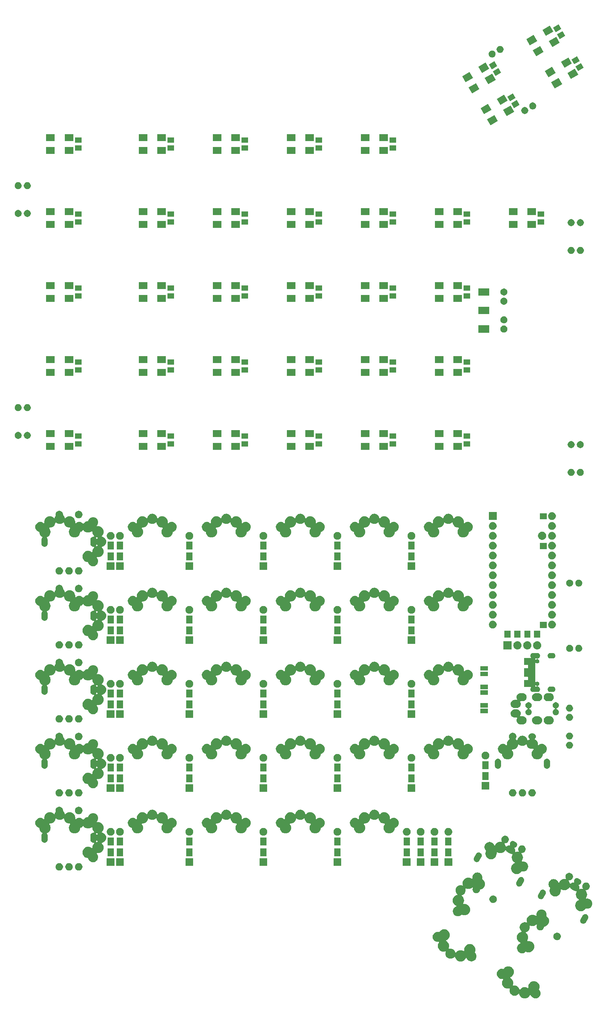
<source format=gts>
G04 #@! TF.GenerationSoftware,KiCad,Pcbnew,(5.0.2)-1*
G04 #@! TF.CreationDate,2019-04-21T02:01:40-04:00*
G04 #@! TF.ProjectId,Zen2,5a656e32-2e6b-4696-9361-645f70636258,rev?*
G04 #@! TF.SameCoordinates,Original*
G04 #@! TF.FileFunction,Soldermask,Top*
G04 #@! TF.FilePolarity,Negative*
%FSLAX46Y46*%
G04 Gerber Fmt 4.6, Leading zero omitted, Abs format (unit mm)*
G04 Created by KiCad (PCBNEW (5.0.2)-1) date 4/21/2019 2:01:40 AM*
%MOMM*%
%LPD*%
G01*
G04 APERTURE LIST*
%ADD10C,0.100000*%
G04 APERTURE END LIST*
D10*
G36*
X260800273Y-233152901D02*
X260970693Y-233169686D01*
X261244019Y-233252599D01*
X261495917Y-233387241D01*
X261716708Y-233568440D01*
X261897907Y-233789231D01*
X262032549Y-234041129D01*
X262115462Y-234314455D01*
X262143458Y-234598705D01*
X262115462Y-234882955D01*
X262032549Y-235156281D01*
X261897907Y-235408179D01*
X261716708Y-235628970D01*
X261495917Y-235810169D01*
X261324200Y-235901953D01*
X261234630Y-235949830D01*
X261231530Y-235951114D01*
X261211158Y-235964732D01*
X261193834Y-235982062D01*
X261180224Y-236002439D01*
X261170850Y-236025079D01*
X261166074Y-236049114D01*
X261166078Y-236073618D01*
X261170863Y-236097651D01*
X261180244Y-236120288D01*
X261193862Y-236140660D01*
X261211192Y-236157984D01*
X261231550Y-236171584D01*
X261325770Y-236221945D01*
X261423014Y-236301752D01*
X261546560Y-236403144D01*
X261727759Y-236623935D01*
X261862401Y-236875833D01*
X261945314Y-237149159D01*
X261973310Y-237433409D01*
X261945314Y-237717659D01*
X261904826Y-237851128D01*
X261863925Y-237985961D01*
X261859145Y-238009994D01*
X261859145Y-238034498D01*
X261863925Y-238058532D01*
X261873303Y-238081171D01*
X261886917Y-238101545D01*
X261904244Y-238118872D01*
X261924618Y-238132486D01*
X261947258Y-238141864D01*
X261971291Y-238146644D01*
X261995795Y-238146644D01*
X262019825Y-238141864D01*
X262037907Y-238136379D01*
X262051154Y-238132360D01*
X262075028Y-238130009D01*
X262242136Y-238113550D01*
X262369864Y-238113550D01*
X262560845Y-238132360D01*
X262805896Y-238206695D01*
X263031736Y-238327410D01*
X263229687Y-238489863D01*
X263392140Y-238687814D01*
X263512855Y-238913654D01*
X263552056Y-239042883D01*
X263561429Y-239065510D01*
X263575043Y-239085884D01*
X263592370Y-239103211D01*
X263612744Y-239116825D01*
X263635383Y-239126203D01*
X263659417Y-239130983D01*
X263683921Y-239130983D01*
X263707955Y-239126203D01*
X263730594Y-239116825D01*
X263750968Y-239103211D01*
X263768295Y-239085885D01*
X263866452Y-238966281D01*
X263885440Y-238943144D01*
X263921374Y-238913654D01*
X264028956Y-238825363D01*
X264106231Y-238761945D01*
X264358129Y-238627303D01*
X264631455Y-238544390D01*
X264801875Y-238527605D01*
X264844479Y-238523409D01*
X264986931Y-238523409D01*
X265029535Y-238527605D01*
X265199955Y-238544390D01*
X265473281Y-238627303D01*
X265664772Y-238729657D01*
X265687404Y-238739031D01*
X265711438Y-238743812D01*
X265735942Y-238743812D01*
X265759975Y-238739032D01*
X265782614Y-238729654D01*
X265802989Y-238716040D01*
X265820316Y-238698713D01*
X265833930Y-238678339D01*
X265843307Y-238655700D01*
X265848088Y-238631666D01*
X265848088Y-238607162D01*
X265828542Y-238408705D01*
X265854353Y-238146644D01*
X265856538Y-238124455D01*
X265939451Y-237851129D01*
X266074093Y-237599231D01*
X266255292Y-237378440D01*
X266476083Y-237197241D01*
X266727981Y-237062599D01*
X267001307Y-236979686D01*
X267171727Y-236962901D01*
X267214331Y-236958705D01*
X267356783Y-236958705D01*
X267399387Y-236962901D01*
X267569807Y-236979686D01*
X267843133Y-237062599D01*
X268095031Y-237197241D01*
X268315822Y-237378440D01*
X268497021Y-237599231D01*
X268631663Y-237851129D01*
X268714576Y-238124455D01*
X268742572Y-238408705D01*
X268714576Y-238692955D01*
X268631663Y-238966281D01*
X268631662Y-238966282D01*
X268596083Y-239032846D01*
X268586705Y-239055485D01*
X268581925Y-239079519D01*
X268581925Y-239104023D01*
X268586705Y-239128057D01*
X268596083Y-239150696D01*
X268609697Y-239171070D01*
X268609808Y-239171205D01*
X268609814Y-239171210D01*
X268772267Y-239369161D01*
X268892982Y-239595001D01*
X268967317Y-239840052D01*
X268992417Y-240094897D01*
X268967317Y-240349742D01*
X268892982Y-240594793D01*
X268772267Y-240820633D01*
X268609814Y-241018584D01*
X268411863Y-241181037D01*
X268186023Y-241301752D01*
X267940972Y-241376087D01*
X267749991Y-241394897D01*
X267622263Y-241394897D01*
X267431282Y-241376087D01*
X267186231Y-241301752D01*
X266960391Y-241181037D01*
X266762440Y-241018584D01*
X266599987Y-240820633D01*
X266479272Y-240594793D01*
X266475792Y-240583320D01*
X266466416Y-240560684D01*
X266452802Y-240540309D01*
X266435474Y-240522982D01*
X266415100Y-240509368D01*
X266392461Y-240499991D01*
X266368427Y-240495211D01*
X266343923Y-240495211D01*
X266319890Y-240499992D01*
X266297251Y-240509369D01*
X266276876Y-240522983D01*
X266259549Y-240540311D01*
X266245936Y-240560685D01*
X266127169Y-240782884D01*
X265945970Y-241003674D01*
X265725179Y-241184873D01*
X265473281Y-241319515D01*
X265199955Y-241402428D01*
X265029535Y-241419213D01*
X264986931Y-241423409D01*
X264844479Y-241423409D01*
X264801875Y-241419213D01*
X264631455Y-241402428D01*
X264358129Y-241319515D01*
X264106231Y-241184873D01*
X263885440Y-241003674D01*
X263704241Y-240782883D01*
X263569599Y-240530985D01*
X263502836Y-240310897D01*
X263493461Y-240288266D01*
X263479847Y-240267892D01*
X263462520Y-240250565D01*
X263442146Y-240236951D01*
X263419507Y-240227573D01*
X263395473Y-240222793D01*
X263370969Y-240222793D01*
X263346935Y-240227573D01*
X263324296Y-240236951D01*
X263303922Y-240250565D01*
X263286608Y-240267878D01*
X263229687Y-240337237D01*
X263031736Y-240499690D01*
X262805896Y-240620405D01*
X262560845Y-240694740D01*
X262369864Y-240713550D01*
X262242136Y-240713550D01*
X262051155Y-240694740D01*
X261806104Y-240620405D01*
X261580264Y-240499690D01*
X261382313Y-240337237D01*
X261219860Y-240139286D01*
X261099145Y-239913446D01*
X261024810Y-239668395D01*
X260999710Y-239413550D01*
X261024810Y-239158705D01*
X261078637Y-238981259D01*
X261083417Y-238957232D01*
X261083417Y-238932728D01*
X261078637Y-238908695D01*
X261069259Y-238886056D01*
X261055645Y-238865681D01*
X261038318Y-238848354D01*
X261017944Y-238834740D01*
X260995305Y-238825363D01*
X260971271Y-238820582D01*
X260946767Y-238820582D01*
X260922736Y-238825362D01*
X260800545Y-238862428D01*
X260658528Y-238876415D01*
X260587521Y-238883409D01*
X260445069Y-238883409D01*
X260402465Y-238879213D01*
X260232045Y-238862428D01*
X259958719Y-238779515D01*
X259706821Y-238644873D01*
X259486030Y-238463674D01*
X259304831Y-238242883D01*
X259170189Y-237990985D01*
X259087276Y-237717659D01*
X259059280Y-237433409D01*
X259087276Y-237149159D01*
X259170189Y-236875833D01*
X259304831Y-236623935D01*
X259336797Y-236584984D01*
X259350411Y-236564610D01*
X259359788Y-236541971D01*
X259364569Y-236517937D01*
X259364569Y-236493433D01*
X259359789Y-236469400D01*
X259350411Y-236446761D01*
X259336797Y-236426386D01*
X259319470Y-236409059D01*
X259299096Y-236395445D01*
X259276457Y-236386068D01*
X259252423Y-236381287D01*
X259227922Y-236381287D01*
X259089737Y-236394897D01*
X258962009Y-236394897D01*
X258771028Y-236376087D01*
X258525977Y-236301752D01*
X258300137Y-236181037D01*
X258102186Y-236018584D01*
X257939733Y-235820633D01*
X257819018Y-235594793D01*
X257744683Y-235349742D01*
X257719583Y-235094897D01*
X257744683Y-234840052D01*
X257819018Y-234595001D01*
X257939733Y-234369161D01*
X258102186Y-234171210D01*
X258300137Y-234008757D01*
X258525977Y-233888042D01*
X258771028Y-233813707D01*
X258962009Y-233794897D01*
X259089737Y-233794897D01*
X259280718Y-233813707D01*
X259340254Y-233831767D01*
X259364282Y-233836546D01*
X259388787Y-233836546D01*
X259412820Y-233831765D01*
X259435459Y-233822388D01*
X259455833Y-233808774D01*
X259473160Y-233791447D01*
X259656178Y-233568440D01*
X259876967Y-233387243D01*
X259876969Y-233387241D01*
X260128867Y-233252599D01*
X260402193Y-233169686D01*
X260572613Y-233152901D01*
X260615217Y-233148705D01*
X260757669Y-233148705D01*
X260800273Y-233152901D01*
X260800273Y-233152901D01*
G37*
G36*
X244300273Y-223632901D02*
X244470693Y-223649686D01*
X244744019Y-223732599D01*
X244995917Y-223867241D01*
X245216708Y-224048440D01*
X245397907Y-224269231D01*
X245532549Y-224521129D01*
X245615462Y-224794455D01*
X245643458Y-225078705D01*
X245615462Y-225362955D01*
X245532549Y-225636281D01*
X245397907Y-225888179D01*
X245216708Y-226108970D01*
X244995917Y-226290169D01*
X244847276Y-226369619D01*
X244734630Y-226429830D01*
X244731530Y-226431114D01*
X244711158Y-226444732D01*
X244693834Y-226462062D01*
X244680224Y-226482439D01*
X244670850Y-226505079D01*
X244666074Y-226529114D01*
X244666078Y-226553618D01*
X244670863Y-226577651D01*
X244680244Y-226600288D01*
X244693862Y-226620660D01*
X244711192Y-226637984D01*
X244731550Y-226651584D01*
X244825770Y-226701945D01*
X244923014Y-226781752D01*
X245046560Y-226883144D01*
X245227759Y-227103935D01*
X245362401Y-227355833D01*
X245445314Y-227629159D01*
X245473310Y-227913409D01*
X245445314Y-228197659D01*
X245438451Y-228220282D01*
X245363925Y-228465961D01*
X245359145Y-228489994D01*
X245359145Y-228514498D01*
X245363925Y-228538532D01*
X245373303Y-228561171D01*
X245386917Y-228581545D01*
X245404244Y-228598872D01*
X245424618Y-228612486D01*
X245447258Y-228621864D01*
X245471291Y-228626644D01*
X245495795Y-228626644D01*
X245519825Y-228621864D01*
X245537907Y-228616379D01*
X245551154Y-228612360D01*
X245575028Y-228610009D01*
X245742136Y-228593550D01*
X245869864Y-228593550D01*
X246060845Y-228612360D01*
X246305896Y-228686695D01*
X246531736Y-228807410D01*
X246729687Y-228969863D01*
X246892140Y-229167814D01*
X247012855Y-229393654D01*
X247052056Y-229522883D01*
X247061429Y-229545510D01*
X247075043Y-229565884D01*
X247092370Y-229583211D01*
X247112744Y-229596825D01*
X247135383Y-229606203D01*
X247159417Y-229610983D01*
X247183921Y-229610983D01*
X247207955Y-229606203D01*
X247230594Y-229596825D01*
X247250968Y-229583211D01*
X247268295Y-229565885D01*
X247366452Y-229446281D01*
X247385440Y-229423144D01*
X247415229Y-229398697D01*
X247528956Y-229305363D01*
X247606231Y-229241945D01*
X247858129Y-229107303D01*
X248131455Y-229024390D01*
X248301875Y-229007605D01*
X248344479Y-229003409D01*
X248486931Y-229003409D01*
X248529535Y-229007605D01*
X248699955Y-229024390D01*
X248973281Y-229107303D01*
X249164772Y-229209657D01*
X249187404Y-229219031D01*
X249211438Y-229223812D01*
X249235942Y-229223812D01*
X249259975Y-229219032D01*
X249282614Y-229209654D01*
X249302989Y-229196040D01*
X249320316Y-229178713D01*
X249333930Y-229158339D01*
X249343307Y-229135700D01*
X249348088Y-229111666D01*
X249348088Y-229087162D01*
X249328542Y-228888705D01*
X249354353Y-228626644D01*
X249356538Y-228604455D01*
X249439451Y-228331129D01*
X249574093Y-228079231D01*
X249755292Y-227858440D01*
X249976083Y-227677241D01*
X250227981Y-227542599D01*
X250501307Y-227459686D01*
X250671727Y-227442901D01*
X250714331Y-227438705D01*
X250856783Y-227438705D01*
X250899387Y-227442901D01*
X251069807Y-227459686D01*
X251343133Y-227542599D01*
X251595031Y-227677241D01*
X251815822Y-227858440D01*
X251997021Y-228079231D01*
X252131663Y-228331129D01*
X252214576Y-228604455D01*
X252242572Y-228888705D01*
X252214576Y-229172955D01*
X252131663Y-229446281D01*
X252131662Y-229446282D01*
X252096083Y-229512846D01*
X252086705Y-229535485D01*
X252081925Y-229559519D01*
X252081925Y-229584023D01*
X252086705Y-229608057D01*
X252096083Y-229630696D01*
X252109697Y-229651070D01*
X252109808Y-229651205D01*
X252109814Y-229651210D01*
X252272267Y-229849161D01*
X252392982Y-230075001D01*
X252467317Y-230320052D01*
X252492417Y-230574897D01*
X252467317Y-230829742D01*
X252392982Y-231074793D01*
X252272267Y-231300633D01*
X252109814Y-231498584D01*
X251911863Y-231661037D01*
X251686023Y-231781752D01*
X251440972Y-231856087D01*
X251249991Y-231874897D01*
X251122263Y-231874897D01*
X250931282Y-231856087D01*
X250686231Y-231781752D01*
X250460391Y-231661037D01*
X250262440Y-231498584D01*
X250099987Y-231300633D01*
X249979272Y-231074793D01*
X249975792Y-231063320D01*
X249966416Y-231040684D01*
X249952802Y-231020309D01*
X249935474Y-231002982D01*
X249915100Y-230989368D01*
X249892461Y-230979991D01*
X249868427Y-230975211D01*
X249843923Y-230975211D01*
X249819890Y-230979992D01*
X249797251Y-230989369D01*
X249776876Y-231002983D01*
X249759549Y-231020311D01*
X249745936Y-231040685D01*
X249627169Y-231262884D01*
X249445970Y-231483674D01*
X249225179Y-231664873D01*
X248973281Y-231799515D01*
X248699955Y-231882428D01*
X248529535Y-231899213D01*
X248486931Y-231903409D01*
X248344479Y-231903409D01*
X248301875Y-231899213D01*
X248131455Y-231882428D01*
X247858129Y-231799515D01*
X247606231Y-231664873D01*
X247385440Y-231483674D01*
X247204241Y-231262883D01*
X247069599Y-231010985D01*
X247002836Y-230790897D01*
X246993461Y-230768266D01*
X246979847Y-230747892D01*
X246962520Y-230730565D01*
X246942146Y-230716951D01*
X246919507Y-230707573D01*
X246895473Y-230702793D01*
X246870969Y-230702793D01*
X246846935Y-230707573D01*
X246824296Y-230716951D01*
X246803922Y-230730565D01*
X246786608Y-230747878D01*
X246729687Y-230817237D01*
X246531736Y-230979690D01*
X246305896Y-231100405D01*
X246060845Y-231174740D01*
X245869864Y-231193550D01*
X245742136Y-231193550D01*
X245551155Y-231174740D01*
X245306104Y-231100405D01*
X245080264Y-230979690D01*
X244882313Y-230817237D01*
X244719860Y-230619286D01*
X244599145Y-230393446D01*
X244524810Y-230148395D01*
X244499710Y-229893550D01*
X244524810Y-229638705D01*
X244578637Y-229461259D01*
X244583417Y-229437232D01*
X244583417Y-229412728D01*
X244578637Y-229388695D01*
X244569259Y-229366056D01*
X244555645Y-229345681D01*
X244538318Y-229328354D01*
X244517944Y-229314740D01*
X244495305Y-229305363D01*
X244471271Y-229300582D01*
X244446767Y-229300582D01*
X244422736Y-229305362D01*
X244300545Y-229342428D01*
X244158528Y-229356415D01*
X244087521Y-229363409D01*
X243945069Y-229363409D01*
X243902465Y-229359213D01*
X243732045Y-229342428D01*
X243458719Y-229259515D01*
X243206821Y-229124873D01*
X242986030Y-228943674D01*
X242804831Y-228722883D01*
X242670189Y-228470985D01*
X242587276Y-228197659D01*
X242559280Y-227913409D01*
X242587276Y-227629159D01*
X242670189Y-227355833D01*
X242804831Y-227103935D01*
X242836797Y-227064984D01*
X242850411Y-227044610D01*
X242859788Y-227021971D01*
X242864569Y-226997937D01*
X242864569Y-226973433D01*
X242859789Y-226949400D01*
X242850411Y-226926761D01*
X242836797Y-226906386D01*
X242819470Y-226889059D01*
X242799096Y-226875445D01*
X242776457Y-226866068D01*
X242752423Y-226861287D01*
X242727922Y-226861287D01*
X242589737Y-226874897D01*
X242462009Y-226874897D01*
X242271028Y-226856087D01*
X242025977Y-226781752D01*
X241800137Y-226661037D01*
X241602186Y-226498584D01*
X241439733Y-226300633D01*
X241319018Y-226074793D01*
X241244683Y-225829742D01*
X241219583Y-225574897D01*
X241244683Y-225320052D01*
X241319018Y-225075001D01*
X241439733Y-224849161D01*
X241602186Y-224651210D01*
X241800137Y-224488757D01*
X242025977Y-224368042D01*
X242271028Y-224293707D01*
X242462009Y-224274897D01*
X242589737Y-224274897D01*
X242780718Y-224293707D01*
X242840254Y-224311767D01*
X242864282Y-224316546D01*
X242888787Y-224316546D01*
X242912820Y-224311765D01*
X242935459Y-224302388D01*
X242955833Y-224288774D01*
X242973160Y-224271447D01*
X243156178Y-224048440D01*
X243329025Y-223906588D01*
X243376969Y-223867241D01*
X243628867Y-223732599D01*
X243902193Y-223649686D01*
X244072613Y-223632901D01*
X244115217Y-223628705D01*
X244257669Y-223628705D01*
X244300273Y-223632901D01*
X244300273Y-223632901D01*
G37*
G36*
X269482948Y-218533683D02*
X269727999Y-218608018D01*
X269953839Y-218728733D01*
X270151790Y-218891186D01*
X270314243Y-219089137D01*
X270434958Y-219314977D01*
X270509293Y-219560028D01*
X270534393Y-219814873D01*
X270509293Y-220069718D01*
X270491233Y-220129254D01*
X270486454Y-220153282D01*
X270486454Y-220177787D01*
X270491235Y-220201820D01*
X270500612Y-220224459D01*
X270514226Y-220244833D01*
X270531553Y-220262160D01*
X270533769Y-220263979D01*
X270754560Y-220445178D01*
X270935759Y-220665969D01*
X271070401Y-220917867D01*
X271153314Y-221191193D01*
X271181310Y-221475443D01*
X271153314Y-221759693D01*
X271070401Y-222033019D01*
X270935759Y-222284917D01*
X270754560Y-222505708D01*
X270533769Y-222686907D01*
X270281871Y-222821549D01*
X270008545Y-222904462D01*
X269991679Y-222906123D01*
X269967652Y-222910902D01*
X269945013Y-222920279D01*
X269924638Y-222933893D01*
X269907311Y-222951220D01*
X269893697Y-222971594D01*
X269884319Y-222994233D01*
X269879538Y-223018266D01*
X269878936Y-223030520D01*
X269878936Y-223039338D01*
X269841968Y-223225191D01*
X269841967Y-223225193D01*
X269769450Y-223400266D01*
X269769449Y-223400267D01*
X269664169Y-223557829D01*
X269530177Y-223691821D01*
X269469149Y-223732599D01*
X269372614Y-223797102D01*
X269237202Y-223853191D01*
X269197539Y-223869620D01*
X269011686Y-223906588D01*
X268822186Y-223906588D01*
X268636333Y-223869620D01*
X268596670Y-223853191D01*
X268461258Y-223797102D01*
X268364723Y-223732599D01*
X268303695Y-223691821D01*
X268169703Y-223557829D01*
X268064423Y-223400267D01*
X268064422Y-223400266D01*
X267991905Y-223225193D01*
X267991904Y-223225191D01*
X267954936Y-223039338D01*
X267954936Y-222849838D01*
X267991904Y-222663986D01*
X267992601Y-222662303D01*
X268044140Y-222537876D01*
X268051251Y-222514433D01*
X268053653Y-222490046D01*
X268051251Y-222465660D01*
X268044138Y-222442211D01*
X268032587Y-222420600D01*
X268017042Y-222401658D01*
X267998100Y-222386113D01*
X267976489Y-222374561D01*
X267953040Y-222367448D01*
X267928653Y-222365046D01*
X267904267Y-222367448D01*
X267880818Y-222374561D01*
X267859207Y-222386112D01*
X267849354Y-222393420D01*
X267699065Y-222516759D01*
X267447167Y-222651401D01*
X267173841Y-222734314D01*
X267003421Y-222751099D01*
X266960817Y-222755295D01*
X266818365Y-222755295D01*
X266747358Y-222748301D01*
X266605341Y-222734314D01*
X266337039Y-222652925D01*
X266313006Y-222648145D01*
X266288502Y-222648145D01*
X266264468Y-222652925D01*
X266241829Y-222662303D01*
X266221455Y-222675917D01*
X266204128Y-222693244D01*
X266190514Y-222713618D01*
X266181136Y-222736258D01*
X266176356Y-222760291D01*
X266176356Y-222784795D01*
X266181136Y-222808825D01*
X266190640Y-222840155D01*
X266215740Y-223095000D01*
X266190640Y-223349845D01*
X266116305Y-223594896D01*
X265995590Y-223820736D01*
X265833137Y-224018687D01*
X265635186Y-224181140D01*
X265409346Y-224301855D01*
X265280117Y-224341056D01*
X265257490Y-224350429D01*
X265237116Y-224364043D01*
X265219789Y-224381370D01*
X265206175Y-224401744D01*
X265196797Y-224424383D01*
X265192017Y-224448417D01*
X265192017Y-224472921D01*
X265196797Y-224496955D01*
X265206175Y-224519594D01*
X265219789Y-224539968D01*
X265237115Y-224557295D01*
X265379856Y-224674440D01*
X265561055Y-224895231D01*
X265695697Y-225147129D01*
X265778610Y-225420455D01*
X265806606Y-225704705D01*
X265778610Y-225988955D01*
X265695697Y-226262281D01*
X265593343Y-226453772D01*
X265583969Y-226476404D01*
X265579188Y-226500438D01*
X265579188Y-226524942D01*
X265583968Y-226548975D01*
X265593346Y-226571614D01*
X265606960Y-226591989D01*
X265624287Y-226609316D01*
X265644661Y-226622930D01*
X265667300Y-226632307D01*
X265691334Y-226637088D01*
X265715838Y-226637088D01*
X265843069Y-226624557D01*
X265985521Y-226624557D01*
X266028125Y-226628753D01*
X266198545Y-226645538D01*
X266471871Y-226728451D01*
X266723769Y-226863093D01*
X266944560Y-227044292D01*
X267125759Y-227265083D01*
X267260401Y-227516981D01*
X267343314Y-227790307D01*
X267371310Y-228074557D01*
X267343314Y-228358807D01*
X267260401Y-228632133D01*
X267125759Y-228884031D01*
X266944560Y-229104822D01*
X266723769Y-229286021D01*
X266471871Y-229420663D01*
X266198545Y-229503576D01*
X266028125Y-229520361D01*
X265985521Y-229524557D01*
X265843069Y-229524557D01*
X265800465Y-229520361D01*
X265630045Y-229503576D01*
X265356719Y-229420663D01*
X265290151Y-229385082D01*
X265267515Y-229375705D01*
X265243481Y-229370925D01*
X265218977Y-229370925D01*
X265194943Y-229375705D01*
X265172304Y-229385083D01*
X265151930Y-229398697D01*
X265151795Y-229398808D01*
X265151790Y-229398814D01*
X264953839Y-229561267D01*
X264727999Y-229681982D01*
X264482948Y-229756317D01*
X264291967Y-229775127D01*
X264164239Y-229775127D01*
X263973258Y-229756317D01*
X263728207Y-229681982D01*
X263502367Y-229561267D01*
X263304416Y-229398814D01*
X263141963Y-229200863D01*
X263021248Y-228975023D01*
X262946913Y-228729972D01*
X262921813Y-228475127D01*
X262946913Y-228220282D01*
X263021248Y-227975231D01*
X263141963Y-227749391D01*
X263304416Y-227551440D01*
X263502367Y-227388987D01*
X263728207Y-227268272D01*
X263739680Y-227264792D01*
X263762316Y-227255416D01*
X263782691Y-227241802D01*
X263800018Y-227224474D01*
X263813632Y-227204100D01*
X263823009Y-227181461D01*
X263827789Y-227157427D01*
X263827789Y-227132923D01*
X263823008Y-227108890D01*
X263813631Y-227086251D01*
X263800017Y-227065876D01*
X263782689Y-227048549D01*
X263762315Y-227034936D01*
X263540116Y-226916169D01*
X263319326Y-226734970D01*
X263245931Y-226645538D01*
X263138127Y-226514179D01*
X263003485Y-226262281D01*
X262920572Y-225988955D01*
X262892576Y-225704705D01*
X262920572Y-225420455D01*
X263003485Y-225147129D01*
X263138127Y-224895231D01*
X263319326Y-224674440D01*
X263540117Y-224493241D01*
X263792015Y-224358599D01*
X264012103Y-224291836D01*
X264034734Y-224282461D01*
X264055108Y-224268847D01*
X264072435Y-224251520D01*
X264086049Y-224231146D01*
X264095427Y-224208507D01*
X264100207Y-224184473D01*
X264100207Y-224159969D01*
X264095427Y-224135935D01*
X264086049Y-224113296D01*
X264072435Y-224092922D01*
X264055122Y-224075608D01*
X263985763Y-224018687D01*
X263823310Y-223820736D01*
X263702595Y-223594896D01*
X263628260Y-223349845D01*
X263603160Y-223095000D01*
X263628260Y-222840155D01*
X263702595Y-222595104D01*
X263823310Y-222369264D01*
X263985763Y-222171313D01*
X264183714Y-222008860D01*
X264409554Y-221888145D01*
X264654605Y-221813810D01*
X264845586Y-221795000D01*
X264973314Y-221795000D01*
X265140422Y-221811459D01*
X265164296Y-221813810D01*
X265208825Y-221827318D01*
X265341741Y-221867637D01*
X265365768Y-221872417D01*
X265390272Y-221872417D01*
X265414305Y-221867637D01*
X265436944Y-221858259D01*
X265457319Y-221844645D01*
X265474646Y-221827318D01*
X265488260Y-221806944D01*
X265497637Y-221784305D01*
X265502418Y-221760271D01*
X265502418Y-221735767D01*
X265497638Y-221711734D01*
X265460572Y-221589545D01*
X265432576Y-221305295D01*
X265460572Y-221021045D01*
X265543485Y-220747719D01*
X265678127Y-220495821D01*
X265859326Y-220275030D01*
X266080117Y-220093831D01*
X266332015Y-219959189D01*
X266605341Y-219876276D01*
X266775761Y-219859491D01*
X266818365Y-219855295D01*
X266960817Y-219855295D01*
X267003421Y-219859491D01*
X267173841Y-219876276D01*
X267447167Y-219959189D01*
X267699065Y-220093831D01*
X267699067Y-220093833D01*
X267738016Y-220125797D01*
X267758390Y-220139411D01*
X267781029Y-220148788D01*
X267805063Y-220153569D01*
X267829567Y-220153569D01*
X267853600Y-220148789D01*
X267876239Y-220139411D01*
X267896614Y-220125797D01*
X267913941Y-220108470D01*
X267927555Y-220088096D01*
X267936932Y-220065457D01*
X267941713Y-220041423D01*
X267941713Y-220016919D01*
X267930263Y-219900663D01*
X267921813Y-219814873D01*
X267946913Y-219560028D01*
X268021248Y-219314977D01*
X268141963Y-219089137D01*
X268304416Y-218891186D01*
X268502367Y-218728733D01*
X268728207Y-218608018D01*
X268973258Y-218533683D01*
X269164239Y-218514873D01*
X269291967Y-218514873D01*
X269482948Y-218533683D01*
X269482948Y-218533683D01*
G37*
G36*
X273527667Y-224519556D02*
X273567330Y-224535985D01*
X273702742Y-224592074D01*
X273702743Y-224592075D01*
X273860305Y-224697355D01*
X273994297Y-224831347D01*
X273994298Y-224831349D01*
X274099578Y-224988910D01*
X274135237Y-225075000D01*
X274172096Y-225163985D01*
X274209064Y-225349838D01*
X274209064Y-225539338D01*
X274172096Y-225725191D01*
X274172095Y-225725193D01*
X274099578Y-225900266D01*
X274099577Y-225900267D01*
X273994297Y-226057829D01*
X273860305Y-226191821D01*
X273780987Y-226244820D01*
X273702742Y-226297102D01*
X273567330Y-226353191D01*
X273527667Y-226369620D01*
X273341814Y-226406588D01*
X273152314Y-226406588D01*
X272966461Y-226369620D01*
X272926798Y-226353191D01*
X272791386Y-226297102D01*
X272713141Y-226244820D01*
X272633823Y-226191821D01*
X272499831Y-226057829D01*
X272394551Y-225900267D01*
X272394550Y-225900266D01*
X272322033Y-225725193D01*
X272322032Y-225725191D01*
X272285064Y-225539338D01*
X272285064Y-225349838D01*
X272322032Y-225163985D01*
X272358891Y-225075000D01*
X272394550Y-224988910D01*
X272499830Y-224831349D01*
X272499831Y-224831347D01*
X272633823Y-224697355D01*
X272791385Y-224592075D01*
X272791386Y-224592074D01*
X272926798Y-224535985D01*
X272966461Y-224519556D01*
X273152314Y-224482588D01*
X273341814Y-224482588D01*
X273527667Y-224519556D01*
X273527667Y-224519556D01*
G37*
G36*
X280587368Y-219705813D02*
X280592885Y-219705994D01*
X280746355Y-219741778D01*
X280889895Y-219806815D01*
X281017988Y-219898605D01*
X281066562Y-219950467D01*
X281125715Y-220013623D01*
X281208929Y-220147443D01*
X281237915Y-220224459D01*
X281264439Y-220294930D01*
X281267714Y-220314769D01*
X281290109Y-220450410D01*
X281288622Y-220495819D01*
X281284953Y-220607913D01*
X281249169Y-220761383D01*
X281200427Y-220868958D01*
X281172189Y-220917867D01*
X280661132Y-221803045D01*
X280592342Y-221899039D01*
X280477323Y-222006768D01*
X280343503Y-222089981D01*
X280196017Y-222145492D01*
X280040537Y-222171161D01*
X280040535Y-222171161D01*
X280029876Y-222170812D01*
X279883038Y-222166006D01*
X279795055Y-222145491D01*
X279729565Y-222130221D01*
X279729564Y-222130220D01*
X279729562Y-222130220D01*
X279586024Y-222065184D01*
X279457934Y-221973395D01*
X279350205Y-221858376D01*
X279266992Y-221724556D01*
X279211481Y-221577070D01*
X279185812Y-221421590D01*
X279190967Y-221264091D01*
X279226753Y-221110615D01*
X279275493Y-221003043D01*
X279814785Y-220068961D01*
X279854441Y-220013622D01*
X279883579Y-219972959D01*
X279998595Y-219865234D01*
X280021606Y-219850925D01*
X280132419Y-219782017D01*
X280279903Y-219726507D01*
X280435381Y-219700838D01*
X280587368Y-219705813D01*
X280587368Y-219705813D01*
G37*
G36*
X252982948Y-209013683D02*
X253227999Y-209088018D01*
X253453839Y-209208733D01*
X253651790Y-209371186D01*
X253814243Y-209569137D01*
X253934958Y-209794977D01*
X254009293Y-210040028D01*
X254034393Y-210294873D01*
X254009293Y-210549718D01*
X253991233Y-210609254D01*
X253986454Y-210633282D01*
X253986454Y-210657787D01*
X253991235Y-210681820D01*
X254000612Y-210704459D01*
X254014226Y-210724833D01*
X254031553Y-210742160D01*
X254215745Y-210893323D01*
X254254560Y-210925178D01*
X254435759Y-211145969D01*
X254570401Y-211397867D01*
X254653314Y-211671193D01*
X254681310Y-211955443D01*
X254653314Y-212239693D01*
X254570401Y-212513019D01*
X254435759Y-212764917D01*
X254254560Y-212985708D01*
X254033769Y-213166907D01*
X253781871Y-213301549D01*
X253508545Y-213384462D01*
X253508538Y-213384463D01*
X253503025Y-213386135D01*
X253490231Y-213388681D01*
X253467593Y-213398060D01*
X253447219Y-213411675D01*
X253429893Y-213429003D01*
X253416281Y-213449379D01*
X253403927Y-213483910D01*
X253370557Y-213651674D01*
X253370556Y-213651676D01*
X253298039Y-213826749D01*
X253284210Y-213847445D01*
X253192758Y-213984312D01*
X253058766Y-214118304D01*
X252979448Y-214171303D01*
X252901203Y-214223585D01*
X252765791Y-214279674D01*
X252726128Y-214296103D01*
X252540275Y-214333071D01*
X252350775Y-214333071D01*
X252164922Y-214296103D01*
X252125259Y-214279674D01*
X251989847Y-214223585D01*
X251911602Y-214171303D01*
X251832284Y-214118304D01*
X251698292Y-213984312D01*
X251606840Y-213847445D01*
X251593011Y-213826749D01*
X251520494Y-213651676D01*
X251520493Y-213651674D01*
X251483525Y-213465821D01*
X251483525Y-213276321D01*
X251520493Y-213090466D01*
X251553866Y-213009897D01*
X251560979Y-212986448D01*
X251563381Y-212962062D01*
X251560979Y-212937676D01*
X251553866Y-212914227D01*
X251542315Y-212892616D01*
X251526769Y-212873674D01*
X251507827Y-212858128D01*
X251486216Y-212846577D01*
X251462767Y-212839464D01*
X251438381Y-212837062D01*
X251413995Y-212839464D01*
X251390546Y-212846577D01*
X251368935Y-212858128D01*
X251359083Y-212865435D01*
X251199065Y-212996759D01*
X250947167Y-213131401D01*
X250673841Y-213214314D01*
X250539229Y-213227572D01*
X250460817Y-213235295D01*
X250318365Y-213235295D01*
X250239953Y-213227572D01*
X250105341Y-213214314D01*
X249837039Y-213132925D01*
X249813006Y-213128145D01*
X249788502Y-213128145D01*
X249764468Y-213132925D01*
X249741829Y-213142303D01*
X249721455Y-213155917D01*
X249704128Y-213173244D01*
X249690514Y-213193618D01*
X249681136Y-213216258D01*
X249676356Y-213240291D01*
X249676356Y-213264795D01*
X249681136Y-213288825D01*
X249690640Y-213320155D01*
X249715740Y-213575000D01*
X249690640Y-213829845D01*
X249616305Y-214074896D01*
X249495590Y-214300736D01*
X249333137Y-214498687D01*
X249135186Y-214661140D01*
X248909346Y-214781855D01*
X248780117Y-214821056D01*
X248757490Y-214830429D01*
X248737116Y-214844043D01*
X248719789Y-214861370D01*
X248706175Y-214881744D01*
X248696797Y-214904383D01*
X248692017Y-214928417D01*
X248692017Y-214952921D01*
X248696797Y-214976955D01*
X248706175Y-214999594D01*
X248719789Y-215019968D01*
X248737115Y-215037295D01*
X248879856Y-215154440D01*
X249061055Y-215375231D01*
X249195697Y-215627129D01*
X249278610Y-215900455D01*
X249306606Y-216184705D01*
X249278610Y-216468955D01*
X249195697Y-216742281D01*
X249093343Y-216933772D01*
X249083969Y-216956404D01*
X249079188Y-216980438D01*
X249079188Y-217004942D01*
X249083968Y-217028975D01*
X249093346Y-217051614D01*
X249106960Y-217071989D01*
X249124287Y-217089316D01*
X249144661Y-217102930D01*
X249167300Y-217112307D01*
X249191334Y-217117088D01*
X249215838Y-217117088D01*
X249343069Y-217104557D01*
X249485521Y-217104557D01*
X249528125Y-217108753D01*
X249698545Y-217125538D01*
X249971871Y-217208451D01*
X250223769Y-217343093D01*
X250444560Y-217524292D01*
X250625759Y-217745083D01*
X250760401Y-217996981D01*
X250843314Y-218270307D01*
X250871310Y-218554557D01*
X250843314Y-218838807D01*
X250760401Y-219112133D01*
X250625759Y-219364031D01*
X250444560Y-219584822D01*
X250223769Y-219766021D01*
X249971871Y-219900663D01*
X249698545Y-219983576D01*
X249528125Y-220000361D01*
X249485521Y-220004557D01*
X249343069Y-220004557D01*
X249300465Y-220000361D01*
X249130045Y-219983576D01*
X248856719Y-219900663D01*
X248790151Y-219865082D01*
X248767515Y-219855705D01*
X248743481Y-219850925D01*
X248718977Y-219850925D01*
X248694943Y-219855705D01*
X248672304Y-219865083D01*
X248651930Y-219878697D01*
X248651795Y-219878808D01*
X248651790Y-219878814D01*
X248453839Y-220041267D01*
X248227999Y-220161982D01*
X247982948Y-220236317D01*
X247791967Y-220255127D01*
X247664239Y-220255127D01*
X247473258Y-220236317D01*
X247228207Y-220161982D01*
X247002367Y-220041267D01*
X246804416Y-219878814D01*
X246641963Y-219680863D01*
X246521248Y-219455023D01*
X246446913Y-219209972D01*
X246421813Y-218955127D01*
X246446913Y-218700282D01*
X246521248Y-218455231D01*
X246641963Y-218229391D01*
X246804416Y-218031440D01*
X247002367Y-217868987D01*
X247228207Y-217748272D01*
X247239680Y-217744792D01*
X247262316Y-217735416D01*
X247282691Y-217721802D01*
X247300018Y-217704474D01*
X247313632Y-217684100D01*
X247323009Y-217661461D01*
X247327789Y-217637427D01*
X247327789Y-217612923D01*
X247323008Y-217588890D01*
X247313631Y-217566251D01*
X247300017Y-217545876D01*
X247282689Y-217528549D01*
X247262315Y-217514936D01*
X247040116Y-217396169D01*
X246819326Y-217214970D01*
X246738996Y-217117088D01*
X246638127Y-216994179D01*
X246503485Y-216742281D01*
X246420572Y-216468955D01*
X246392576Y-216184705D01*
X246420572Y-215900455D01*
X246503485Y-215627129D01*
X246638127Y-215375231D01*
X246819326Y-215154440D01*
X247040117Y-214973241D01*
X247292015Y-214838599D01*
X247512103Y-214771836D01*
X247534734Y-214762461D01*
X247555108Y-214748847D01*
X247572435Y-214731520D01*
X247586049Y-214711146D01*
X247595427Y-214688507D01*
X247600207Y-214664473D01*
X247600207Y-214639969D01*
X247595427Y-214615935D01*
X247586049Y-214593296D01*
X247572435Y-214572922D01*
X247555122Y-214555608D01*
X247485763Y-214498687D01*
X247323310Y-214300736D01*
X247202595Y-214074896D01*
X247128260Y-213829845D01*
X247103160Y-213575000D01*
X247128260Y-213320155D01*
X247202595Y-213075104D01*
X247323310Y-212849264D01*
X247485763Y-212651313D01*
X247683714Y-212488860D01*
X247909554Y-212368145D01*
X248154605Y-212293810D01*
X248345586Y-212275000D01*
X248473314Y-212275000D01*
X248640422Y-212291459D01*
X248664296Y-212293810D01*
X248679354Y-212298378D01*
X248841741Y-212347637D01*
X248865768Y-212352417D01*
X248890272Y-212352417D01*
X248914305Y-212347637D01*
X248936944Y-212338259D01*
X248957319Y-212324645D01*
X248974646Y-212307318D01*
X248988260Y-212286944D01*
X248997637Y-212264305D01*
X249002418Y-212240271D01*
X249002418Y-212215767D01*
X248997638Y-212191734D01*
X248960572Y-212069545D01*
X248932576Y-211785295D01*
X248960572Y-211501045D01*
X249043485Y-211227719D01*
X249178127Y-210975821D01*
X249359326Y-210755030D01*
X249580117Y-210573831D01*
X249832015Y-210439189D01*
X250105341Y-210356276D01*
X250284759Y-210338605D01*
X250318365Y-210335295D01*
X250460817Y-210335295D01*
X250494423Y-210338605D01*
X250673841Y-210356276D01*
X250947167Y-210439189D01*
X251199065Y-210573831D01*
X251215009Y-210586916D01*
X251238016Y-210605797D01*
X251258390Y-210619411D01*
X251281029Y-210628788D01*
X251305063Y-210633569D01*
X251329567Y-210633569D01*
X251353600Y-210628789D01*
X251376239Y-210619411D01*
X251396614Y-210605797D01*
X251413941Y-210588470D01*
X251427555Y-210568096D01*
X251436932Y-210545457D01*
X251441713Y-210521423D01*
X251441713Y-210496919D01*
X251421813Y-210294873D01*
X251446913Y-210040028D01*
X251521248Y-209794977D01*
X251641963Y-209569137D01*
X251804416Y-209371186D01*
X252002367Y-209208733D01*
X252228207Y-209088018D01*
X252473258Y-209013683D01*
X252664239Y-208994873D01*
X252791967Y-208994873D01*
X252982948Y-209013683D01*
X252982948Y-209013683D01*
G37*
G36*
X276647539Y-209115777D02*
X276647542Y-209115778D01*
X276647541Y-209115778D01*
X276822614Y-209188295D01*
X276822615Y-209188296D01*
X276980177Y-209293576D01*
X277114169Y-209427568D01*
X277114170Y-209427570D01*
X277219450Y-209585131D01*
X277275539Y-209720543D01*
X277291968Y-209760206D01*
X277328936Y-209946059D01*
X277328936Y-210135559D01*
X277291968Y-210321412D01*
X277277527Y-210356276D01*
X277219450Y-210496487D01*
X277186729Y-210545457D01*
X277114169Y-210654050D01*
X276980177Y-210788042D01*
X276970109Y-210794769D01*
X276822614Y-210893323D01*
X276714681Y-210938030D01*
X276647539Y-210965841D01*
X276461686Y-211002809D01*
X276348310Y-211002809D01*
X276323924Y-211005211D01*
X276300475Y-211012324D01*
X276278864Y-211023875D01*
X276259922Y-211039421D01*
X276244376Y-211058363D01*
X276232825Y-211079974D01*
X276225712Y-211103423D01*
X276223310Y-211127809D01*
X276225712Y-211152195D01*
X276232825Y-211175644D01*
X276244376Y-211197255D01*
X276251684Y-211207108D01*
X276333759Y-211307117D01*
X276468401Y-211559015D01*
X276538412Y-211789810D01*
X276547787Y-211812442D01*
X276561401Y-211832816D01*
X276578728Y-211850143D01*
X276599102Y-211863757D01*
X276621741Y-211873135D01*
X276645775Y-211877915D01*
X276670279Y-211877915D01*
X276694312Y-211873135D01*
X276716952Y-211863757D01*
X276743476Y-211844750D01*
X276835054Y-211758978D01*
X276985606Y-211665359D01*
X277151527Y-211602910D01*
X277326441Y-211574032D01*
X277511139Y-211580079D01*
X277535590Y-211578477D01*
X277559260Y-211572134D01*
X277581237Y-211561297D01*
X277600678Y-211546379D01*
X277616835Y-211527956D01*
X277629087Y-211506735D01*
X277636963Y-211483531D01*
X277640162Y-211459236D01*
X277638560Y-211434785D01*
X277632217Y-211411114D01*
X277620453Y-211379859D01*
X277596388Y-211234099D01*
X277601223Y-211086442D01*
X277604727Y-211071416D01*
X277612187Y-211039421D01*
X277634770Y-210942564D01*
X277695743Y-210807995D01*
X277726044Y-210765710D01*
X277781797Y-210687907D01*
X277788401Y-210681722D01*
X277889624Y-210586916D01*
X278015084Y-210508900D01*
X278153351Y-210456859D01*
X278299113Y-210432794D01*
X278441772Y-210437465D01*
X278446771Y-210437629D01*
X278473975Y-210443972D01*
X278590648Y-210471176D01*
X278646512Y-210496488D01*
X278691503Y-210516873D01*
X278871906Y-210621029D01*
X279122501Y-210765710D01*
X279212498Y-210830201D01*
X279313490Y-210938030D01*
X279391506Y-211063490D01*
X279443546Y-211201757D01*
X279467611Y-211347518D01*
X279462777Y-211495174D01*
X279429228Y-211639058D01*
X279368258Y-211773622D01*
X279282203Y-211893712D01*
X279174375Y-211994702D01*
X279048915Y-212072719D01*
X278910649Y-212124758D01*
X278877703Y-212130198D01*
X278854034Y-212136540D01*
X278832057Y-212147378D01*
X278812616Y-212162296D01*
X278796460Y-212180719D01*
X278784208Y-212201940D01*
X278776331Y-212225144D01*
X278773133Y-212249439D01*
X278774736Y-212273891D01*
X278781078Y-212297560D01*
X278791916Y-212319537D01*
X278889502Y-212476466D01*
X278951950Y-212642386D01*
X278980828Y-212817300D01*
X278976089Y-212962062D01*
X278975027Y-212994492D01*
X278945731Y-213120136D01*
X278942534Y-213144423D01*
X278944137Y-213168875D01*
X278950479Y-213192544D01*
X278961317Y-213214521D01*
X278976234Y-213233962D01*
X278994657Y-213250119D01*
X279015879Y-213262371D01*
X279039082Y-213270248D01*
X279063377Y-213273446D01*
X279087829Y-213271843D01*
X279103743Y-213268133D01*
X279237455Y-213227572D01*
X279407875Y-213210787D01*
X279450479Y-213206591D01*
X279592931Y-213206591D01*
X279749535Y-213222015D01*
X279774039Y-213222015D01*
X279798073Y-213217235D01*
X279820712Y-213207857D01*
X279841086Y-213194243D01*
X279858413Y-213176916D01*
X279872027Y-213156542D01*
X279881405Y-213133902D01*
X279886185Y-213109869D01*
X279886185Y-213085365D01*
X279881405Y-213061331D01*
X279865721Y-213028171D01*
X279864929Y-213026986D01*
X279844550Y-212996487D01*
X279779502Y-212839446D01*
X279772032Y-212821412D01*
X279735064Y-212635559D01*
X279735064Y-212446059D01*
X279772032Y-212260206D01*
X279802870Y-212185756D01*
X279844550Y-212085131D01*
X279904973Y-211994702D01*
X279949831Y-211927568D01*
X280083823Y-211793576D01*
X280217746Y-211704091D01*
X280241386Y-211688295D01*
X280416459Y-211615778D01*
X280416458Y-211615778D01*
X280416461Y-211615777D01*
X280602314Y-211578809D01*
X280791814Y-211578809D01*
X280977667Y-211615777D01*
X280977670Y-211615778D01*
X280977669Y-211615778D01*
X281152742Y-211688295D01*
X281176382Y-211704091D01*
X281310305Y-211793576D01*
X281444297Y-211927568D01*
X281489155Y-211994702D01*
X281549578Y-212085131D01*
X281591258Y-212185756D01*
X281622096Y-212260206D01*
X281659064Y-212446059D01*
X281659064Y-212635559D01*
X281622096Y-212821412D01*
X281614626Y-212839446D01*
X281549578Y-212996487D01*
X281529199Y-213026986D01*
X281444297Y-213154050D01*
X281310305Y-213288042D01*
X281230987Y-213341041D01*
X281152742Y-213393323D01*
X281066602Y-213429003D01*
X280977667Y-213465841D01*
X280791814Y-213502809D01*
X280714893Y-213502809D01*
X280690507Y-213505211D01*
X280667058Y-213512324D01*
X280645447Y-213523875D01*
X280626505Y-213539421D01*
X280610959Y-213558363D01*
X280599408Y-213579974D01*
X280592295Y-213603423D01*
X280589893Y-213627809D01*
X280592295Y-213652195D01*
X280599408Y-213675644D01*
X280610959Y-213697255D01*
X280618267Y-213707108D01*
X280653458Y-213749989D01*
X280733169Y-213847117D01*
X280867811Y-214099015D01*
X280950724Y-214372341D01*
X280978720Y-214656591D01*
X280950724Y-214940841D01*
X280867811Y-215214167D01*
X280733169Y-215466065D01*
X280733167Y-215466067D01*
X280701203Y-215505016D01*
X280687589Y-215525390D01*
X280678212Y-215548029D01*
X280673431Y-215572063D01*
X280673431Y-215596567D01*
X280678211Y-215620600D01*
X280687589Y-215643239D01*
X280701203Y-215663614D01*
X280718530Y-215680941D01*
X280738904Y-215694555D01*
X280761543Y-215703932D01*
X280785577Y-215708713D01*
X280810078Y-215708713D01*
X280948263Y-215695103D01*
X281075991Y-215695103D01*
X281266972Y-215713913D01*
X281512023Y-215788248D01*
X281737863Y-215908963D01*
X281935814Y-216071416D01*
X282098267Y-216269367D01*
X282218982Y-216495207D01*
X282293317Y-216740258D01*
X282318417Y-216995103D01*
X282293317Y-217249948D01*
X282218982Y-217494999D01*
X282098267Y-217720839D01*
X281935814Y-217918790D01*
X281737863Y-218081243D01*
X281512023Y-218201958D01*
X281266972Y-218276293D01*
X281075991Y-218295103D01*
X280948263Y-218295103D01*
X280757282Y-218276293D01*
X280697746Y-218258233D01*
X280673718Y-218253454D01*
X280649213Y-218253454D01*
X280625180Y-218258235D01*
X280602541Y-218267612D01*
X280582167Y-218281226D01*
X280564840Y-218298553D01*
X280436258Y-218455230D01*
X280381822Y-218521560D01*
X280161031Y-218702759D01*
X279909133Y-218837401D01*
X279635807Y-218920314D01*
X279465387Y-218937099D01*
X279422783Y-218941295D01*
X279280331Y-218941295D01*
X279237727Y-218937099D01*
X279067307Y-218920314D01*
X278793981Y-218837401D01*
X278542083Y-218702759D01*
X278321292Y-218521560D01*
X278140093Y-218300769D01*
X278005451Y-218048871D01*
X277922538Y-217775545D01*
X277894542Y-217491295D01*
X277922538Y-217207045D01*
X278005451Y-216933719D01*
X278140093Y-216681821D01*
X278321292Y-216461030D01*
X278542083Y-216279831D01*
X278720052Y-216184705D01*
X278803370Y-216140170D01*
X278806470Y-216138886D01*
X278826842Y-216125268D01*
X278844166Y-216107938D01*
X278857776Y-216087561D01*
X278867150Y-216064921D01*
X278871926Y-216040886D01*
X278871922Y-216016382D01*
X278867137Y-215992349D01*
X278857756Y-215969712D01*
X278844138Y-215949340D01*
X278826808Y-215932016D01*
X278806450Y-215918416D01*
X278712230Y-215868055D01*
X278491440Y-215686856D01*
X278385999Y-215558376D01*
X278310241Y-215466065D01*
X278175599Y-215214167D01*
X278092686Y-214940841D01*
X278064690Y-214656591D01*
X278092686Y-214372341D01*
X278175599Y-214099015D01*
X278248369Y-213962871D01*
X278257743Y-213940240D01*
X278262524Y-213916206D01*
X278262524Y-213891702D01*
X278257744Y-213867669D01*
X278248366Y-213845030D01*
X278234753Y-213824655D01*
X278217425Y-213807328D01*
X278197051Y-213793714D01*
X278174412Y-213784337D01*
X278142217Y-213779021D01*
X277960369Y-213773067D01*
X277787715Y-213732810D01*
X277666694Y-213677976D01*
X277231139Y-213426508D01*
X276897307Y-213233770D01*
X276789307Y-213156378D01*
X276668118Y-213026986D01*
X276573634Y-212875043D01*
X276558717Y-212855603D01*
X276540294Y-212839446D01*
X276519072Y-212827194D01*
X276495869Y-212819317D01*
X276471574Y-212816119D01*
X276447122Y-212817722D01*
X276423453Y-212824064D01*
X276401475Y-212834902D01*
X276382035Y-212849819D01*
X276365878Y-212868242D01*
X276357244Y-212882128D01*
X276333759Y-212926066D01*
X276165244Y-213131401D01*
X276152560Y-213146856D01*
X275931769Y-213328055D01*
X275679871Y-213462697D01*
X275406545Y-213545610D01*
X275236125Y-213562395D01*
X275193521Y-213566591D01*
X275051069Y-213566591D01*
X275008465Y-213562395D01*
X274838045Y-213545610D01*
X274564719Y-213462697D01*
X274373228Y-213360343D01*
X274350596Y-213350969D01*
X274326562Y-213346188D01*
X274302058Y-213346188D01*
X274278025Y-213350968D01*
X274255386Y-213360346D01*
X274235011Y-213373960D01*
X274217684Y-213391287D01*
X274204070Y-213411661D01*
X274194693Y-213434300D01*
X274189912Y-213458334D01*
X274189912Y-213482838D01*
X274192273Y-213506814D01*
X274209458Y-213681295D01*
X274181462Y-213965545D01*
X274098549Y-214238871D01*
X273963907Y-214490769D01*
X273782708Y-214711560D01*
X273561917Y-214892759D01*
X273310019Y-215027401D01*
X273036693Y-215110314D01*
X272866273Y-215127099D01*
X272823669Y-215131295D01*
X272681217Y-215131295D01*
X272638613Y-215127099D01*
X272468193Y-215110314D01*
X272194867Y-215027401D01*
X271942969Y-214892759D01*
X271722178Y-214711560D01*
X271540979Y-214490769D01*
X271406337Y-214238871D01*
X271323424Y-213965545D01*
X271295428Y-213681295D01*
X271323424Y-213397045D01*
X271406337Y-213123719D01*
X271441918Y-213057151D01*
X271451295Y-213034515D01*
X271456075Y-213010481D01*
X271456075Y-212985977D01*
X271451295Y-212961943D01*
X271441917Y-212939304D01*
X271428303Y-212918930D01*
X271428192Y-212918795D01*
X271428186Y-212918790D01*
X271265733Y-212720839D01*
X271145018Y-212494999D01*
X271070683Y-212249948D01*
X271045583Y-211995103D01*
X271070683Y-211740258D01*
X271145018Y-211495207D01*
X271265733Y-211269367D01*
X271428186Y-211071416D01*
X271626137Y-210908963D01*
X271851977Y-210788248D01*
X272097028Y-210713913D01*
X272288009Y-210695103D01*
X272415737Y-210695103D01*
X272606718Y-210713913D01*
X272851769Y-210788248D01*
X273077609Y-210908963D01*
X273275560Y-211071416D01*
X273438013Y-211269367D01*
X273558728Y-211495207D01*
X273558729Y-211495210D01*
X273562207Y-211506677D01*
X273571584Y-211529316D01*
X273585198Y-211549691D01*
X273602526Y-211567018D01*
X273622900Y-211580632D01*
X273645539Y-211590009D01*
X273669573Y-211594789D01*
X273694077Y-211594789D01*
X273718110Y-211590008D01*
X273740749Y-211580631D01*
X273761124Y-211567017D01*
X273778451Y-211549689D01*
X273792064Y-211529315D01*
X273910831Y-211307116D01*
X274092030Y-211086326D01*
X274172106Y-211020609D01*
X274312821Y-210905127D01*
X274564719Y-210770485D01*
X274838045Y-210687572D01*
X275008465Y-210670787D01*
X275051069Y-210666591D01*
X275193521Y-210666591D01*
X275243563Y-210671520D01*
X275395681Y-210686502D01*
X275420182Y-210686502D01*
X275444215Y-210681722D01*
X275466854Y-210672344D01*
X275487229Y-210658730D01*
X275504556Y-210641403D01*
X275518170Y-210621029D01*
X275527547Y-210598390D01*
X275532328Y-210574356D01*
X275532328Y-210549852D01*
X275527548Y-210525819D01*
X275519068Y-210507889D01*
X275519134Y-210507861D01*
X275514423Y-210496488D01*
X275514422Y-210496487D01*
X275455908Y-210355221D01*
X275441904Y-210321412D01*
X275404936Y-210135559D01*
X275404936Y-209946059D01*
X275441904Y-209760206D01*
X275458333Y-209720543D01*
X275514422Y-209585131D01*
X275619702Y-209427570D01*
X275619703Y-209427568D01*
X275753695Y-209293576D01*
X275911257Y-209188296D01*
X275911258Y-209188295D01*
X276086331Y-209115778D01*
X276086330Y-209115778D01*
X276086333Y-209115777D01*
X276272186Y-209078809D01*
X276461686Y-209078809D01*
X276647539Y-209115777D01*
X276647539Y-209115777D01*
G37*
G36*
X257056255Y-214946039D02*
X257095918Y-214962468D01*
X257231330Y-215018557D01*
X257259373Y-215037295D01*
X257388893Y-215123838D01*
X257522885Y-215257830D01*
X257522886Y-215257832D01*
X257628166Y-215415393D01*
X257664472Y-215503045D01*
X257700684Y-215590468D01*
X257737652Y-215776321D01*
X257737652Y-215965821D01*
X257700684Y-216151674D01*
X257700683Y-216151676D01*
X257628166Y-216326749D01*
X257628165Y-216326750D01*
X257522885Y-216484312D01*
X257388893Y-216618304D01*
X257309575Y-216671303D01*
X257231330Y-216723585D01*
X257095918Y-216779674D01*
X257056255Y-216796103D01*
X256870402Y-216833071D01*
X256680902Y-216833071D01*
X256495049Y-216796103D01*
X256455386Y-216779674D01*
X256319974Y-216723585D01*
X256241729Y-216671303D01*
X256162411Y-216618304D01*
X256028419Y-216484312D01*
X255923139Y-216326750D01*
X255923138Y-216326749D01*
X255850621Y-216151676D01*
X255850620Y-216151674D01*
X255813652Y-215965821D01*
X255813652Y-215776321D01*
X255850620Y-215590468D01*
X255886832Y-215503045D01*
X255923138Y-215415393D01*
X256028418Y-215257832D01*
X256028419Y-215257830D01*
X256162411Y-215123838D01*
X256291931Y-215037295D01*
X256319974Y-215018557D01*
X256455386Y-214962468D01*
X256495049Y-214946039D01*
X256680902Y-214909071D01*
X256870402Y-214909071D01*
X257056255Y-214946039D01*
X257056255Y-214946039D01*
G37*
G36*
X269675448Y-213405813D02*
X269680965Y-213405994D01*
X269834435Y-213441778D01*
X269834437Y-213441779D01*
X269927423Y-213483910D01*
X269977975Y-213506815D01*
X270106068Y-213598605D01*
X270133420Y-213627809D01*
X270213795Y-213713623D01*
X270297009Y-213847443D01*
X270322889Y-213916206D01*
X270352519Y-213994930D01*
X270363234Y-214059835D01*
X270378189Y-214150410D01*
X270375293Y-214238871D01*
X270373033Y-214307913D01*
X270337249Y-214461383D01*
X270288507Y-214568958D01*
X270192813Y-214734705D01*
X269749212Y-215503045D01*
X269680422Y-215599039D01*
X269565403Y-215706768D01*
X269431583Y-215789981D01*
X269284097Y-215845492D01*
X269128617Y-215871161D01*
X269128615Y-215871161D01*
X269117956Y-215870812D01*
X268971118Y-215866006D01*
X268883135Y-215845491D01*
X268817645Y-215830221D01*
X268817644Y-215830220D01*
X268817642Y-215830220D01*
X268674104Y-215765184D01*
X268546014Y-215673395D01*
X268438285Y-215558376D01*
X268355072Y-215424556D01*
X268299561Y-215277070D01*
X268273892Y-215121590D01*
X268279047Y-214964091D01*
X268304206Y-214856190D01*
X268314832Y-214810618D01*
X268327865Y-214781853D01*
X268363573Y-214703043D01*
X268902865Y-213768961D01*
X268942521Y-213713622D01*
X268971659Y-213672959D01*
X269086675Y-213565234D01*
X269220499Y-213482017D01*
X269367983Y-213426507D01*
X269523461Y-213400838D01*
X269675448Y-213405813D01*
X269675448Y-213405813D01*
G37*
G36*
X264087368Y-210145813D02*
X264092885Y-210145994D01*
X264246355Y-210181778D01*
X264389895Y-210246815D01*
X264517988Y-210338605D01*
X264566562Y-210390467D01*
X264625715Y-210453623D01*
X264708929Y-210587443D01*
X264746614Y-210687572D01*
X264764439Y-210734930D01*
X264773241Y-210788248D01*
X264790109Y-210890410D01*
X264787313Y-210975819D01*
X264784953Y-211047913D01*
X264749169Y-211201383D01*
X264700427Y-211308958D01*
X264573203Y-211529316D01*
X264161132Y-212243045D01*
X264092342Y-212339039D01*
X263977323Y-212446768D01*
X263843503Y-212529981D01*
X263696017Y-212585492D01*
X263540537Y-212611161D01*
X263540535Y-212611161D01*
X263529876Y-212610812D01*
X263383038Y-212606006D01*
X263295055Y-212585491D01*
X263229565Y-212570221D01*
X263229564Y-212570220D01*
X263229562Y-212570220D01*
X263086024Y-212505184D01*
X262957934Y-212413395D01*
X262850205Y-212298376D01*
X262766992Y-212164556D01*
X262711481Y-212017070D01*
X262685812Y-211861590D01*
X262690967Y-211704091D01*
X262708860Y-211627353D01*
X262726752Y-211550618D01*
X262727173Y-211549689D01*
X262775493Y-211443043D01*
X263314785Y-210508961D01*
X263354441Y-210453622D01*
X263383579Y-210412959D01*
X263498595Y-210305234D01*
X263592541Y-210246815D01*
X263632419Y-210222017D01*
X263779903Y-210166507D01*
X263935381Y-210140838D01*
X264087368Y-210145813D01*
X264087368Y-210145813D01*
G37*
G36*
X260147539Y-199555777D02*
X260147542Y-199555778D01*
X260147541Y-199555778D01*
X260322614Y-199628295D01*
X260322615Y-199628296D01*
X260480177Y-199733576D01*
X260614169Y-199867568D01*
X260614170Y-199867570D01*
X260719450Y-200025131D01*
X260775539Y-200160543D01*
X260791968Y-200200206D01*
X260828936Y-200386059D01*
X260828936Y-200575559D01*
X260791968Y-200761412D01*
X260786065Y-200775664D01*
X260719450Y-200936487D01*
X260699851Y-200965819D01*
X260614169Y-201094050D01*
X260480177Y-201228042D01*
X260450315Y-201247995D01*
X260322614Y-201333323D01*
X260270145Y-201355056D01*
X260147539Y-201405841D01*
X259961686Y-201442809D01*
X259848310Y-201442809D01*
X259823924Y-201445211D01*
X259800475Y-201452324D01*
X259778864Y-201463875D01*
X259759922Y-201479421D01*
X259744376Y-201498363D01*
X259732825Y-201519974D01*
X259725712Y-201543423D01*
X259723310Y-201567809D01*
X259725712Y-201592195D01*
X259732825Y-201615644D01*
X259744376Y-201637255D01*
X259751684Y-201647108D01*
X259833759Y-201747117D01*
X259968401Y-201999015D01*
X260038412Y-202229810D01*
X260047787Y-202252442D01*
X260061401Y-202272816D01*
X260078728Y-202290143D01*
X260099102Y-202303757D01*
X260121741Y-202313135D01*
X260145775Y-202317915D01*
X260170279Y-202317915D01*
X260194312Y-202313135D01*
X260216952Y-202303757D01*
X260243476Y-202284750D01*
X260335054Y-202198978D01*
X260485606Y-202105359D01*
X260651527Y-202042910D01*
X260826441Y-202014032D01*
X261011139Y-202020079D01*
X261035590Y-202018477D01*
X261059260Y-202012134D01*
X261081237Y-202001297D01*
X261100678Y-201986379D01*
X261116835Y-201967956D01*
X261129087Y-201946735D01*
X261136963Y-201923531D01*
X261140162Y-201899236D01*
X261138560Y-201874785D01*
X261132217Y-201851114D01*
X261120453Y-201819859D01*
X261096388Y-201674099D01*
X261101223Y-201526442D01*
X261104727Y-201511416D01*
X261115798Y-201463934D01*
X261134770Y-201382564D01*
X261195743Y-201247995D01*
X261226044Y-201205710D01*
X261281797Y-201127907D01*
X261294510Y-201116000D01*
X261389624Y-201026916D01*
X261515084Y-200948900D01*
X261653351Y-200896859D01*
X261799113Y-200872794D01*
X261941772Y-200877465D01*
X261946771Y-200877629D01*
X261973975Y-200883972D01*
X262090648Y-200911176D01*
X262146512Y-200936488D01*
X262191503Y-200956873D01*
X262393461Y-201073474D01*
X262622501Y-201205710D01*
X262712498Y-201270201D01*
X262813490Y-201378030D01*
X262891506Y-201503490D01*
X262943546Y-201641757D01*
X262967611Y-201787518D01*
X262962777Y-201935174D01*
X262929228Y-202079058D01*
X262868258Y-202213622D01*
X262782203Y-202333712D01*
X262674375Y-202434702D01*
X262548915Y-202512719D01*
X262410649Y-202564758D01*
X262377703Y-202570198D01*
X262354034Y-202576540D01*
X262332057Y-202587378D01*
X262312616Y-202602296D01*
X262296460Y-202620719D01*
X262284208Y-202641940D01*
X262276331Y-202665144D01*
X262273133Y-202689439D01*
X262274736Y-202713891D01*
X262281078Y-202737560D01*
X262291916Y-202759537D01*
X262389502Y-202916466D01*
X262451950Y-203082386D01*
X262480828Y-203257300D01*
X262475579Y-203417641D01*
X262475027Y-203434492D01*
X262445731Y-203560136D01*
X262442534Y-203584423D01*
X262444137Y-203608875D01*
X262450479Y-203632544D01*
X262461317Y-203654521D01*
X262476234Y-203673962D01*
X262494657Y-203690119D01*
X262515879Y-203702371D01*
X262539082Y-203710248D01*
X262563377Y-203713446D01*
X262587829Y-203711843D01*
X262603743Y-203708133D01*
X262737455Y-203667572D01*
X262907875Y-203650787D01*
X262950479Y-203646591D01*
X263092931Y-203646591D01*
X263249535Y-203662015D01*
X263274039Y-203662015D01*
X263298073Y-203657235D01*
X263320712Y-203647857D01*
X263341086Y-203634243D01*
X263358413Y-203616916D01*
X263372027Y-203596542D01*
X263381405Y-203573902D01*
X263386185Y-203549869D01*
X263386185Y-203525365D01*
X263381405Y-203501331D01*
X263365721Y-203468171D01*
X263364929Y-203466986D01*
X263344550Y-203436487D01*
X263274427Y-203267194D01*
X263272032Y-203261412D01*
X263235064Y-203075559D01*
X263235064Y-202886059D01*
X263272032Y-202700206D01*
X263303375Y-202624538D01*
X263344550Y-202525131D01*
X263449830Y-202367570D01*
X263449831Y-202367568D01*
X263583823Y-202233576D01*
X263741385Y-202128296D01*
X263741386Y-202128295D01*
X263916459Y-202055778D01*
X263916458Y-202055778D01*
X263916461Y-202055777D01*
X264102314Y-202018809D01*
X264291814Y-202018809D01*
X264477667Y-202055777D01*
X264477670Y-202055778D01*
X264477669Y-202055778D01*
X264652742Y-202128295D01*
X264652743Y-202128296D01*
X264810305Y-202233576D01*
X264944297Y-202367568D01*
X264944298Y-202367570D01*
X265049578Y-202525131D01*
X265090753Y-202624538D01*
X265122096Y-202700206D01*
X265159064Y-202886059D01*
X265159064Y-203075559D01*
X265122096Y-203261412D01*
X265119701Y-203267194D01*
X265049578Y-203436487D01*
X265029199Y-203466986D01*
X264944297Y-203594050D01*
X264810305Y-203728042D01*
X264736343Y-203777462D01*
X264652742Y-203833323D01*
X264553814Y-203874300D01*
X264477667Y-203905841D01*
X264291814Y-203942809D01*
X264214893Y-203942809D01*
X264190507Y-203945211D01*
X264167058Y-203952324D01*
X264145447Y-203963875D01*
X264126505Y-203979421D01*
X264110959Y-203998363D01*
X264099408Y-204019974D01*
X264092295Y-204043423D01*
X264089893Y-204067809D01*
X264092295Y-204092195D01*
X264099408Y-204115644D01*
X264110959Y-204137255D01*
X264118267Y-204147108D01*
X264172397Y-204213066D01*
X264233169Y-204287117D01*
X264367811Y-204539015D01*
X264450724Y-204812341D01*
X264478720Y-205096591D01*
X264450724Y-205380841D01*
X264367811Y-205654167D01*
X264233169Y-205906065D01*
X264233167Y-205906067D01*
X264201203Y-205945016D01*
X264187589Y-205965390D01*
X264178212Y-205988029D01*
X264173431Y-206012063D01*
X264173431Y-206036567D01*
X264178211Y-206060600D01*
X264187589Y-206083239D01*
X264201203Y-206103614D01*
X264218530Y-206120941D01*
X264238904Y-206134555D01*
X264261543Y-206143932D01*
X264285577Y-206148713D01*
X264310078Y-206148713D01*
X264448263Y-206135103D01*
X264575991Y-206135103D01*
X264766972Y-206153913D01*
X265012023Y-206228248D01*
X265237863Y-206348963D01*
X265435814Y-206511416D01*
X265598267Y-206709367D01*
X265718982Y-206935207D01*
X265793317Y-207180258D01*
X265818417Y-207435103D01*
X265793317Y-207689948D01*
X265718982Y-207934999D01*
X265598267Y-208160839D01*
X265435814Y-208358790D01*
X265237863Y-208521243D01*
X265012023Y-208641958D01*
X264766972Y-208716293D01*
X264575991Y-208735103D01*
X264448263Y-208735103D01*
X264257282Y-208716293D01*
X264197746Y-208698233D01*
X264173718Y-208693454D01*
X264149213Y-208693454D01*
X264125180Y-208698235D01*
X264102541Y-208707612D01*
X264082167Y-208721226D01*
X264064840Y-208738553D01*
X263881822Y-208961560D01*
X263661031Y-209142759D01*
X263409133Y-209277401D01*
X263135807Y-209360314D01*
X262965387Y-209377099D01*
X262922783Y-209381295D01*
X262780331Y-209381295D01*
X262737727Y-209377099D01*
X262567307Y-209360314D01*
X262293981Y-209277401D01*
X262042083Y-209142759D01*
X261821292Y-208961560D01*
X261640093Y-208740769D01*
X261505451Y-208488871D01*
X261422538Y-208215545D01*
X261394542Y-207931295D01*
X261422538Y-207647045D01*
X261505451Y-207373719D01*
X261640093Y-207121821D01*
X261821292Y-206901030D01*
X262042083Y-206719831D01*
X262213800Y-206628047D01*
X262303370Y-206580170D01*
X262306470Y-206578886D01*
X262326842Y-206565268D01*
X262344166Y-206547938D01*
X262357776Y-206527561D01*
X262367150Y-206504921D01*
X262371926Y-206480886D01*
X262371922Y-206456382D01*
X262367137Y-206432349D01*
X262357756Y-206409712D01*
X262344138Y-206389340D01*
X262326808Y-206372016D01*
X262306450Y-206358416D01*
X262212230Y-206308055D01*
X261991440Y-206126856D01*
X261885999Y-205998376D01*
X261810241Y-205906065D01*
X261675599Y-205654167D01*
X261592686Y-205380841D01*
X261564690Y-205096591D01*
X261592686Y-204812341D01*
X261675599Y-204539015D01*
X261748369Y-204402871D01*
X261757743Y-204380240D01*
X261762524Y-204356206D01*
X261762524Y-204331702D01*
X261757744Y-204307669D01*
X261748366Y-204285030D01*
X261734753Y-204264655D01*
X261717425Y-204247328D01*
X261697051Y-204233714D01*
X261674412Y-204224337D01*
X261642217Y-204219021D01*
X261460369Y-204213067D01*
X261287715Y-204172810D01*
X261277373Y-204168124D01*
X261166694Y-204117976D01*
X260731139Y-203866508D01*
X260397307Y-203673770D01*
X260289307Y-203596378D01*
X260168118Y-203466986D01*
X260073634Y-203315043D01*
X260058717Y-203295603D01*
X260040294Y-203279446D01*
X260019072Y-203267194D01*
X259995869Y-203259317D01*
X259971574Y-203256119D01*
X259947122Y-203257722D01*
X259923453Y-203264064D01*
X259901475Y-203274902D01*
X259882035Y-203289819D01*
X259865878Y-203308242D01*
X259857244Y-203322128D01*
X259833759Y-203366066D01*
X259703025Y-203525365D01*
X259652560Y-203586856D01*
X259431769Y-203768055D01*
X259179871Y-203902697D01*
X258906545Y-203985610D01*
X258736125Y-204002395D01*
X258693521Y-204006591D01*
X258551069Y-204006591D01*
X258508465Y-204002395D01*
X258338045Y-203985610D01*
X258064719Y-203902697D01*
X257873228Y-203800343D01*
X257850596Y-203790969D01*
X257826562Y-203786188D01*
X257802058Y-203786188D01*
X257778025Y-203790968D01*
X257755386Y-203800346D01*
X257735011Y-203813960D01*
X257717684Y-203831287D01*
X257704070Y-203851661D01*
X257694693Y-203874300D01*
X257689912Y-203898334D01*
X257689912Y-203922838D01*
X257699479Y-204019974D01*
X257709458Y-204121295D01*
X257681462Y-204405545D01*
X257598549Y-204678871D01*
X257463907Y-204930769D01*
X257282708Y-205151560D01*
X257061917Y-205332759D01*
X256810019Y-205467401D01*
X256536693Y-205550314D01*
X256366273Y-205567099D01*
X256323669Y-205571295D01*
X256181217Y-205571295D01*
X256138613Y-205567099D01*
X255968193Y-205550314D01*
X255694867Y-205467401D01*
X255442969Y-205332759D01*
X255222178Y-205151560D01*
X255040979Y-204930769D01*
X254906337Y-204678871D01*
X254823424Y-204405545D01*
X254795428Y-204121295D01*
X254823424Y-203837045D01*
X254906337Y-203563719D01*
X254941918Y-203497151D01*
X254951295Y-203474515D01*
X254956075Y-203450481D01*
X254956075Y-203425977D01*
X254951295Y-203401943D01*
X254941917Y-203379304D01*
X254928303Y-203358930D01*
X254928192Y-203358795D01*
X254928186Y-203358790D01*
X254765733Y-203160839D01*
X254645018Y-202934999D01*
X254570683Y-202689948D01*
X254545583Y-202435103D01*
X254570683Y-202180258D01*
X254645018Y-201935207D01*
X254765733Y-201709367D01*
X254928186Y-201511416D01*
X255126137Y-201348963D01*
X255351977Y-201228248D01*
X255597028Y-201153913D01*
X255788009Y-201135103D01*
X255915737Y-201135103D01*
X256106718Y-201153913D01*
X256351769Y-201228248D01*
X256577609Y-201348963D01*
X256775560Y-201511416D01*
X256938013Y-201709367D01*
X257058728Y-201935207D01*
X257058729Y-201935210D01*
X257062207Y-201946677D01*
X257071584Y-201969316D01*
X257085198Y-201989691D01*
X257102526Y-202007018D01*
X257122900Y-202020632D01*
X257145539Y-202030009D01*
X257169573Y-202034789D01*
X257194077Y-202034789D01*
X257218110Y-202030008D01*
X257240749Y-202020631D01*
X257261124Y-202007017D01*
X257278451Y-201989689D01*
X257292064Y-201969315D01*
X257410831Y-201747116D01*
X257592030Y-201526326D01*
X257668127Y-201463875D01*
X257812821Y-201345127D01*
X258064719Y-201210485D01*
X258338045Y-201127572D01*
X258508465Y-201110787D01*
X258551069Y-201106591D01*
X258693521Y-201106591D01*
X258743563Y-201111520D01*
X258895681Y-201126502D01*
X258920182Y-201126502D01*
X258944215Y-201121722D01*
X258966854Y-201112344D01*
X258987229Y-201098730D01*
X259004556Y-201081403D01*
X259018170Y-201061029D01*
X259027547Y-201038390D01*
X259032328Y-201014356D01*
X259032328Y-200989852D01*
X259027548Y-200965819D01*
X259019068Y-200947889D01*
X259019134Y-200947861D01*
X259014423Y-200936488D01*
X259014422Y-200936487D01*
X258947807Y-200775664D01*
X258941904Y-200761412D01*
X258904936Y-200575559D01*
X258904936Y-200386059D01*
X258941904Y-200200206D01*
X258958333Y-200160543D01*
X259014422Y-200025131D01*
X259119702Y-199867570D01*
X259119703Y-199867568D01*
X259253695Y-199733576D01*
X259411257Y-199628296D01*
X259411258Y-199628295D01*
X259586331Y-199555778D01*
X259586330Y-199555778D01*
X259586333Y-199555777D01*
X259772186Y-199518809D01*
X259961686Y-199518809D01*
X260147539Y-199555777D01*
X260147539Y-199555777D01*
G37*
G36*
X150418603Y-206600968D02*
X150418606Y-206600969D01*
X150418605Y-206600969D01*
X150593678Y-206673486D01*
X150647377Y-206709367D01*
X150751241Y-206778767D01*
X150885233Y-206912759D01*
X150900232Y-206935207D01*
X150990514Y-207070322D01*
X151036052Y-207180262D01*
X151063032Y-207245397D01*
X151100000Y-207431250D01*
X151100000Y-207620750D01*
X151063032Y-207806603D01*
X151063031Y-207806605D01*
X150990514Y-207981678D01*
X150990513Y-207981679D01*
X150885233Y-208139241D01*
X150751241Y-208273233D01*
X150671923Y-208326232D01*
X150593678Y-208378514D01*
X150458266Y-208434603D01*
X150418603Y-208451032D01*
X150232750Y-208488000D01*
X150043250Y-208488000D01*
X149857397Y-208451032D01*
X149817734Y-208434603D01*
X149682322Y-208378514D01*
X149604077Y-208326232D01*
X149524759Y-208273233D01*
X149390767Y-208139241D01*
X149285487Y-207981679D01*
X149285486Y-207981678D01*
X149212969Y-207806605D01*
X149212968Y-207806603D01*
X149176000Y-207620750D01*
X149176000Y-207431250D01*
X149212968Y-207245397D01*
X149239948Y-207180262D01*
X149285486Y-207070322D01*
X149375768Y-206935207D01*
X149390767Y-206912759D01*
X149524759Y-206778767D01*
X149628623Y-206709367D01*
X149682322Y-206673486D01*
X149857395Y-206600969D01*
X149857394Y-206600969D01*
X149857397Y-206600968D01*
X150043250Y-206564000D01*
X150232750Y-206564000D01*
X150418603Y-206600968D01*
X150418603Y-206600968D01*
G37*
G36*
X147918603Y-206600968D02*
X147918606Y-206600969D01*
X147918605Y-206600969D01*
X148093678Y-206673486D01*
X148147377Y-206709367D01*
X148251241Y-206778767D01*
X148385233Y-206912759D01*
X148400232Y-206935207D01*
X148490514Y-207070322D01*
X148536052Y-207180262D01*
X148563032Y-207245397D01*
X148600000Y-207431250D01*
X148600000Y-207620750D01*
X148563032Y-207806603D01*
X148563031Y-207806605D01*
X148490514Y-207981678D01*
X148490513Y-207981679D01*
X148385233Y-208139241D01*
X148251241Y-208273233D01*
X148171923Y-208326232D01*
X148093678Y-208378514D01*
X147958266Y-208434603D01*
X147918603Y-208451032D01*
X147732750Y-208488000D01*
X147543250Y-208488000D01*
X147357397Y-208451032D01*
X147317734Y-208434603D01*
X147182322Y-208378514D01*
X147104077Y-208326232D01*
X147024759Y-208273233D01*
X146890767Y-208139241D01*
X146785487Y-207981679D01*
X146785486Y-207981678D01*
X146712969Y-207806605D01*
X146712968Y-207806603D01*
X146676000Y-207620750D01*
X146676000Y-207431250D01*
X146712968Y-207245397D01*
X146739948Y-207180262D01*
X146785486Y-207070322D01*
X146875768Y-206935207D01*
X146890767Y-206912759D01*
X147024759Y-206778767D01*
X147128623Y-206709367D01*
X147182322Y-206673486D01*
X147357395Y-206600969D01*
X147357394Y-206600969D01*
X147357397Y-206600968D01*
X147543250Y-206564000D01*
X147732750Y-206564000D01*
X147918603Y-206600968D01*
X147918603Y-206600968D01*
G37*
G36*
X145418603Y-206600968D02*
X145418606Y-206600969D01*
X145418605Y-206600969D01*
X145593678Y-206673486D01*
X145647377Y-206709367D01*
X145751241Y-206778767D01*
X145885233Y-206912759D01*
X145900232Y-206935207D01*
X145990514Y-207070322D01*
X146036052Y-207180262D01*
X146063032Y-207245397D01*
X146100000Y-207431250D01*
X146100000Y-207620750D01*
X146063032Y-207806603D01*
X146063031Y-207806605D01*
X145990514Y-207981678D01*
X145990513Y-207981679D01*
X145885233Y-208139241D01*
X145751241Y-208273233D01*
X145671923Y-208326232D01*
X145593678Y-208378514D01*
X145458266Y-208434603D01*
X145418603Y-208451032D01*
X145232750Y-208488000D01*
X145043250Y-208488000D01*
X144857397Y-208451032D01*
X144817734Y-208434603D01*
X144682322Y-208378514D01*
X144604077Y-208326232D01*
X144524759Y-208273233D01*
X144390767Y-208139241D01*
X144285487Y-207981679D01*
X144285486Y-207981678D01*
X144212969Y-207806605D01*
X144212968Y-207806603D01*
X144176000Y-207620750D01*
X144176000Y-207431250D01*
X144212968Y-207245397D01*
X144239948Y-207180262D01*
X144285486Y-207070322D01*
X144375768Y-206935207D01*
X144390767Y-206912759D01*
X144524759Y-206778767D01*
X144628623Y-206709367D01*
X144682322Y-206673486D01*
X144857395Y-206600969D01*
X144857394Y-206600969D01*
X144857397Y-206600968D01*
X145043250Y-206564000D01*
X145232750Y-206564000D01*
X145418603Y-206600968D01*
X145418603Y-206600968D01*
G37*
G36*
X217695000Y-207307000D02*
X215695000Y-207307000D01*
X215695000Y-205307000D01*
X217695000Y-205307000D01*
X217695000Y-207307000D01*
X217695000Y-207307000D01*
G37*
G36*
X159354000Y-207307000D02*
X157354000Y-207307000D01*
X157354000Y-205307000D01*
X159354000Y-205307000D01*
X159354000Y-207307000D01*
X159354000Y-207307000D01*
G37*
G36*
X161735000Y-207307000D02*
X159735000Y-207307000D01*
X159735000Y-205307000D01*
X161735000Y-205307000D01*
X161735000Y-207307000D01*
X161735000Y-207307000D01*
G37*
G36*
X179594000Y-207307000D02*
X177594000Y-207307000D01*
X177594000Y-205307000D01*
X179594000Y-205307000D01*
X179594000Y-207307000D01*
X179594000Y-207307000D01*
G37*
G36*
X239126000Y-207307000D02*
X237126000Y-207307000D01*
X237126000Y-205307000D01*
X239126000Y-205307000D01*
X239126000Y-207307000D01*
X239126000Y-207307000D01*
G37*
G36*
X242698000Y-207307000D02*
X240698000Y-207307000D01*
X240698000Y-205307000D01*
X242698000Y-205307000D01*
X242698000Y-207307000D01*
X242698000Y-207307000D01*
G37*
G36*
X198645000Y-207307000D02*
X196645000Y-207307000D01*
X196645000Y-205307000D01*
X198645000Y-205307000D01*
X198645000Y-207307000D01*
X198645000Y-207307000D01*
G37*
G36*
X246270000Y-207307000D02*
X244270000Y-207307000D01*
X244270000Y-205307000D01*
X246270000Y-205307000D01*
X246270000Y-207307000D01*
X246270000Y-207307000D01*
G37*
G36*
X235554000Y-207307000D02*
X233554000Y-207307000D01*
X233554000Y-205307000D01*
X235554000Y-205307000D01*
X235554000Y-207307000D01*
X235554000Y-207307000D01*
G37*
G36*
X145418603Y-192100968D02*
X145418606Y-192100969D01*
X145418605Y-192100969D01*
X145593678Y-192173486D01*
X145593679Y-192173487D01*
X145751241Y-192278767D01*
X145885233Y-192412759D01*
X145885234Y-192412761D01*
X145990514Y-192570322D01*
X146046603Y-192705734D01*
X146063032Y-192745397D01*
X146100000Y-192931250D01*
X146100000Y-193076976D01*
X146102402Y-193101362D01*
X146109515Y-193124811D01*
X146121066Y-193146422D01*
X146145697Y-193173598D01*
X146180687Y-193202313D01*
X146343140Y-193400264D01*
X146463855Y-193626104D01*
X146538190Y-193871155D01*
X146538191Y-193871161D01*
X146541662Y-193882605D01*
X146541807Y-193883332D01*
X146551188Y-193905970D01*
X146564805Y-193926342D01*
X146582136Y-193943666D01*
X146602513Y-193957276D01*
X146625153Y-193966650D01*
X146649187Y-193971426D01*
X146673692Y-193971422D01*
X146697724Y-193966637D01*
X146720362Y-193957256D01*
X146740734Y-193943639D01*
X146758045Y-193926324D01*
X146766736Y-193915734D01*
X146840332Y-193855335D01*
X146987526Y-193734536D01*
X147239424Y-193599894D01*
X147512750Y-193516981D01*
X147683170Y-193500196D01*
X147725774Y-193496000D01*
X147868226Y-193496000D01*
X147910830Y-193500196D01*
X148081250Y-193516981D01*
X148354576Y-193599894D01*
X148606474Y-193734536D01*
X148827265Y-193915735D01*
X149008464Y-194136526D01*
X149143106Y-194388424D01*
X149226019Y-194661750D01*
X149236577Y-194768948D01*
X149254015Y-194946000D01*
X149238441Y-195104126D01*
X149238441Y-195128630D01*
X149243221Y-195152663D01*
X149252599Y-195175302D01*
X149266213Y-195195677D01*
X149283540Y-195213004D01*
X149303914Y-195226618D01*
X149326553Y-195235995D01*
X149350587Y-195240776D01*
X149375091Y-195240776D01*
X149399124Y-195235996D01*
X149421763Y-195226618D01*
X149442133Y-195213007D01*
X149531264Y-195139860D01*
X149757104Y-195019145D01*
X150002155Y-194944810D01*
X150193136Y-194926000D01*
X150320864Y-194926000D01*
X150511845Y-194944810D01*
X150756896Y-195019145D01*
X150982736Y-195139860D01*
X151180687Y-195302313D01*
X151210507Y-195338649D01*
X151227823Y-195355966D01*
X151248198Y-195369580D01*
X151270837Y-195378957D01*
X151294870Y-195383738D01*
X151319374Y-195383738D01*
X151343408Y-195378958D01*
X151366047Y-195369581D01*
X151386421Y-195355967D01*
X151403749Y-195338639D01*
X151529235Y-195185735D01*
X151597545Y-195129674D01*
X151750026Y-195004536D01*
X152001924Y-194869894D01*
X152275250Y-194786981D01*
X152458343Y-194768948D01*
X152482377Y-194764168D01*
X152505016Y-194754790D01*
X152525390Y-194741176D01*
X152542717Y-194723849D01*
X152556331Y-194703474D01*
X152565705Y-194680847D01*
X152612645Y-194526104D01*
X152733360Y-194300264D01*
X152895813Y-194102313D01*
X153093764Y-193939860D01*
X153319604Y-193819145D01*
X153564655Y-193744810D01*
X153755636Y-193726000D01*
X153883364Y-193726000D01*
X154074345Y-193744810D01*
X154319396Y-193819145D01*
X154545236Y-193939860D01*
X154743187Y-194102313D01*
X154905640Y-194300264D01*
X155026355Y-194526104D01*
X155100690Y-194771155D01*
X155125790Y-195026000D01*
X155100690Y-195280845D01*
X155026355Y-195525896D01*
X154905640Y-195751736D01*
X154832493Y-195840867D01*
X154818882Y-195861237D01*
X154809504Y-195883876D01*
X154804724Y-195907909D01*
X154804724Y-195932413D01*
X154809505Y-195956447D01*
X154818882Y-195979086D01*
X154832496Y-195999460D01*
X154849823Y-196016787D01*
X154870198Y-196030401D01*
X154892837Y-196039779D01*
X154916870Y-196044559D01*
X154941373Y-196044559D01*
X154989906Y-196039779D01*
X155028274Y-196036000D01*
X155170726Y-196036000D01*
X155209094Y-196039779D01*
X155383750Y-196056981D01*
X155657076Y-196139894D01*
X155908974Y-196274536D01*
X156129765Y-196455735D01*
X156310964Y-196676526D01*
X156445606Y-196928424D01*
X156528519Y-197201750D01*
X156556515Y-197486000D01*
X156528519Y-197770250D01*
X156445606Y-198043576D01*
X156310964Y-198295474D01*
X156310962Y-198295476D01*
X156129766Y-198516264D01*
X156119176Y-198524955D01*
X156101849Y-198542282D01*
X156088235Y-198562656D01*
X156078857Y-198585295D01*
X156074076Y-198609328D01*
X156074076Y-198633833D01*
X156078856Y-198657866D01*
X156088233Y-198680505D01*
X156101847Y-198700880D01*
X156119174Y-198718207D01*
X156139548Y-198731821D01*
X156162187Y-198741199D01*
X156162916Y-198741344D01*
X156174340Y-198744810D01*
X156174345Y-198744810D01*
X156419396Y-198819145D01*
X156645236Y-198939860D01*
X156843187Y-199102313D01*
X157005640Y-199300264D01*
X157126355Y-199526104D01*
X157200690Y-199771155D01*
X157225790Y-200026000D01*
X157200690Y-200280845D01*
X157126355Y-200525896D01*
X157005640Y-200751736D01*
X156843187Y-200949687D01*
X156645236Y-201112140D01*
X156419396Y-201232855D01*
X156174345Y-201307190D01*
X156174339Y-201307191D01*
X156162895Y-201310662D01*
X156162168Y-201310807D01*
X156139530Y-201320188D01*
X156119158Y-201333805D01*
X156101834Y-201351136D01*
X156088224Y-201371513D01*
X156078850Y-201394153D01*
X156074074Y-201418187D01*
X156074078Y-201442692D01*
X156078863Y-201466724D01*
X156088244Y-201489362D01*
X156101861Y-201509734D01*
X156119176Y-201527045D01*
X156129766Y-201535736D01*
X156156088Y-201567809D01*
X156310964Y-201756526D01*
X156445606Y-202008424D01*
X156528519Y-202281750D01*
X156556515Y-202566000D01*
X156528519Y-202850250D01*
X156445606Y-203123576D01*
X156310964Y-203375474D01*
X156129765Y-203596265D01*
X155908974Y-203777464D01*
X155657076Y-203912106D01*
X155383750Y-203995019D01*
X155213330Y-204011804D01*
X155170726Y-204016000D01*
X155028274Y-204016000D01*
X154971431Y-204010401D01*
X154941373Y-204007441D01*
X154916870Y-204007441D01*
X154892837Y-204012221D01*
X154870198Y-204021599D01*
X154849823Y-204035213D01*
X154832496Y-204052540D01*
X154818882Y-204072914D01*
X154809505Y-204095553D01*
X154804724Y-204119587D01*
X154804724Y-204144091D01*
X154809504Y-204168124D01*
X154818882Y-204190763D01*
X154832493Y-204211133D01*
X154905640Y-204300264D01*
X155026355Y-204526104D01*
X155100690Y-204771155D01*
X155125790Y-205026000D01*
X155100690Y-205280845D01*
X155026355Y-205525896D01*
X154905640Y-205751736D01*
X154743187Y-205949687D01*
X154545236Y-206112140D01*
X154319396Y-206232855D01*
X154074345Y-206307190D01*
X153883364Y-206326000D01*
X153755636Y-206326000D01*
X153564655Y-206307190D01*
X153319604Y-206232855D01*
X153093764Y-206112140D01*
X152895813Y-205949687D01*
X152733360Y-205751736D01*
X152612645Y-205525896D01*
X152565705Y-205371153D01*
X152556331Y-205348525D01*
X152542717Y-205328151D01*
X152525390Y-205310824D01*
X152505016Y-205297210D01*
X152482376Y-205287832D01*
X152458343Y-205283052D01*
X152435935Y-205280845D01*
X152275250Y-205265019D01*
X152001924Y-205182106D01*
X151750026Y-205047464D01*
X151529235Y-204866265D01*
X151348036Y-204645474D01*
X151213394Y-204393576D01*
X151130481Y-204120250D01*
X151102485Y-203836000D01*
X151130481Y-203551750D01*
X151213394Y-203278424D01*
X151348036Y-203026526D01*
X151529235Y-202805735D01*
X151750026Y-202624536D01*
X152001924Y-202489894D01*
X152275250Y-202406981D01*
X152445670Y-202390196D01*
X152488274Y-202386000D01*
X152630726Y-202386000D01*
X152673330Y-202390196D01*
X152843750Y-202406981D01*
X153117076Y-202489894D01*
X153368974Y-202624536D01*
X153383579Y-202636522D01*
X153439533Y-202682442D01*
X153459907Y-202696056D01*
X153482546Y-202705434D01*
X153506580Y-202710214D01*
X153531084Y-202710214D01*
X153555117Y-202705434D01*
X153577756Y-202696056D01*
X153598131Y-202682442D01*
X153615458Y-202665115D01*
X153629072Y-202644741D01*
X153638450Y-202622102D01*
X153643230Y-202598068D01*
X153643230Y-202573562D01*
X153642899Y-202570198D01*
X153642485Y-202566000D01*
X153643162Y-202559131D01*
X153658147Y-202406981D01*
X153670481Y-202281750D01*
X153753394Y-202008424D01*
X153888036Y-201756526D01*
X153982225Y-201641757D01*
X154073136Y-201530981D01*
X154086750Y-201510607D01*
X154096128Y-201487968D01*
X154100908Y-201463934D01*
X154100908Y-201439430D01*
X154096128Y-201415397D01*
X154086750Y-201392758D01*
X154073136Y-201372383D01*
X154055809Y-201355056D01*
X154035435Y-201341442D01*
X154012796Y-201332064D01*
X153988762Y-201327284D01*
X153964258Y-201327284D01*
X153938000Y-201329870D01*
X153781173Y-201314424D01*
X153705772Y-201291551D01*
X153630371Y-201268679D01*
X153491392Y-201194392D01*
X153369581Y-201094425D01*
X153369580Y-201094423D01*
X153369578Y-201094422D01*
X153312554Y-201024936D01*
X154589211Y-201024936D01*
X154589211Y-201049440D01*
X154593991Y-201073474D01*
X154603368Y-201096113D01*
X154616982Y-201116488D01*
X154634309Y-201133815D01*
X154654684Y-201147429D01*
X154677323Y-201156806D01*
X154701356Y-201161587D01*
X154725860Y-201161587D01*
X154749891Y-201156808D01*
X154815250Y-201136981D01*
X154851440Y-201133417D01*
X154891793Y-201129442D01*
X154915826Y-201124661D01*
X154938465Y-201115284D01*
X154958840Y-201101670D01*
X154976167Y-201084343D01*
X154989781Y-201063968D01*
X154999158Y-201041329D01*
X155003938Y-201017295D01*
X155003938Y-200992791D01*
X154999157Y-200968758D01*
X154989780Y-200946119D01*
X154976173Y-200925755D01*
X154886080Y-200815976D01*
X154868760Y-200798656D01*
X154848386Y-200785042D01*
X154825747Y-200775665D01*
X154801713Y-200770884D01*
X154777209Y-200770884D01*
X154753176Y-200775664D01*
X154730537Y-200785042D01*
X154710162Y-200798656D01*
X154692835Y-200815983D01*
X154679221Y-200836357D01*
X154603369Y-200978264D01*
X154593992Y-201000903D01*
X154589211Y-201024936D01*
X153312554Y-201024936D01*
X153269607Y-200972605D01*
X153269606Y-200972604D01*
X153195321Y-200833628D01*
X153170480Y-200751736D01*
X153149576Y-200682826D01*
X153138000Y-200565292D01*
X153138001Y-199486707D01*
X153149577Y-199369173D01*
X153180583Y-199266959D01*
X153195322Y-199218371D01*
X153269609Y-199079392D01*
X153332664Y-199002559D01*
X154589211Y-199002559D01*
X154589211Y-199027064D01*
X154593992Y-199051097D01*
X154603369Y-199073736D01*
X154679221Y-199215643D01*
X154692835Y-199236018D01*
X154710162Y-199253345D01*
X154730537Y-199266959D01*
X154753176Y-199276336D01*
X154777210Y-199281116D01*
X154801714Y-199281116D01*
X154825747Y-199276335D01*
X154848386Y-199266958D01*
X154868761Y-199253344D01*
X154886080Y-199236024D01*
X154976173Y-199126245D01*
X154989780Y-199105880D01*
X154999158Y-199083241D01*
X155003938Y-199059208D01*
X155003938Y-199034704D01*
X154999157Y-199010670D01*
X154989780Y-198988031D01*
X154976166Y-198967657D01*
X154958839Y-198950330D01*
X154938464Y-198936716D01*
X154915825Y-198927338D01*
X154891793Y-198922558D01*
X154847395Y-198918185D01*
X154815250Y-198915019D01*
X154749891Y-198895192D01*
X154725861Y-198890413D01*
X154701356Y-198890413D01*
X154677323Y-198895194D01*
X154654684Y-198904571D01*
X154634310Y-198918185D01*
X154616982Y-198935512D01*
X154603369Y-198955887D01*
X154593991Y-198978526D01*
X154589211Y-199002559D01*
X153332664Y-199002559D01*
X153369579Y-198957578D01*
X153491393Y-198857608D01*
X153630372Y-198783321D01*
X153769231Y-198741199D01*
X153781174Y-198737576D01*
X153938000Y-198722130D01*
X153964258Y-198724716D01*
X153988762Y-198724716D01*
X154012795Y-198719936D01*
X154035434Y-198710558D01*
X154055809Y-198696945D01*
X154073136Y-198679617D01*
X154086750Y-198659243D01*
X154096127Y-198636604D01*
X154100908Y-198612570D01*
X154100908Y-198588066D01*
X154096128Y-198564033D01*
X154086750Y-198541394D01*
X154073136Y-198521019D01*
X153888038Y-198295476D01*
X153888036Y-198295474D01*
X153753394Y-198043576D01*
X153670481Y-197770250D01*
X153642485Y-197486000D01*
X153643230Y-197478436D01*
X153643230Y-197453934D01*
X153638450Y-197429900D01*
X153629073Y-197407261D01*
X153615459Y-197386886D01*
X153598133Y-197369559D01*
X153577758Y-197355945D01*
X153555119Y-197346567D01*
X153531086Y-197341786D01*
X153506582Y-197341786D01*
X153482548Y-197346566D01*
X153459909Y-197355943D01*
X153439533Y-197369558D01*
X153400760Y-197401378D01*
X153368974Y-197427464D01*
X153117076Y-197562106D01*
X152843750Y-197645019D01*
X152673330Y-197661804D01*
X152630726Y-197666000D01*
X152488274Y-197666000D01*
X152445670Y-197661804D01*
X152275250Y-197645019D01*
X152001924Y-197562106D01*
X151750026Y-197427464D01*
X151529235Y-197246265D01*
X151411956Y-197103361D01*
X151394629Y-197086034D01*
X151374254Y-197072420D01*
X151351615Y-197063042D01*
X151327582Y-197058262D01*
X151303078Y-197058262D01*
X151279044Y-197063043D01*
X151256405Y-197072420D01*
X151236031Y-197086034D01*
X151218717Y-197103347D01*
X151180687Y-197149687D01*
X150982736Y-197312140D01*
X150756896Y-197432855D01*
X150602153Y-197479795D01*
X150579525Y-197489169D01*
X150559151Y-197502783D01*
X150541824Y-197520110D01*
X150528210Y-197540484D01*
X150518832Y-197563124D01*
X150514052Y-197587157D01*
X150496019Y-197770250D01*
X150413106Y-198043576D01*
X150278464Y-198295474D01*
X150097265Y-198516265D01*
X149876474Y-198697464D01*
X149624576Y-198832106D01*
X149351250Y-198915019D01*
X149180830Y-198931804D01*
X149138226Y-198936000D01*
X148995774Y-198936000D01*
X148953170Y-198931804D01*
X148782750Y-198915019D01*
X148509424Y-198832106D01*
X148257526Y-198697464D01*
X148036735Y-198516265D01*
X147855536Y-198295474D01*
X147720894Y-198043576D01*
X147637981Y-197770250D01*
X147609985Y-197486000D01*
X147637981Y-197201750D01*
X147720894Y-196928424D01*
X147855536Y-196676526D01*
X147918097Y-196600295D01*
X147931708Y-196579925D01*
X147941085Y-196557286D01*
X147945866Y-196533253D01*
X147945866Y-196508748D01*
X147941086Y-196484715D01*
X147931708Y-196462076D01*
X147918095Y-196441701D01*
X147900768Y-196424374D01*
X147880393Y-196410760D01*
X147857754Y-196401383D01*
X147833721Y-196396602D01*
X147821468Y-196396000D01*
X147725774Y-196396000D01*
X147683170Y-196391804D01*
X147512750Y-196375019D01*
X147239424Y-196292106D01*
X146987526Y-196157464D01*
X146766735Y-195976265D01*
X146585536Y-195755474D01*
X146450894Y-195503576D01*
X146367981Y-195230250D01*
X146360442Y-195153707D01*
X146355661Y-195129674D01*
X146346284Y-195107035D01*
X146332670Y-195086660D01*
X146315343Y-195069333D01*
X146294968Y-195055719D01*
X146272329Y-195046342D01*
X146248295Y-195041562D01*
X146223791Y-195041562D01*
X146199758Y-195046343D01*
X146177119Y-195055720D01*
X146156755Y-195069327D01*
X145982736Y-195212140D01*
X145756896Y-195332855D01*
X145511845Y-195407190D01*
X145320864Y-195426000D01*
X145193136Y-195426000D01*
X145002155Y-195407190D01*
X144757104Y-195332855D01*
X144531264Y-195212140D01*
X144357245Y-195069327D01*
X144336881Y-195055720D01*
X144314242Y-195046342D01*
X144290208Y-195041562D01*
X144265704Y-195041562D01*
X144241670Y-195046342D01*
X144219031Y-195055720D01*
X144198657Y-195069334D01*
X144181330Y-195086661D01*
X144167716Y-195107035D01*
X144158338Y-195129674D01*
X144153558Y-195153707D01*
X144146019Y-195230250D01*
X144063106Y-195503576D01*
X143928464Y-195755474D01*
X143747265Y-195976265D01*
X143526474Y-196157464D01*
X143274576Y-196292106D01*
X143001250Y-196375019D01*
X142830830Y-196391804D01*
X142788226Y-196396000D01*
X142692532Y-196396000D01*
X142668146Y-196398402D01*
X142644697Y-196405515D01*
X142623086Y-196417066D01*
X142604144Y-196432612D01*
X142588598Y-196451554D01*
X142577047Y-196473165D01*
X142569934Y-196496614D01*
X142567532Y-196521000D01*
X142569934Y-196545386D01*
X142577047Y-196568835D01*
X142588598Y-196590446D01*
X142595899Y-196600290D01*
X142658464Y-196676526D01*
X142793106Y-196928424D01*
X142876019Y-197201750D01*
X142904015Y-197486000D01*
X142876019Y-197770250D01*
X142793106Y-198043576D01*
X142658464Y-198295474D01*
X142658462Y-198295476D01*
X142477265Y-198516265D01*
X142256475Y-198697464D01*
X141999104Y-198835031D01*
X141978729Y-198848645D01*
X141961402Y-198865972D01*
X141947788Y-198886346D01*
X141938410Y-198908985D01*
X141933630Y-198933019D01*
X141933630Y-198957523D01*
X141938410Y-198981556D01*
X141947788Y-199004195D01*
X141961401Y-199024570D01*
X142006394Y-199079395D01*
X142080679Y-199218371D01*
X142126424Y-199369174D01*
X142138000Y-199486705D01*
X142138000Y-200565295D01*
X142126424Y-200682826D01*
X142080679Y-200833629D01*
X142006392Y-200972608D01*
X141906425Y-201094419D01*
X141906423Y-201094420D01*
X141906422Y-201094422D01*
X141856851Y-201135103D01*
X141784604Y-201194394D01*
X141645628Y-201268679D01*
X141570227Y-201291551D01*
X141494826Y-201314424D01*
X141338000Y-201329870D01*
X141181173Y-201314424D01*
X141105772Y-201291551D01*
X141030371Y-201268679D01*
X140891392Y-201194392D01*
X140769581Y-201094425D01*
X140769580Y-201094423D01*
X140769578Y-201094422D01*
X140669607Y-200972605D01*
X140669606Y-200972604D01*
X140595321Y-200833628D01*
X140570480Y-200751736D01*
X140549576Y-200682826D01*
X140538000Y-200565292D01*
X140538001Y-199486707D01*
X140549577Y-199369173D01*
X140580583Y-199266959D01*
X140595322Y-199218371D01*
X140669609Y-199079392D01*
X140773478Y-198952826D01*
X140782148Y-198944157D01*
X140795762Y-198923783D01*
X140805140Y-198901144D01*
X140809922Y-198877111D01*
X140809922Y-198852607D01*
X140805143Y-198828573D01*
X140795766Y-198805934D01*
X140782153Y-198785559D01*
X140764826Y-198768231D01*
X140744448Y-198754615D01*
X140637525Y-198697464D01*
X140416735Y-198516265D01*
X140235538Y-198295476D01*
X140235536Y-198295474D01*
X140100894Y-198043576D01*
X140017981Y-197770250D01*
X139999948Y-197587157D01*
X139995168Y-197563123D01*
X139985790Y-197540484D01*
X139972176Y-197520110D01*
X139954849Y-197502783D01*
X139934474Y-197489169D01*
X139911847Y-197479795D01*
X139757104Y-197432855D01*
X139531264Y-197312140D01*
X139333313Y-197149687D01*
X139170860Y-196951736D01*
X139050145Y-196725896D01*
X138975810Y-196480845D01*
X138950710Y-196226000D01*
X138975810Y-195971155D01*
X139050145Y-195726104D01*
X139170860Y-195500264D01*
X139333313Y-195302313D01*
X139531264Y-195139860D01*
X139757104Y-195019145D01*
X140002155Y-194944810D01*
X140193136Y-194926000D01*
X140320864Y-194926000D01*
X140511845Y-194944810D01*
X140756896Y-195019145D01*
X140982736Y-195139860D01*
X141071867Y-195213007D01*
X141092237Y-195226618D01*
X141114876Y-195235996D01*
X141138909Y-195240776D01*
X141163413Y-195240776D01*
X141187447Y-195235995D01*
X141210086Y-195226618D01*
X141230460Y-195213004D01*
X141247787Y-195195677D01*
X141261401Y-195175302D01*
X141270779Y-195152663D01*
X141275559Y-195128630D01*
X141275559Y-195104126D01*
X141259985Y-194946000D01*
X141277423Y-194768948D01*
X141287981Y-194661750D01*
X141370894Y-194388424D01*
X141505536Y-194136526D01*
X141686735Y-193915735D01*
X141907526Y-193734536D01*
X142159424Y-193599894D01*
X142432750Y-193516981D01*
X142603170Y-193500196D01*
X142645774Y-193496000D01*
X142788226Y-193496000D01*
X142830830Y-193500196D01*
X143001250Y-193516981D01*
X143274576Y-193599894D01*
X143526474Y-193734536D01*
X143673668Y-193855335D01*
X143747264Y-193915734D01*
X143755955Y-193926324D01*
X143773282Y-193943651D01*
X143793656Y-193957265D01*
X143816295Y-193966643D01*
X143840328Y-193971424D01*
X143864833Y-193971424D01*
X143888866Y-193966644D01*
X143911505Y-193957267D01*
X143931880Y-193943653D01*
X143949207Y-193926326D01*
X143962821Y-193905952D01*
X143972199Y-193883313D01*
X143972344Y-193882584D01*
X143975810Y-193871160D01*
X143975810Y-193871155D01*
X144050145Y-193626104D01*
X144170860Y-193400264D01*
X144182250Y-193386386D01*
X144195857Y-193366019D01*
X144205235Y-193343380D01*
X144210015Y-193319346D01*
X144208215Y-193282709D01*
X144176000Y-193120750D01*
X144176000Y-192931250D01*
X144212968Y-192745397D01*
X144229397Y-192705734D01*
X144285486Y-192570322D01*
X144390766Y-192412761D01*
X144390767Y-192412759D01*
X144524759Y-192278767D01*
X144682321Y-192173487D01*
X144682322Y-192173486D01*
X144857395Y-192100969D01*
X144857394Y-192100969D01*
X144857397Y-192100968D01*
X145043250Y-192064000D01*
X145232750Y-192064000D01*
X145418603Y-192100968D01*
X145418603Y-192100968D01*
G37*
G36*
X253175448Y-203845813D02*
X253180965Y-203845994D01*
X253334435Y-203881778D01*
X253477975Y-203946815D01*
X253606068Y-204038605D01*
X253633420Y-204067809D01*
X253713795Y-204153623D01*
X253797009Y-204287443D01*
X253822889Y-204356206D01*
X253852519Y-204434930D01*
X253863234Y-204499835D01*
X253878189Y-204590410D01*
X253876386Y-204645474D01*
X253873033Y-204747913D01*
X253837249Y-204901383D01*
X253788507Y-205008958D01*
X253688540Y-205182105D01*
X253249212Y-205943045D01*
X253180422Y-206039039D01*
X253065403Y-206146768D01*
X252931583Y-206229981D01*
X252784097Y-206285492D01*
X252628617Y-206311161D01*
X252628615Y-206311161D01*
X252617956Y-206310812D01*
X252471118Y-206306006D01*
X252383135Y-206285491D01*
X252317645Y-206270221D01*
X252317644Y-206270220D01*
X252317642Y-206270220D01*
X252174104Y-206205184D01*
X252046014Y-206113395D01*
X252044839Y-206112140D01*
X251938287Y-205998378D01*
X251938285Y-205998376D01*
X251855072Y-205864556D01*
X251799561Y-205717070D01*
X251773892Y-205561590D01*
X251779047Y-205404091D01*
X251806582Y-205286000D01*
X251814832Y-205250618D01*
X251845874Y-205182106D01*
X251863573Y-205143043D01*
X252402865Y-204208961D01*
X252442521Y-204153622D01*
X252471659Y-204112959D01*
X252586675Y-204005234D01*
X252720499Y-203922017D01*
X252867983Y-203866507D01*
X253023461Y-203840838D01*
X253175448Y-203845813D01*
X253175448Y-203845813D01*
G37*
G36*
X246070000Y-204807000D02*
X244470000Y-204807000D01*
X244470000Y-202807000D01*
X246070000Y-202807000D01*
X246070000Y-204807000D01*
X246070000Y-204807000D01*
G37*
G36*
X238926000Y-204807000D02*
X237326000Y-204807000D01*
X237326000Y-202807000D01*
X238926000Y-202807000D01*
X238926000Y-204807000D01*
X238926000Y-204807000D01*
G37*
G36*
X161535000Y-204807000D02*
X159935000Y-204807000D01*
X159935000Y-202807000D01*
X161535000Y-202807000D01*
X161535000Y-204807000D01*
X161535000Y-204807000D01*
G37*
G36*
X159154000Y-204807000D02*
X157554000Y-204807000D01*
X157554000Y-202807000D01*
X159154000Y-202807000D01*
X159154000Y-204807000D01*
X159154000Y-204807000D01*
G37*
G36*
X242498000Y-204807000D02*
X240898000Y-204807000D01*
X240898000Y-202807000D01*
X242498000Y-202807000D01*
X242498000Y-204807000D01*
X242498000Y-204807000D01*
G37*
G36*
X217495000Y-204807000D02*
X215895000Y-204807000D01*
X215895000Y-202807000D01*
X217495000Y-202807000D01*
X217495000Y-204807000D01*
X217495000Y-204807000D01*
G37*
G36*
X179394000Y-204807000D02*
X177794000Y-204807000D01*
X177794000Y-202807000D01*
X179394000Y-202807000D01*
X179394000Y-204807000D01*
X179394000Y-204807000D01*
G37*
G36*
X198445000Y-204807000D02*
X196845000Y-204807000D01*
X196845000Y-202807000D01*
X198445000Y-202807000D01*
X198445000Y-204807000D01*
X198445000Y-204807000D01*
G37*
G36*
X235354000Y-204807000D02*
X233754000Y-204807000D01*
X233754000Y-202807000D01*
X235354000Y-202807000D01*
X235354000Y-204807000D01*
X235354000Y-204807000D01*
G37*
G36*
X217495000Y-202007000D02*
X215895000Y-202007000D01*
X215895000Y-200007000D01*
X217495000Y-200007000D01*
X217495000Y-202007000D01*
X217495000Y-202007000D01*
G37*
G36*
X198445000Y-202007000D02*
X196845000Y-202007000D01*
X196845000Y-200007000D01*
X198445000Y-200007000D01*
X198445000Y-202007000D01*
X198445000Y-202007000D01*
G37*
G36*
X161535000Y-202007000D02*
X159935000Y-202007000D01*
X159935000Y-200007000D01*
X161535000Y-200007000D01*
X161535000Y-202007000D01*
X161535000Y-202007000D01*
G37*
G36*
X235354000Y-202007000D02*
X233754000Y-202007000D01*
X233754000Y-200007000D01*
X235354000Y-200007000D01*
X235354000Y-202007000D01*
X235354000Y-202007000D01*
G37*
G36*
X238926000Y-202007000D02*
X237326000Y-202007000D01*
X237326000Y-200007000D01*
X238926000Y-200007000D01*
X238926000Y-202007000D01*
X238926000Y-202007000D01*
G37*
G36*
X246070000Y-202007000D02*
X244470000Y-202007000D01*
X244470000Y-200007000D01*
X246070000Y-200007000D01*
X246070000Y-202007000D01*
X246070000Y-202007000D01*
G37*
G36*
X242498000Y-202007000D02*
X240898000Y-202007000D01*
X240898000Y-200007000D01*
X242498000Y-200007000D01*
X242498000Y-202007000D01*
X242498000Y-202007000D01*
G37*
G36*
X159154000Y-202007000D02*
X157554000Y-202007000D01*
X157554000Y-200007000D01*
X159154000Y-200007000D01*
X159154000Y-202007000D01*
X159154000Y-202007000D01*
G37*
G36*
X179394000Y-202007000D02*
X177794000Y-202007000D01*
X177794000Y-200007000D01*
X179394000Y-200007000D01*
X179394000Y-202007000D01*
X179394000Y-202007000D01*
G37*
G36*
X216870770Y-197522372D02*
X216986689Y-197545429D01*
X217168678Y-197620811D01*
X217332463Y-197730249D01*
X217471751Y-197869537D01*
X217581189Y-198033322D01*
X217656571Y-198215311D01*
X217679628Y-198331230D01*
X217695000Y-198408507D01*
X217695000Y-198605493D01*
X217684582Y-198657866D01*
X217656571Y-198798689D01*
X217581189Y-198980678D01*
X217471751Y-199144463D01*
X217332463Y-199283751D01*
X217168678Y-199393189D01*
X216986689Y-199468571D01*
X216870770Y-199491628D01*
X216793493Y-199507000D01*
X216596507Y-199507000D01*
X216519230Y-199491628D01*
X216403311Y-199468571D01*
X216221322Y-199393189D01*
X216057537Y-199283751D01*
X215918249Y-199144463D01*
X215808811Y-198980678D01*
X215733429Y-198798689D01*
X215705418Y-198657866D01*
X215695000Y-198605493D01*
X215695000Y-198408507D01*
X215710372Y-198331230D01*
X215733429Y-198215311D01*
X215808811Y-198033322D01*
X215918249Y-197869537D01*
X216057537Y-197730249D01*
X216221322Y-197620811D01*
X216403311Y-197545429D01*
X216519230Y-197522372D01*
X216596507Y-197507000D01*
X216793493Y-197507000D01*
X216870770Y-197522372D01*
X216870770Y-197522372D01*
G37*
G36*
X234729770Y-197522372D02*
X234845689Y-197545429D01*
X235027678Y-197620811D01*
X235191463Y-197730249D01*
X235330751Y-197869537D01*
X235440189Y-198033322D01*
X235515571Y-198215311D01*
X235538628Y-198331230D01*
X235554000Y-198408507D01*
X235554000Y-198605493D01*
X235543582Y-198657866D01*
X235515571Y-198798689D01*
X235440189Y-198980678D01*
X235330751Y-199144463D01*
X235191463Y-199283751D01*
X235027678Y-199393189D01*
X234845689Y-199468571D01*
X234729770Y-199491628D01*
X234652493Y-199507000D01*
X234455507Y-199507000D01*
X234378230Y-199491628D01*
X234262311Y-199468571D01*
X234080322Y-199393189D01*
X233916537Y-199283751D01*
X233777249Y-199144463D01*
X233667811Y-198980678D01*
X233592429Y-198798689D01*
X233564418Y-198657866D01*
X233554000Y-198605493D01*
X233554000Y-198408507D01*
X233569372Y-198331230D01*
X233592429Y-198215311D01*
X233667811Y-198033322D01*
X233777249Y-197869537D01*
X233916537Y-197730249D01*
X234080322Y-197620811D01*
X234262311Y-197545429D01*
X234378230Y-197522372D01*
X234455507Y-197507000D01*
X234652493Y-197507000D01*
X234729770Y-197522372D01*
X234729770Y-197522372D01*
G37*
G36*
X238301770Y-197522372D02*
X238417689Y-197545429D01*
X238599678Y-197620811D01*
X238763463Y-197730249D01*
X238902751Y-197869537D01*
X239012189Y-198033322D01*
X239087571Y-198215311D01*
X239110628Y-198331230D01*
X239126000Y-198408507D01*
X239126000Y-198605493D01*
X239115582Y-198657866D01*
X239087571Y-198798689D01*
X239012189Y-198980678D01*
X238902751Y-199144463D01*
X238763463Y-199283751D01*
X238599678Y-199393189D01*
X238417689Y-199468571D01*
X238301770Y-199491628D01*
X238224493Y-199507000D01*
X238027507Y-199507000D01*
X237950230Y-199491628D01*
X237834311Y-199468571D01*
X237652322Y-199393189D01*
X237488537Y-199283751D01*
X237349249Y-199144463D01*
X237239811Y-198980678D01*
X237164429Y-198798689D01*
X237136418Y-198657866D01*
X237126000Y-198605493D01*
X237126000Y-198408507D01*
X237141372Y-198331230D01*
X237164429Y-198215311D01*
X237239811Y-198033322D01*
X237349249Y-197869537D01*
X237488537Y-197730249D01*
X237652322Y-197620811D01*
X237834311Y-197545429D01*
X237950230Y-197522372D01*
X238027507Y-197507000D01*
X238224493Y-197507000D01*
X238301770Y-197522372D01*
X238301770Y-197522372D01*
G37*
G36*
X241873770Y-197522372D02*
X241989689Y-197545429D01*
X242171678Y-197620811D01*
X242335463Y-197730249D01*
X242474751Y-197869537D01*
X242584189Y-198033322D01*
X242659571Y-198215311D01*
X242682628Y-198331230D01*
X242698000Y-198408507D01*
X242698000Y-198605493D01*
X242687582Y-198657866D01*
X242659571Y-198798689D01*
X242584189Y-198980678D01*
X242474751Y-199144463D01*
X242335463Y-199283751D01*
X242171678Y-199393189D01*
X241989689Y-199468571D01*
X241873770Y-199491628D01*
X241796493Y-199507000D01*
X241599507Y-199507000D01*
X241522230Y-199491628D01*
X241406311Y-199468571D01*
X241224322Y-199393189D01*
X241060537Y-199283751D01*
X240921249Y-199144463D01*
X240811811Y-198980678D01*
X240736429Y-198798689D01*
X240708418Y-198657866D01*
X240698000Y-198605493D01*
X240698000Y-198408507D01*
X240713372Y-198331230D01*
X240736429Y-198215311D01*
X240811811Y-198033322D01*
X240921249Y-197869537D01*
X241060537Y-197730249D01*
X241224322Y-197620811D01*
X241406311Y-197545429D01*
X241522230Y-197522372D01*
X241599507Y-197507000D01*
X241796493Y-197507000D01*
X241873770Y-197522372D01*
X241873770Y-197522372D01*
G37*
G36*
X178769770Y-197522372D02*
X178885689Y-197545429D01*
X179067678Y-197620811D01*
X179231463Y-197730249D01*
X179370751Y-197869537D01*
X179480189Y-198033322D01*
X179555571Y-198215311D01*
X179578628Y-198331230D01*
X179594000Y-198408507D01*
X179594000Y-198605493D01*
X179583582Y-198657866D01*
X179555571Y-198798689D01*
X179480189Y-198980678D01*
X179370751Y-199144463D01*
X179231463Y-199283751D01*
X179067678Y-199393189D01*
X178885689Y-199468571D01*
X178769770Y-199491628D01*
X178692493Y-199507000D01*
X178495507Y-199507000D01*
X178418230Y-199491628D01*
X178302311Y-199468571D01*
X178120322Y-199393189D01*
X177956537Y-199283751D01*
X177817249Y-199144463D01*
X177707811Y-198980678D01*
X177632429Y-198798689D01*
X177604418Y-198657866D01*
X177594000Y-198605493D01*
X177594000Y-198408507D01*
X177609372Y-198331230D01*
X177632429Y-198215311D01*
X177707811Y-198033322D01*
X177817249Y-197869537D01*
X177956537Y-197730249D01*
X178120322Y-197620811D01*
X178302311Y-197545429D01*
X178418230Y-197522372D01*
X178495507Y-197507000D01*
X178692493Y-197507000D01*
X178769770Y-197522372D01*
X178769770Y-197522372D01*
G37*
G36*
X160910770Y-197522372D02*
X161026689Y-197545429D01*
X161208678Y-197620811D01*
X161372463Y-197730249D01*
X161511751Y-197869537D01*
X161621189Y-198033322D01*
X161696571Y-198215311D01*
X161719628Y-198331230D01*
X161735000Y-198408507D01*
X161735000Y-198605493D01*
X161724582Y-198657866D01*
X161696571Y-198798689D01*
X161621189Y-198980678D01*
X161511751Y-199144463D01*
X161372463Y-199283751D01*
X161208678Y-199393189D01*
X161026689Y-199468571D01*
X160910770Y-199491628D01*
X160833493Y-199507000D01*
X160636507Y-199507000D01*
X160559230Y-199491628D01*
X160443311Y-199468571D01*
X160261322Y-199393189D01*
X160097537Y-199283751D01*
X159958249Y-199144463D01*
X159848811Y-198980678D01*
X159773429Y-198798689D01*
X159745418Y-198657866D01*
X159735000Y-198605493D01*
X159735000Y-198408507D01*
X159750372Y-198331230D01*
X159773429Y-198215311D01*
X159848811Y-198033322D01*
X159958249Y-197869537D01*
X160097537Y-197730249D01*
X160261322Y-197620811D01*
X160443311Y-197545429D01*
X160559230Y-197522372D01*
X160636507Y-197507000D01*
X160833493Y-197507000D01*
X160910770Y-197522372D01*
X160910770Y-197522372D01*
G37*
G36*
X158529770Y-197522372D02*
X158645689Y-197545429D01*
X158827678Y-197620811D01*
X158991463Y-197730249D01*
X159130751Y-197869537D01*
X159240189Y-198033322D01*
X159315571Y-198215311D01*
X159338628Y-198331230D01*
X159354000Y-198408507D01*
X159354000Y-198605493D01*
X159343582Y-198657866D01*
X159315571Y-198798689D01*
X159240189Y-198980678D01*
X159130751Y-199144463D01*
X158991463Y-199283751D01*
X158827678Y-199393189D01*
X158645689Y-199468571D01*
X158529770Y-199491628D01*
X158452493Y-199507000D01*
X158255507Y-199507000D01*
X158178230Y-199491628D01*
X158062311Y-199468571D01*
X157880322Y-199393189D01*
X157716537Y-199283751D01*
X157577249Y-199144463D01*
X157467811Y-198980678D01*
X157392429Y-198798689D01*
X157364418Y-198657866D01*
X157354000Y-198605493D01*
X157354000Y-198408507D01*
X157369372Y-198331230D01*
X157392429Y-198215311D01*
X157467811Y-198033322D01*
X157577249Y-197869537D01*
X157716537Y-197730249D01*
X157880322Y-197620811D01*
X158062311Y-197545429D01*
X158178230Y-197522372D01*
X158255507Y-197507000D01*
X158452493Y-197507000D01*
X158529770Y-197522372D01*
X158529770Y-197522372D01*
G37*
G36*
X197820770Y-197522372D02*
X197936689Y-197545429D01*
X198118678Y-197620811D01*
X198282463Y-197730249D01*
X198421751Y-197869537D01*
X198531189Y-198033322D01*
X198606571Y-198215311D01*
X198629628Y-198331230D01*
X198645000Y-198408507D01*
X198645000Y-198605493D01*
X198634582Y-198657866D01*
X198606571Y-198798689D01*
X198531189Y-198980678D01*
X198421751Y-199144463D01*
X198282463Y-199283751D01*
X198118678Y-199393189D01*
X197936689Y-199468571D01*
X197820770Y-199491628D01*
X197743493Y-199507000D01*
X197546507Y-199507000D01*
X197469230Y-199491628D01*
X197353311Y-199468571D01*
X197171322Y-199393189D01*
X197007537Y-199283751D01*
X196868249Y-199144463D01*
X196758811Y-198980678D01*
X196683429Y-198798689D01*
X196655418Y-198657866D01*
X196645000Y-198605493D01*
X196645000Y-198408507D01*
X196660372Y-198331230D01*
X196683429Y-198215311D01*
X196758811Y-198033322D01*
X196868249Y-197869537D01*
X197007537Y-197730249D01*
X197171322Y-197620811D01*
X197353311Y-197545429D01*
X197469230Y-197522372D01*
X197546507Y-197507000D01*
X197743493Y-197507000D01*
X197820770Y-197522372D01*
X197820770Y-197522372D01*
G37*
G36*
X245445770Y-197522372D02*
X245561689Y-197545429D01*
X245743678Y-197620811D01*
X245907463Y-197730249D01*
X246046751Y-197869537D01*
X246156189Y-198033322D01*
X246231571Y-198215311D01*
X246254628Y-198331230D01*
X246270000Y-198408507D01*
X246270000Y-198605493D01*
X246259582Y-198657866D01*
X246231571Y-198798689D01*
X246156189Y-198980678D01*
X246046751Y-199144463D01*
X245907463Y-199283751D01*
X245743678Y-199393189D01*
X245561689Y-199468571D01*
X245445770Y-199491628D01*
X245368493Y-199507000D01*
X245171507Y-199507000D01*
X245094230Y-199491628D01*
X244978311Y-199468571D01*
X244796322Y-199393189D01*
X244632537Y-199283751D01*
X244493249Y-199144463D01*
X244383811Y-198980678D01*
X244308429Y-198798689D01*
X244280418Y-198657866D01*
X244270000Y-198605493D01*
X244270000Y-198408507D01*
X244285372Y-198331230D01*
X244308429Y-198215311D01*
X244383811Y-198033322D01*
X244493249Y-197869537D01*
X244632537Y-197730249D01*
X244796322Y-197620811D01*
X244978311Y-197545429D01*
X245094230Y-197522372D01*
X245171507Y-197507000D01*
X245368493Y-197507000D01*
X245445770Y-197522372D01*
X245445770Y-197522372D01*
G37*
G36*
X188374845Y-192844810D02*
X188619896Y-192919145D01*
X188845736Y-193039860D01*
X189043687Y-193202313D01*
X189206140Y-193400264D01*
X189326855Y-193626104D01*
X189401190Y-193871155D01*
X189401191Y-193871161D01*
X189404662Y-193882605D01*
X189404807Y-193883332D01*
X189414188Y-193905970D01*
X189427805Y-193926342D01*
X189445136Y-193943666D01*
X189465513Y-193957276D01*
X189488153Y-193966650D01*
X189512187Y-193971426D01*
X189536692Y-193971422D01*
X189560724Y-193966637D01*
X189583362Y-193957256D01*
X189603734Y-193943639D01*
X189621045Y-193926324D01*
X189629736Y-193915734D01*
X189703332Y-193855335D01*
X189850526Y-193734536D01*
X190102424Y-193599894D01*
X190375750Y-193516981D01*
X190546170Y-193500196D01*
X190588774Y-193496000D01*
X190731226Y-193496000D01*
X190773830Y-193500196D01*
X190944250Y-193516981D01*
X191217576Y-193599894D01*
X191469474Y-193734536D01*
X191690265Y-193915735D01*
X191871464Y-194136526D01*
X192006106Y-194388424D01*
X192089019Y-194661750D01*
X192099577Y-194768948D01*
X192117015Y-194946000D01*
X192101441Y-195104126D01*
X192101441Y-195128630D01*
X192106221Y-195152663D01*
X192115599Y-195175302D01*
X192129213Y-195195677D01*
X192146540Y-195213004D01*
X192166914Y-195226618D01*
X192189553Y-195235995D01*
X192213587Y-195240776D01*
X192238091Y-195240776D01*
X192262124Y-195235996D01*
X192284763Y-195226618D01*
X192305133Y-195213007D01*
X192394264Y-195139860D01*
X192620104Y-195019145D01*
X192865155Y-194944810D01*
X193056136Y-194926000D01*
X193183864Y-194926000D01*
X193374845Y-194944810D01*
X193619896Y-195019145D01*
X193845736Y-195139860D01*
X194043687Y-195302313D01*
X194206140Y-195500264D01*
X194326855Y-195726104D01*
X194401190Y-195971155D01*
X194426290Y-196226000D01*
X194401190Y-196480845D01*
X194326855Y-196725896D01*
X194206140Y-196951736D01*
X194043687Y-197149687D01*
X193845736Y-197312140D01*
X193619896Y-197432855D01*
X193465153Y-197479795D01*
X193442525Y-197489169D01*
X193422151Y-197502783D01*
X193404824Y-197520110D01*
X193391210Y-197540484D01*
X193381832Y-197563124D01*
X193377052Y-197587157D01*
X193359019Y-197770250D01*
X193276106Y-198043576D01*
X193141464Y-198295474D01*
X192960265Y-198516265D01*
X192739474Y-198697464D01*
X192487576Y-198832106D01*
X192214250Y-198915019D01*
X192043830Y-198931804D01*
X192001226Y-198936000D01*
X191858774Y-198936000D01*
X191816170Y-198931804D01*
X191645750Y-198915019D01*
X191372424Y-198832106D01*
X191120526Y-198697464D01*
X190899735Y-198516265D01*
X190718536Y-198295474D01*
X190583894Y-198043576D01*
X190500981Y-197770250D01*
X190472985Y-197486000D01*
X190500981Y-197201750D01*
X190583894Y-196928424D01*
X190718536Y-196676526D01*
X190781097Y-196600295D01*
X190794708Y-196579925D01*
X190804085Y-196557286D01*
X190808866Y-196533253D01*
X190808866Y-196508748D01*
X190804086Y-196484715D01*
X190794708Y-196462076D01*
X190781095Y-196441701D01*
X190763768Y-196424374D01*
X190743393Y-196410760D01*
X190720754Y-196401383D01*
X190696721Y-196396602D01*
X190684468Y-196396000D01*
X190588774Y-196396000D01*
X190546170Y-196391804D01*
X190375750Y-196375019D01*
X190102424Y-196292106D01*
X189850526Y-196157464D01*
X189629735Y-195976265D01*
X189448536Y-195755474D01*
X189313894Y-195503576D01*
X189230981Y-195230250D01*
X189223442Y-195153707D01*
X189218661Y-195129674D01*
X189209284Y-195107035D01*
X189195670Y-195086660D01*
X189178343Y-195069333D01*
X189157968Y-195055719D01*
X189135329Y-195046342D01*
X189111295Y-195041562D01*
X189086791Y-195041562D01*
X189062758Y-195046343D01*
X189040119Y-195055720D01*
X189019755Y-195069327D01*
X188845736Y-195212140D01*
X188619896Y-195332855D01*
X188374845Y-195407190D01*
X188183864Y-195426000D01*
X188056136Y-195426000D01*
X187865155Y-195407190D01*
X187620104Y-195332855D01*
X187394264Y-195212140D01*
X187220245Y-195069327D01*
X187199881Y-195055720D01*
X187177242Y-195046342D01*
X187153208Y-195041562D01*
X187128704Y-195041562D01*
X187104670Y-195046342D01*
X187082031Y-195055720D01*
X187061657Y-195069334D01*
X187044330Y-195086661D01*
X187030716Y-195107035D01*
X187021338Y-195129674D01*
X187016558Y-195153707D01*
X187009019Y-195230250D01*
X186926106Y-195503576D01*
X186791464Y-195755474D01*
X186610265Y-195976265D01*
X186389474Y-196157464D01*
X186137576Y-196292106D01*
X185864250Y-196375019D01*
X185693830Y-196391804D01*
X185651226Y-196396000D01*
X185555532Y-196396000D01*
X185531146Y-196398402D01*
X185507697Y-196405515D01*
X185486086Y-196417066D01*
X185467144Y-196432612D01*
X185451598Y-196451554D01*
X185440047Y-196473165D01*
X185432934Y-196496614D01*
X185430532Y-196521000D01*
X185432934Y-196545386D01*
X185440047Y-196568835D01*
X185451598Y-196590446D01*
X185458899Y-196600290D01*
X185521464Y-196676526D01*
X185656106Y-196928424D01*
X185739019Y-197201750D01*
X185767015Y-197486000D01*
X185739019Y-197770250D01*
X185656106Y-198043576D01*
X185521464Y-198295474D01*
X185340265Y-198516265D01*
X185119474Y-198697464D01*
X184867576Y-198832106D01*
X184594250Y-198915019D01*
X184423830Y-198931804D01*
X184381226Y-198936000D01*
X184238774Y-198936000D01*
X184196170Y-198931804D01*
X184025750Y-198915019D01*
X183752424Y-198832106D01*
X183500526Y-198697464D01*
X183279735Y-198516265D01*
X183098536Y-198295474D01*
X182963894Y-198043576D01*
X182880981Y-197770250D01*
X182862948Y-197587157D01*
X182858168Y-197563123D01*
X182848790Y-197540484D01*
X182835176Y-197520110D01*
X182817849Y-197502783D01*
X182797474Y-197489169D01*
X182774847Y-197479795D01*
X182620104Y-197432855D01*
X182394264Y-197312140D01*
X182196313Y-197149687D01*
X182033860Y-196951736D01*
X181913145Y-196725896D01*
X181838810Y-196480845D01*
X181813710Y-196226000D01*
X181838810Y-195971155D01*
X181913145Y-195726104D01*
X182033860Y-195500264D01*
X182196313Y-195302313D01*
X182394264Y-195139860D01*
X182620104Y-195019145D01*
X182865155Y-194944810D01*
X183056136Y-194926000D01*
X183183864Y-194926000D01*
X183374845Y-194944810D01*
X183619896Y-195019145D01*
X183845736Y-195139860D01*
X183934867Y-195213007D01*
X183955237Y-195226618D01*
X183977876Y-195235996D01*
X184001909Y-195240776D01*
X184026413Y-195240776D01*
X184050447Y-195235995D01*
X184073086Y-195226618D01*
X184093460Y-195213004D01*
X184110787Y-195195677D01*
X184124401Y-195175302D01*
X184133779Y-195152663D01*
X184138559Y-195128630D01*
X184138559Y-195104126D01*
X184122985Y-194946000D01*
X184140423Y-194768948D01*
X184150981Y-194661750D01*
X184233894Y-194388424D01*
X184368536Y-194136526D01*
X184549735Y-193915735D01*
X184770526Y-193734536D01*
X185022424Y-193599894D01*
X185295750Y-193516981D01*
X185466170Y-193500196D01*
X185508774Y-193496000D01*
X185651226Y-193496000D01*
X185693830Y-193500196D01*
X185864250Y-193516981D01*
X186137576Y-193599894D01*
X186389474Y-193734536D01*
X186536668Y-193855335D01*
X186610264Y-193915734D01*
X186618955Y-193926324D01*
X186636282Y-193943651D01*
X186656656Y-193957265D01*
X186679295Y-193966643D01*
X186703328Y-193971424D01*
X186727833Y-193971424D01*
X186751866Y-193966644D01*
X186774505Y-193957267D01*
X186794880Y-193943653D01*
X186812207Y-193926326D01*
X186825821Y-193905952D01*
X186835199Y-193883313D01*
X186835344Y-193882584D01*
X186838810Y-193871160D01*
X186838810Y-193871155D01*
X186913145Y-193626104D01*
X187033860Y-193400264D01*
X187196313Y-193202313D01*
X187394264Y-193039860D01*
X187620104Y-192919145D01*
X187865155Y-192844810D01*
X188056136Y-192826000D01*
X188183864Y-192826000D01*
X188374845Y-192844810D01*
X188374845Y-192844810D01*
G37*
G36*
X207424845Y-192844810D02*
X207669896Y-192919145D01*
X207895736Y-193039860D01*
X208093687Y-193202313D01*
X208256140Y-193400264D01*
X208376855Y-193626104D01*
X208451190Y-193871155D01*
X208451191Y-193871161D01*
X208454662Y-193882605D01*
X208454807Y-193883332D01*
X208464188Y-193905970D01*
X208477805Y-193926342D01*
X208495136Y-193943666D01*
X208515513Y-193957276D01*
X208538153Y-193966650D01*
X208562187Y-193971426D01*
X208586692Y-193971422D01*
X208610724Y-193966637D01*
X208633362Y-193957256D01*
X208653734Y-193943639D01*
X208671045Y-193926324D01*
X208679736Y-193915734D01*
X208753332Y-193855335D01*
X208900526Y-193734536D01*
X209152424Y-193599894D01*
X209425750Y-193516981D01*
X209596170Y-193500196D01*
X209638774Y-193496000D01*
X209781226Y-193496000D01*
X209823830Y-193500196D01*
X209994250Y-193516981D01*
X210267576Y-193599894D01*
X210519474Y-193734536D01*
X210740265Y-193915735D01*
X210921464Y-194136526D01*
X211056106Y-194388424D01*
X211139019Y-194661750D01*
X211149577Y-194768948D01*
X211167015Y-194946000D01*
X211151441Y-195104126D01*
X211151441Y-195128630D01*
X211156221Y-195152663D01*
X211165599Y-195175302D01*
X211179213Y-195195677D01*
X211196540Y-195213004D01*
X211216914Y-195226618D01*
X211239553Y-195235995D01*
X211263587Y-195240776D01*
X211288091Y-195240776D01*
X211312124Y-195235996D01*
X211334763Y-195226618D01*
X211355133Y-195213007D01*
X211444264Y-195139860D01*
X211670104Y-195019145D01*
X211915155Y-194944810D01*
X212106136Y-194926000D01*
X212233864Y-194926000D01*
X212424845Y-194944810D01*
X212669896Y-195019145D01*
X212895736Y-195139860D01*
X213093687Y-195302313D01*
X213256140Y-195500264D01*
X213376855Y-195726104D01*
X213451190Y-195971155D01*
X213476290Y-196226000D01*
X213451190Y-196480845D01*
X213376855Y-196725896D01*
X213256140Y-196951736D01*
X213093687Y-197149687D01*
X212895736Y-197312140D01*
X212669896Y-197432855D01*
X212515153Y-197479795D01*
X212492525Y-197489169D01*
X212472151Y-197502783D01*
X212454824Y-197520110D01*
X212441210Y-197540484D01*
X212431832Y-197563124D01*
X212427052Y-197587157D01*
X212409019Y-197770250D01*
X212326106Y-198043576D01*
X212191464Y-198295474D01*
X212010265Y-198516265D01*
X211789474Y-198697464D01*
X211537576Y-198832106D01*
X211264250Y-198915019D01*
X211093830Y-198931804D01*
X211051226Y-198936000D01*
X210908774Y-198936000D01*
X210866170Y-198931804D01*
X210695750Y-198915019D01*
X210422424Y-198832106D01*
X210170526Y-198697464D01*
X209949735Y-198516265D01*
X209768536Y-198295474D01*
X209633894Y-198043576D01*
X209550981Y-197770250D01*
X209522985Y-197486000D01*
X209550981Y-197201750D01*
X209633894Y-196928424D01*
X209768536Y-196676526D01*
X209831097Y-196600295D01*
X209844708Y-196579925D01*
X209854085Y-196557286D01*
X209858866Y-196533253D01*
X209858866Y-196508748D01*
X209854086Y-196484715D01*
X209844708Y-196462076D01*
X209831095Y-196441701D01*
X209813768Y-196424374D01*
X209793393Y-196410760D01*
X209770754Y-196401383D01*
X209746721Y-196396602D01*
X209734468Y-196396000D01*
X209638774Y-196396000D01*
X209596170Y-196391804D01*
X209425750Y-196375019D01*
X209152424Y-196292106D01*
X208900526Y-196157464D01*
X208679735Y-195976265D01*
X208498536Y-195755474D01*
X208363894Y-195503576D01*
X208280981Y-195230250D01*
X208273442Y-195153707D01*
X208268661Y-195129674D01*
X208259284Y-195107035D01*
X208245670Y-195086660D01*
X208228343Y-195069333D01*
X208207968Y-195055719D01*
X208185329Y-195046342D01*
X208161295Y-195041562D01*
X208136791Y-195041562D01*
X208112758Y-195046343D01*
X208090119Y-195055720D01*
X208069755Y-195069327D01*
X207895736Y-195212140D01*
X207669896Y-195332855D01*
X207424845Y-195407190D01*
X207233864Y-195426000D01*
X207106136Y-195426000D01*
X206915155Y-195407190D01*
X206670104Y-195332855D01*
X206444264Y-195212140D01*
X206270245Y-195069327D01*
X206249881Y-195055720D01*
X206227242Y-195046342D01*
X206203208Y-195041562D01*
X206178704Y-195041562D01*
X206154670Y-195046342D01*
X206132031Y-195055720D01*
X206111657Y-195069334D01*
X206094330Y-195086661D01*
X206080716Y-195107035D01*
X206071338Y-195129674D01*
X206066558Y-195153707D01*
X206059019Y-195230250D01*
X205976106Y-195503576D01*
X205841464Y-195755474D01*
X205660265Y-195976265D01*
X205439474Y-196157464D01*
X205187576Y-196292106D01*
X204914250Y-196375019D01*
X204743830Y-196391804D01*
X204701226Y-196396000D01*
X204605532Y-196396000D01*
X204581146Y-196398402D01*
X204557697Y-196405515D01*
X204536086Y-196417066D01*
X204517144Y-196432612D01*
X204501598Y-196451554D01*
X204490047Y-196473165D01*
X204482934Y-196496614D01*
X204480532Y-196521000D01*
X204482934Y-196545386D01*
X204490047Y-196568835D01*
X204501598Y-196590446D01*
X204508899Y-196600290D01*
X204571464Y-196676526D01*
X204706106Y-196928424D01*
X204789019Y-197201750D01*
X204817015Y-197486000D01*
X204789019Y-197770250D01*
X204706106Y-198043576D01*
X204571464Y-198295474D01*
X204390265Y-198516265D01*
X204169474Y-198697464D01*
X203917576Y-198832106D01*
X203644250Y-198915019D01*
X203473830Y-198931804D01*
X203431226Y-198936000D01*
X203288774Y-198936000D01*
X203246170Y-198931804D01*
X203075750Y-198915019D01*
X202802424Y-198832106D01*
X202550526Y-198697464D01*
X202329735Y-198516265D01*
X202148536Y-198295474D01*
X202013894Y-198043576D01*
X201930981Y-197770250D01*
X201912948Y-197587157D01*
X201908168Y-197563123D01*
X201898790Y-197540484D01*
X201885176Y-197520110D01*
X201867849Y-197502783D01*
X201847474Y-197489169D01*
X201824847Y-197479795D01*
X201670104Y-197432855D01*
X201444264Y-197312140D01*
X201246313Y-197149687D01*
X201083860Y-196951736D01*
X200963145Y-196725896D01*
X200888810Y-196480845D01*
X200863710Y-196226000D01*
X200888810Y-195971155D01*
X200963145Y-195726104D01*
X201083860Y-195500264D01*
X201246313Y-195302313D01*
X201444264Y-195139860D01*
X201670104Y-195019145D01*
X201915155Y-194944810D01*
X202106136Y-194926000D01*
X202233864Y-194926000D01*
X202424845Y-194944810D01*
X202669896Y-195019145D01*
X202895736Y-195139860D01*
X202984867Y-195213007D01*
X203005237Y-195226618D01*
X203027876Y-195235996D01*
X203051909Y-195240776D01*
X203076413Y-195240776D01*
X203100447Y-195235995D01*
X203123086Y-195226618D01*
X203143460Y-195213004D01*
X203160787Y-195195677D01*
X203174401Y-195175302D01*
X203183779Y-195152663D01*
X203188559Y-195128630D01*
X203188559Y-195104126D01*
X203172985Y-194946000D01*
X203190423Y-194768948D01*
X203200981Y-194661750D01*
X203283894Y-194388424D01*
X203418536Y-194136526D01*
X203599735Y-193915735D01*
X203820526Y-193734536D01*
X204072424Y-193599894D01*
X204345750Y-193516981D01*
X204516170Y-193500196D01*
X204558774Y-193496000D01*
X204701226Y-193496000D01*
X204743830Y-193500196D01*
X204914250Y-193516981D01*
X205187576Y-193599894D01*
X205439474Y-193734536D01*
X205586668Y-193855335D01*
X205660264Y-193915734D01*
X205668955Y-193926324D01*
X205686282Y-193943651D01*
X205706656Y-193957265D01*
X205729295Y-193966643D01*
X205753328Y-193971424D01*
X205777833Y-193971424D01*
X205801866Y-193966644D01*
X205824505Y-193957267D01*
X205844880Y-193943653D01*
X205862207Y-193926326D01*
X205875821Y-193905952D01*
X205885199Y-193883313D01*
X205885344Y-193882584D01*
X205888810Y-193871160D01*
X205888810Y-193871155D01*
X205963145Y-193626104D01*
X206083860Y-193400264D01*
X206246313Y-193202313D01*
X206444264Y-193039860D01*
X206670104Y-192919145D01*
X206915155Y-192844810D01*
X207106136Y-192826000D01*
X207233864Y-192826000D01*
X207424845Y-192844810D01*
X207424845Y-192844810D01*
G37*
G36*
X226474845Y-192844810D02*
X226719896Y-192919145D01*
X226945736Y-193039860D01*
X227143687Y-193202313D01*
X227306140Y-193400264D01*
X227426855Y-193626104D01*
X227501190Y-193871155D01*
X227501191Y-193871161D01*
X227504662Y-193882605D01*
X227504807Y-193883332D01*
X227514188Y-193905970D01*
X227527805Y-193926342D01*
X227545136Y-193943666D01*
X227565513Y-193957276D01*
X227588153Y-193966650D01*
X227612187Y-193971426D01*
X227636692Y-193971422D01*
X227660724Y-193966637D01*
X227683362Y-193957256D01*
X227703734Y-193943639D01*
X227721045Y-193926324D01*
X227729736Y-193915734D01*
X227803332Y-193855335D01*
X227950526Y-193734536D01*
X228202424Y-193599894D01*
X228475750Y-193516981D01*
X228646170Y-193500196D01*
X228688774Y-193496000D01*
X228831226Y-193496000D01*
X228873830Y-193500196D01*
X229044250Y-193516981D01*
X229317576Y-193599894D01*
X229569474Y-193734536D01*
X229790265Y-193915735D01*
X229971464Y-194136526D01*
X230106106Y-194388424D01*
X230189019Y-194661750D01*
X230199577Y-194768948D01*
X230217015Y-194946000D01*
X230201441Y-195104126D01*
X230201441Y-195128630D01*
X230206221Y-195152663D01*
X230215599Y-195175302D01*
X230229213Y-195195677D01*
X230246540Y-195213004D01*
X230266914Y-195226618D01*
X230289553Y-195235995D01*
X230313587Y-195240776D01*
X230338091Y-195240776D01*
X230362124Y-195235996D01*
X230384763Y-195226618D01*
X230405133Y-195213007D01*
X230494264Y-195139860D01*
X230720104Y-195019145D01*
X230965155Y-194944810D01*
X231156136Y-194926000D01*
X231283864Y-194926000D01*
X231474845Y-194944810D01*
X231719896Y-195019145D01*
X231945736Y-195139860D01*
X232143687Y-195302313D01*
X232306140Y-195500264D01*
X232426855Y-195726104D01*
X232501190Y-195971155D01*
X232526290Y-196226000D01*
X232501190Y-196480845D01*
X232426855Y-196725896D01*
X232306140Y-196951736D01*
X232143687Y-197149687D01*
X231945736Y-197312140D01*
X231719896Y-197432855D01*
X231565153Y-197479795D01*
X231542525Y-197489169D01*
X231522151Y-197502783D01*
X231504824Y-197520110D01*
X231491210Y-197540484D01*
X231481832Y-197563124D01*
X231477052Y-197587157D01*
X231459019Y-197770250D01*
X231376106Y-198043576D01*
X231241464Y-198295474D01*
X231060265Y-198516265D01*
X230839474Y-198697464D01*
X230587576Y-198832106D01*
X230314250Y-198915019D01*
X230143830Y-198931804D01*
X230101226Y-198936000D01*
X229958774Y-198936000D01*
X229916170Y-198931804D01*
X229745750Y-198915019D01*
X229472424Y-198832106D01*
X229220526Y-198697464D01*
X228999735Y-198516265D01*
X228818536Y-198295474D01*
X228683894Y-198043576D01*
X228600981Y-197770250D01*
X228572985Y-197486000D01*
X228600981Y-197201750D01*
X228683894Y-196928424D01*
X228818536Y-196676526D01*
X228881097Y-196600295D01*
X228894708Y-196579925D01*
X228904085Y-196557286D01*
X228908866Y-196533253D01*
X228908866Y-196508748D01*
X228904086Y-196484715D01*
X228894708Y-196462076D01*
X228881095Y-196441701D01*
X228863768Y-196424374D01*
X228843393Y-196410760D01*
X228820754Y-196401383D01*
X228796721Y-196396602D01*
X228784468Y-196396000D01*
X228688774Y-196396000D01*
X228646170Y-196391804D01*
X228475750Y-196375019D01*
X228202424Y-196292106D01*
X227950526Y-196157464D01*
X227729735Y-195976265D01*
X227548536Y-195755474D01*
X227413894Y-195503576D01*
X227330981Y-195230250D01*
X227323442Y-195153707D01*
X227318661Y-195129674D01*
X227309284Y-195107035D01*
X227295670Y-195086660D01*
X227278343Y-195069333D01*
X227257968Y-195055719D01*
X227235329Y-195046342D01*
X227211295Y-195041562D01*
X227186791Y-195041562D01*
X227162758Y-195046343D01*
X227140119Y-195055720D01*
X227119755Y-195069327D01*
X226945736Y-195212140D01*
X226719896Y-195332855D01*
X226474845Y-195407190D01*
X226283864Y-195426000D01*
X226156136Y-195426000D01*
X225965155Y-195407190D01*
X225720104Y-195332855D01*
X225494264Y-195212140D01*
X225320245Y-195069327D01*
X225299881Y-195055720D01*
X225277242Y-195046342D01*
X225253208Y-195041562D01*
X225228704Y-195041562D01*
X225204670Y-195046342D01*
X225182031Y-195055720D01*
X225161657Y-195069334D01*
X225144330Y-195086661D01*
X225130716Y-195107035D01*
X225121338Y-195129674D01*
X225116558Y-195153707D01*
X225109019Y-195230250D01*
X225026106Y-195503576D01*
X224891464Y-195755474D01*
X224710265Y-195976265D01*
X224489474Y-196157464D01*
X224237576Y-196292106D01*
X223964250Y-196375019D01*
X223793830Y-196391804D01*
X223751226Y-196396000D01*
X223655532Y-196396000D01*
X223631146Y-196398402D01*
X223607697Y-196405515D01*
X223586086Y-196417066D01*
X223567144Y-196432612D01*
X223551598Y-196451554D01*
X223540047Y-196473165D01*
X223532934Y-196496614D01*
X223530532Y-196521000D01*
X223532934Y-196545386D01*
X223540047Y-196568835D01*
X223551598Y-196590446D01*
X223558899Y-196600290D01*
X223621464Y-196676526D01*
X223756106Y-196928424D01*
X223839019Y-197201750D01*
X223867015Y-197486000D01*
X223839019Y-197770250D01*
X223756106Y-198043576D01*
X223621464Y-198295474D01*
X223440265Y-198516265D01*
X223219474Y-198697464D01*
X222967576Y-198832106D01*
X222694250Y-198915019D01*
X222523830Y-198931804D01*
X222481226Y-198936000D01*
X222338774Y-198936000D01*
X222296170Y-198931804D01*
X222125750Y-198915019D01*
X221852424Y-198832106D01*
X221600526Y-198697464D01*
X221379735Y-198516265D01*
X221198536Y-198295474D01*
X221063894Y-198043576D01*
X220980981Y-197770250D01*
X220962948Y-197587157D01*
X220958168Y-197563123D01*
X220948790Y-197540484D01*
X220935176Y-197520110D01*
X220917849Y-197502783D01*
X220897474Y-197489169D01*
X220874847Y-197479795D01*
X220720104Y-197432855D01*
X220494264Y-197312140D01*
X220296313Y-197149687D01*
X220133860Y-196951736D01*
X220013145Y-196725896D01*
X219938810Y-196480845D01*
X219913710Y-196226000D01*
X219938810Y-195971155D01*
X220013145Y-195726104D01*
X220133860Y-195500264D01*
X220296313Y-195302313D01*
X220494264Y-195139860D01*
X220720104Y-195019145D01*
X220965155Y-194944810D01*
X221156136Y-194926000D01*
X221283864Y-194926000D01*
X221474845Y-194944810D01*
X221719896Y-195019145D01*
X221945736Y-195139860D01*
X222034867Y-195213007D01*
X222055237Y-195226618D01*
X222077876Y-195235996D01*
X222101909Y-195240776D01*
X222126413Y-195240776D01*
X222150447Y-195235995D01*
X222173086Y-195226618D01*
X222193460Y-195213004D01*
X222210787Y-195195677D01*
X222224401Y-195175302D01*
X222233779Y-195152663D01*
X222238559Y-195128630D01*
X222238559Y-195104126D01*
X222222985Y-194946000D01*
X222240423Y-194768948D01*
X222250981Y-194661750D01*
X222333894Y-194388424D01*
X222468536Y-194136526D01*
X222649735Y-193915735D01*
X222870526Y-193734536D01*
X223122424Y-193599894D01*
X223395750Y-193516981D01*
X223566170Y-193500196D01*
X223608774Y-193496000D01*
X223751226Y-193496000D01*
X223793830Y-193500196D01*
X223964250Y-193516981D01*
X224237576Y-193599894D01*
X224489474Y-193734536D01*
X224636668Y-193855335D01*
X224710264Y-193915734D01*
X224718955Y-193926324D01*
X224736282Y-193943651D01*
X224756656Y-193957265D01*
X224779295Y-193966643D01*
X224803328Y-193971424D01*
X224827833Y-193971424D01*
X224851866Y-193966644D01*
X224874505Y-193957267D01*
X224894880Y-193943653D01*
X224912207Y-193926326D01*
X224925821Y-193905952D01*
X224935199Y-193883313D01*
X224935344Y-193882584D01*
X224938810Y-193871160D01*
X224938810Y-193871155D01*
X225013145Y-193626104D01*
X225133860Y-193400264D01*
X225296313Y-193202313D01*
X225494264Y-193039860D01*
X225720104Y-192919145D01*
X225965155Y-192844810D01*
X226156136Y-192826000D01*
X226283864Y-192826000D01*
X226474845Y-192844810D01*
X226474845Y-192844810D01*
G37*
G36*
X169323845Y-192844810D02*
X169568896Y-192919145D01*
X169794736Y-193039860D01*
X169992687Y-193202313D01*
X170155140Y-193400264D01*
X170275855Y-193626104D01*
X170350190Y-193871155D01*
X170350191Y-193871161D01*
X170353662Y-193882605D01*
X170353807Y-193883332D01*
X170363188Y-193905970D01*
X170376805Y-193926342D01*
X170394136Y-193943666D01*
X170414513Y-193957276D01*
X170437153Y-193966650D01*
X170461187Y-193971426D01*
X170485692Y-193971422D01*
X170509724Y-193966637D01*
X170532362Y-193957256D01*
X170552734Y-193943639D01*
X170570045Y-193926324D01*
X170578736Y-193915734D01*
X170652332Y-193855335D01*
X170799526Y-193734536D01*
X171051424Y-193599894D01*
X171324750Y-193516981D01*
X171495170Y-193500196D01*
X171537774Y-193496000D01*
X171680226Y-193496000D01*
X171722830Y-193500196D01*
X171893250Y-193516981D01*
X172166576Y-193599894D01*
X172418474Y-193734536D01*
X172639265Y-193915735D01*
X172820464Y-194136526D01*
X172955106Y-194388424D01*
X173038019Y-194661750D01*
X173048577Y-194768948D01*
X173066015Y-194946000D01*
X173050441Y-195104126D01*
X173050441Y-195128630D01*
X173055221Y-195152663D01*
X173064599Y-195175302D01*
X173078213Y-195195677D01*
X173095540Y-195213004D01*
X173115914Y-195226618D01*
X173138553Y-195235995D01*
X173162587Y-195240776D01*
X173187091Y-195240776D01*
X173211124Y-195235996D01*
X173233763Y-195226618D01*
X173254133Y-195213007D01*
X173343264Y-195139860D01*
X173569104Y-195019145D01*
X173814155Y-194944810D01*
X174005136Y-194926000D01*
X174132864Y-194926000D01*
X174323845Y-194944810D01*
X174568896Y-195019145D01*
X174794736Y-195139860D01*
X174992687Y-195302313D01*
X175155140Y-195500264D01*
X175275855Y-195726104D01*
X175350190Y-195971155D01*
X175375290Y-196226000D01*
X175350190Y-196480845D01*
X175275855Y-196725896D01*
X175155140Y-196951736D01*
X174992687Y-197149687D01*
X174794736Y-197312140D01*
X174568896Y-197432855D01*
X174414153Y-197479795D01*
X174391525Y-197489169D01*
X174371151Y-197502783D01*
X174353824Y-197520110D01*
X174340210Y-197540484D01*
X174330832Y-197563124D01*
X174326052Y-197587157D01*
X174308019Y-197770250D01*
X174225106Y-198043576D01*
X174090464Y-198295474D01*
X173909265Y-198516265D01*
X173688474Y-198697464D01*
X173436576Y-198832106D01*
X173163250Y-198915019D01*
X172992830Y-198931804D01*
X172950226Y-198936000D01*
X172807774Y-198936000D01*
X172765170Y-198931804D01*
X172594750Y-198915019D01*
X172321424Y-198832106D01*
X172069526Y-198697464D01*
X171848735Y-198516265D01*
X171667536Y-198295474D01*
X171532894Y-198043576D01*
X171449981Y-197770250D01*
X171421985Y-197486000D01*
X171449981Y-197201750D01*
X171532894Y-196928424D01*
X171667536Y-196676526D01*
X171730097Y-196600295D01*
X171743708Y-196579925D01*
X171753085Y-196557286D01*
X171757866Y-196533253D01*
X171757866Y-196508748D01*
X171753086Y-196484715D01*
X171743708Y-196462076D01*
X171730095Y-196441701D01*
X171712768Y-196424374D01*
X171692393Y-196410760D01*
X171669754Y-196401383D01*
X171645721Y-196396602D01*
X171633468Y-196396000D01*
X171537774Y-196396000D01*
X171495170Y-196391804D01*
X171324750Y-196375019D01*
X171051424Y-196292106D01*
X170799526Y-196157464D01*
X170578735Y-195976265D01*
X170397536Y-195755474D01*
X170262894Y-195503576D01*
X170179981Y-195230250D01*
X170172442Y-195153707D01*
X170167661Y-195129674D01*
X170158284Y-195107035D01*
X170144670Y-195086660D01*
X170127343Y-195069333D01*
X170106968Y-195055719D01*
X170084329Y-195046342D01*
X170060295Y-195041562D01*
X170035791Y-195041562D01*
X170011758Y-195046343D01*
X169989119Y-195055720D01*
X169968755Y-195069327D01*
X169794736Y-195212140D01*
X169568896Y-195332855D01*
X169323845Y-195407190D01*
X169132864Y-195426000D01*
X169005136Y-195426000D01*
X168814155Y-195407190D01*
X168569104Y-195332855D01*
X168343264Y-195212140D01*
X168169245Y-195069327D01*
X168148881Y-195055720D01*
X168126242Y-195046342D01*
X168102208Y-195041562D01*
X168077704Y-195041562D01*
X168053670Y-195046342D01*
X168031031Y-195055720D01*
X168010657Y-195069334D01*
X167993330Y-195086661D01*
X167979716Y-195107035D01*
X167970338Y-195129674D01*
X167965558Y-195153707D01*
X167958019Y-195230250D01*
X167875106Y-195503576D01*
X167740464Y-195755474D01*
X167559265Y-195976265D01*
X167338474Y-196157464D01*
X167086576Y-196292106D01*
X166813250Y-196375019D01*
X166642830Y-196391804D01*
X166600226Y-196396000D01*
X166504532Y-196396000D01*
X166480146Y-196398402D01*
X166456697Y-196405515D01*
X166435086Y-196417066D01*
X166416144Y-196432612D01*
X166400598Y-196451554D01*
X166389047Y-196473165D01*
X166381934Y-196496614D01*
X166379532Y-196521000D01*
X166381934Y-196545386D01*
X166389047Y-196568835D01*
X166400598Y-196590446D01*
X166407899Y-196600290D01*
X166470464Y-196676526D01*
X166605106Y-196928424D01*
X166688019Y-197201750D01*
X166716015Y-197486000D01*
X166688019Y-197770250D01*
X166605106Y-198043576D01*
X166470464Y-198295474D01*
X166289265Y-198516265D01*
X166068474Y-198697464D01*
X165816576Y-198832106D01*
X165543250Y-198915019D01*
X165372830Y-198931804D01*
X165330226Y-198936000D01*
X165187774Y-198936000D01*
X165145170Y-198931804D01*
X164974750Y-198915019D01*
X164701424Y-198832106D01*
X164449526Y-198697464D01*
X164228735Y-198516265D01*
X164047536Y-198295474D01*
X163912894Y-198043576D01*
X163829981Y-197770250D01*
X163811948Y-197587157D01*
X163807168Y-197563123D01*
X163797790Y-197540484D01*
X163784176Y-197520110D01*
X163766849Y-197502783D01*
X163746474Y-197489169D01*
X163723847Y-197479795D01*
X163569104Y-197432855D01*
X163343264Y-197312140D01*
X163145313Y-197149687D01*
X162982860Y-196951736D01*
X162862145Y-196725896D01*
X162787810Y-196480845D01*
X162762710Y-196226000D01*
X162787810Y-195971155D01*
X162862145Y-195726104D01*
X162982860Y-195500264D01*
X163145313Y-195302313D01*
X163343264Y-195139860D01*
X163569104Y-195019145D01*
X163814155Y-194944810D01*
X164005136Y-194926000D01*
X164132864Y-194926000D01*
X164323845Y-194944810D01*
X164568896Y-195019145D01*
X164794736Y-195139860D01*
X164883867Y-195213007D01*
X164904237Y-195226618D01*
X164926876Y-195235996D01*
X164950909Y-195240776D01*
X164975413Y-195240776D01*
X164999447Y-195235995D01*
X165022086Y-195226618D01*
X165042460Y-195213004D01*
X165059787Y-195195677D01*
X165073401Y-195175302D01*
X165082779Y-195152663D01*
X165087559Y-195128630D01*
X165087559Y-195104126D01*
X165071985Y-194946000D01*
X165089423Y-194768948D01*
X165099981Y-194661750D01*
X165182894Y-194388424D01*
X165317536Y-194136526D01*
X165498735Y-193915735D01*
X165719526Y-193734536D01*
X165971424Y-193599894D01*
X166244750Y-193516981D01*
X166415170Y-193500196D01*
X166457774Y-193496000D01*
X166600226Y-193496000D01*
X166642830Y-193500196D01*
X166813250Y-193516981D01*
X167086576Y-193599894D01*
X167338474Y-193734536D01*
X167485668Y-193855335D01*
X167559264Y-193915734D01*
X167567955Y-193926324D01*
X167585282Y-193943651D01*
X167605656Y-193957265D01*
X167628295Y-193966643D01*
X167652328Y-193971424D01*
X167676833Y-193971424D01*
X167700866Y-193966644D01*
X167723505Y-193957267D01*
X167743880Y-193943653D01*
X167761207Y-193926326D01*
X167774821Y-193905952D01*
X167784199Y-193883313D01*
X167784344Y-193882584D01*
X167787810Y-193871160D01*
X167787810Y-193871155D01*
X167862145Y-193626104D01*
X167982860Y-193400264D01*
X168145313Y-193202313D01*
X168343264Y-193039860D01*
X168569104Y-192919145D01*
X168814155Y-192844810D01*
X169005136Y-192826000D01*
X169132864Y-192826000D01*
X169323845Y-192844810D01*
X169323845Y-192844810D01*
G37*
G36*
X150418603Y-192100968D02*
X150418606Y-192100969D01*
X150418605Y-192100969D01*
X150593678Y-192173486D01*
X150593679Y-192173487D01*
X150751241Y-192278767D01*
X150885233Y-192412759D01*
X150885234Y-192412761D01*
X150990514Y-192570322D01*
X151046603Y-192705734D01*
X151063032Y-192745397D01*
X151100000Y-192931250D01*
X151100000Y-193120750D01*
X151063032Y-193306603D01*
X151063031Y-193306605D01*
X150990514Y-193481678D01*
X150990513Y-193481679D01*
X150885233Y-193639241D01*
X150751241Y-193773233D01*
X150682529Y-193819145D01*
X150593678Y-193878514D01*
X150478210Y-193926342D01*
X150418603Y-193951032D01*
X150232750Y-193988000D01*
X150043250Y-193988000D01*
X149857397Y-193951032D01*
X149797790Y-193926342D01*
X149682322Y-193878514D01*
X149593471Y-193819145D01*
X149524759Y-193773233D01*
X149390767Y-193639241D01*
X149285487Y-193481679D01*
X149285486Y-193481678D01*
X149212969Y-193306605D01*
X149212968Y-193306603D01*
X149176000Y-193120750D01*
X149176000Y-192931250D01*
X149212968Y-192745397D01*
X149229397Y-192705734D01*
X149285486Y-192570322D01*
X149390766Y-192412761D01*
X149390767Y-192412759D01*
X149524759Y-192278767D01*
X149682321Y-192173487D01*
X149682322Y-192173486D01*
X149857395Y-192100969D01*
X149857394Y-192100969D01*
X149857397Y-192100968D01*
X150043250Y-192064000D01*
X150232750Y-192064000D01*
X150418603Y-192100968D01*
X150418603Y-192100968D01*
G37*
G36*
X150418603Y-187550968D02*
X150418606Y-187550969D01*
X150418605Y-187550969D01*
X150593678Y-187623486D01*
X150593679Y-187623487D01*
X150751241Y-187728767D01*
X150885233Y-187862759D01*
X150885234Y-187862761D01*
X150990514Y-188020322D01*
X151046603Y-188155734D01*
X151063032Y-188195397D01*
X151100000Y-188381250D01*
X151100000Y-188570750D01*
X151063032Y-188756603D01*
X151063031Y-188756605D01*
X150990514Y-188931678D01*
X150990513Y-188931679D01*
X150885233Y-189089241D01*
X150751241Y-189223233D01*
X150671923Y-189276232D01*
X150593678Y-189328514D01*
X150458266Y-189384603D01*
X150418603Y-189401032D01*
X150232750Y-189438000D01*
X150043250Y-189438000D01*
X149857397Y-189401032D01*
X149817734Y-189384603D01*
X149682322Y-189328514D01*
X149604077Y-189276232D01*
X149524759Y-189223233D01*
X149390767Y-189089241D01*
X149285487Y-188931679D01*
X149285486Y-188931678D01*
X149212969Y-188756605D01*
X149212968Y-188756603D01*
X149176000Y-188570750D01*
X149176000Y-188381250D01*
X149212968Y-188195397D01*
X149229397Y-188155734D01*
X149285486Y-188020322D01*
X149390766Y-187862761D01*
X149390767Y-187862759D01*
X149524759Y-187728767D01*
X149682321Y-187623487D01*
X149682322Y-187623486D01*
X149857395Y-187550969D01*
X149857394Y-187550969D01*
X149857397Y-187550968D01*
X150043250Y-187514000D01*
X150232750Y-187514000D01*
X150418603Y-187550968D01*
X150418603Y-187550968D01*
G37*
G36*
X145418603Y-187550968D02*
X145418606Y-187550969D01*
X145418605Y-187550969D01*
X145593678Y-187623486D01*
X145593679Y-187623487D01*
X145751241Y-187728767D01*
X145885233Y-187862759D01*
X145885234Y-187862761D01*
X145990514Y-188020322D01*
X146046603Y-188155734D01*
X146063032Y-188195397D01*
X146100000Y-188381250D01*
X146100000Y-188570750D01*
X146063032Y-188756603D01*
X146063031Y-188756605D01*
X145990514Y-188931678D01*
X145990513Y-188931679D01*
X145885233Y-189089241D01*
X145751241Y-189223233D01*
X145671923Y-189276232D01*
X145593678Y-189328514D01*
X145458266Y-189384603D01*
X145418603Y-189401032D01*
X145232750Y-189438000D01*
X145043250Y-189438000D01*
X144857397Y-189401032D01*
X144817734Y-189384603D01*
X144682322Y-189328514D01*
X144604077Y-189276232D01*
X144524759Y-189223233D01*
X144390767Y-189089241D01*
X144285487Y-188931679D01*
X144285486Y-188931678D01*
X144212969Y-188756605D01*
X144212968Y-188756603D01*
X144176000Y-188570750D01*
X144176000Y-188381250D01*
X144212968Y-188195397D01*
X144229397Y-188155734D01*
X144285486Y-188020322D01*
X144390766Y-187862761D01*
X144390767Y-187862759D01*
X144524759Y-187728767D01*
X144682321Y-187623487D01*
X144682322Y-187623486D01*
X144857395Y-187550969D01*
X144857394Y-187550969D01*
X144857397Y-187550968D01*
X145043250Y-187514000D01*
X145232750Y-187514000D01*
X145418603Y-187550968D01*
X145418603Y-187550968D01*
G37*
G36*
X147918603Y-187550968D02*
X147918606Y-187550969D01*
X147918605Y-187550969D01*
X148093678Y-187623486D01*
X148093679Y-187623487D01*
X148251241Y-187728767D01*
X148385233Y-187862759D01*
X148385234Y-187862761D01*
X148490514Y-188020322D01*
X148546603Y-188155734D01*
X148563032Y-188195397D01*
X148600000Y-188381250D01*
X148600000Y-188570750D01*
X148563032Y-188756603D01*
X148563031Y-188756605D01*
X148490514Y-188931678D01*
X148490513Y-188931679D01*
X148385233Y-189089241D01*
X148251241Y-189223233D01*
X148171923Y-189276232D01*
X148093678Y-189328514D01*
X147958266Y-189384603D01*
X147918603Y-189401032D01*
X147732750Y-189438000D01*
X147543250Y-189438000D01*
X147357397Y-189401032D01*
X147317734Y-189384603D01*
X147182322Y-189328514D01*
X147104077Y-189276232D01*
X147024759Y-189223233D01*
X146890767Y-189089241D01*
X146785487Y-188931679D01*
X146785486Y-188931678D01*
X146712969Y-188756605D01*
X146712968Y-188756603D01*
X146676000Y-188570750D01*
X146676000Y-188381250D01*
X146712968Y-188195397D01*
X146729397Y-188155734D01*
X146785486Y-188020322D01*
X146890766Y-187862761D01*
X146890767Y-187862759D01*
X147024759Y-187728767D01*
X147182321Y-187623487D01*
X147182322Y-187623486D01*
X147357395Y-187550969D01*
X147357394Y-187550969D01*
X147357397Y-187550968D01*
X147543250Y-187514000D01*
X147732750Y-187514000D01*
X147918603Y-187550968D01*
X147918603Y-187550968D01*
G37*
G36*
X264600463Y-187550728D02*
X264640126Y-187567157D01*
X264775538Y-187623246D01*
X264833095Y-187661705D01*
X264933101Y-187728527D01*
X265067093Y-187862519D01*
X265120092Y-187941837D01*
X265172374Y-188020082D01*
X265172473Y-188020322D01*
X265244892Y-188195157D01*
X265281860Y-188381010D01*
X265281860Y-188570510D01*
X265244892Y-188756363D01*
X265244792Y-188756605D01*
X265172374Y-188931438D01*
X265172213Y-188931679D01*
X265067093Y-189089001D01*
X264933101Y-189222993D01*
X264932740Y-189223234D01*
X264775538Y-189328274D01*
X264640126Y-189384363D01*
X264600463Y-189400792D01*
X264414610Y-189437760D01*
X264225110Y-189437760D01*
X264039257Y-189400792D01*
X263999594Y-189384363D01*
X263864182Y-189328274D01*
X263706980Y-189223234D01*
X263706619Y-189222993D01*
X263572627Y-189089001D01*
X263467507Y-188931679D01*
X263467346Y-188931438D01*
X263394928Y-188756605D01*
X263394828Y-188756363D01*
X263357860Y-188570510D01*
X263357860Y-188381010D01*
X263394828Y-188195157D01*
X263467247Y-188020322D01*
X263467346Y-188020082D01*
X263519628Y-187941837D01*
X263572627Y-187862519D01*
X263706619Y-187728527D01*
X263806625Y-187661705D01*
X263864182Y-187623246D01*
X263999594Y-187567157D01*
X264039257Y-187550728D01*
X264225110Y-187513760D01*
X264414610Y-187513760D01*
X264600463Y-187550728D01*
X264600463Y-187550728D01*
G37*
G36*
X262100463Y-187550728D02*
X262140126Y-187567157D01*
X262275538Y-187623246D01*
X262333095Y-187661705D01*
X262433101Y-187728527D01*
X262567093Y-187862519D01*
X262620092Y-187941837D01*
X262672374Y-188020082D01*
X262672473Y-188020322D01*
X262744892Y-188195157D01*
X262781860Y-188381010D01*
X262781860Y-188570510D01*
X262744892Y-188756363D01*
X262744792Y-188756605D01*
X262672374Y-188931438D01*
X262672213Y-188931679D01*
X262567093Y-189089001D01*
X262433101Y-189222993D01*
X262432740Y-189223234D01*
X262275538Y-189328274D01*
X262140126Y-189384363D01*
X262100463Y-189400792D01*
X261914610Y-189437760D01*
X261725110Y-189437760D01*
X261539257Y-189400792D01*
X261499594Y-189384363D01*
X261364182Y-189328274D01*
X261206980Y-189223234D01*
X261206619Y-189222993D01*
X261072627Y-189089001D01*
X260967507Y-188931679D01*
X260967346Y-188931438D01*
X260894928Y-188756605D01*
X260894828Y-188756363D01*
X260857860Y-188570510D01*
X260857860Y-188381010D01*
X260894828Y-188195157D01*
X260967247Y-188020322D01*
X260967346Y-188020082D01*
X261019628Y-187941837D01*
X261072627Y-187862519D01*
X261206619Y-187728527D01*
X261306625Y-187661705D01*
X261364182Y-187623246D01*
X261499594Y-187567157D01*
X261539257Y-187550728D01*
X261725110Y-187513760D01*
X261914610Y-187513760D01*
X262100463Y-187550728D01*
X262100463Y-187550728D01*
G37*
G36*
X267100463Y-187550728D02*
X267140126Y-187567157D01*
X267275538Y-187623246D01*
X267333095Y-187661705D01*
X267433101Y-187728527D01*
X267567093Y-187862519D01*
X267620092Y-187941837D01*
X267672374Y-188020082D01*
X267672473Y-188020322D01*
X267744892Y-188195157D01*
X267781860Y-188381010D01*
X267781860Y-188570510D01*
X267744892Y-188756363D01*
X267744792Y-188756605D01*
X267672374Y-188931438D01*
X267672213Y-188931679D01*
X267567093Y-189089001D01*
X267433101Y-189222993D01*
X267432740Y-189223234D01*
X267275538Y-189328274D01*
X267140126Y-189384363D01*
X267100463Y-189400792D01*
X266914610Y-189437760D01*
X266725110Y-189437760D01*
X266539257Y-189400792D01*
X266499594Y-189384363D01*
X266364182Y-189328274D01*
X266206980Y-189223234D01*
X266206619Y-189222993D01*
X266072627Y-189089001D01*
X265967507Y-188931679D01*
X265967346Y-188931438D01*
X265894928Y-188756605D01*
X265894828Y-188756363D01*
X265857860Y-188570510D01*
X265857860Y-188381010D01*
X265894828Y-188195157D01*
X265967247Y-188020322D01*
X265967346Y-188020082D01*
X266019628Y-187941837D01*
X266072627Y-187862519D01*
X266206619Y-187728527D01*
X266306625Y-187661705D01*
X266364182Y-187623246D01*
X266499594Y-187567157D01*
X266539257Y-187550728D01*
X266725110Y-187513760D01*
X266914610Y-187513760D01*
X267100463Y-187550728D01*
X267100463Y-187550728D01*
G37*
G36*
X161735000Y-188257000D02*
X159735000Y-188257000D01*
X159735000Y-186257000D01*
X161735000Y-186257000D01*
X161735000Y-188257000D01*
X161735000Y-188257000D01*
G37*
G36*
X198645000Y-188257000D02*
X196645000Y-188257000D01*
X196645000Y-186257000D01*
X198645000Y-186257000D01*
X198645000Y-188257000D01*
X198645000Y-188257000D01*
G37*
G36*
X217695000Y-188257000D02*
X215695000Y-188257000D01*
X215695000Y-186257000D01*
X217695000Y-186257000D01*
X217695000Y-188257000D01*
X217695000Y-188257000D01*
G37*
G36*
X159354000Y-188257000D02*
X157354000Y-188257000D01*
X157354000Y-186257000D01*
X159354000Y-186257000D01*
X159354000Y-188257000D01*
X159354000Y-188257000D01*
G37*
G36*
X179594000Y-188257000D02*
X177594000Y-188257000D01*
X177594000Y-186257000D01*
X179594000Y-186257000D01*
X179594000Y-188257000D01*
X179594000Y-188257000D01*
G37*
G36*
X236745000Y-188257000D02*
X234745000Y-188257000D01*
X234745000Y-186257000D01*
X236745000Y-186257000D01*
X236745000Y-188257000D01*
X236745000Y-188257000D01*
G37*
G36*
X255794820Y-187661705D02*
X253794820Y-187661705D01*
X253794820Y-185661705D01*
X255794820Y-185661705D01*
X255794820Y-187661705D01*
X255794820Y-187661705D01*
G37*
G36*
X145418603Y-173050968D02*
X145458266Y-173067397D01*
X145593678Y-173123486D01*
X145593679Y-173123487D01*
X145751241Y-173228767D01*
X145885233Y-173362759D01*
X145885234Y-173362761D01*
X145990514Y-173520322D01*
X146046603Y-173655734D01*
X146063032Y-173695397D01*
X146100000Y-173881250D01*
X146100000Y-174026976D01*
X146102402Y-174051362D01*
X146109515Y-174074811D01*
X146121066Y-174096422D01*
X146145697Y-174123598D01*
X146180687Y-174152313D01*
X146343140Y-174350264D01*
X146463855Y-174576104D01*
X146538190Y-174821155D01*
X146538191Y-174821161D01*
X146541662Y-174832605D01*
X146541807Y-174833332D01*
X146551188Y-174855970D01*
X146564805Y-174876342D01*
X146582136Y-174893666D01*
X146602513Y-174907276D01*
X146625153Y-174916650D01*
X146649187Y-174921426D01*
X146673692Y-174921422D01*
X146697724Y-174916637D01*
X146720362Y-174907256D01*
X146740734Y-174893639D01*
X146758045Y-174876324D01*
X146766736Y-174865734D01*
X146876370Y-174775760D01*
X146987526Y-174684536D01*
X147239424Y-174549894D01*
X147512750Y-174466981D01*
X147683170Y-174450196D01*
X147725774Y-174446000D01*
X147868226Y-174446000D01*
X147910830Y-174450196D01*
X148081250Y-174466981D01*
X148354576Y-174549894D01*
X148606474Y-174684536D01*
X148827265Y-174865735D01*
X149008464Y-175086526D01*
X149143106Y-175338424D01*
X149226019Y-175611750D01*
X149254015Y-175896000D01*
X149243305Y-176004746D01*
X149238441Y-176054126D01*
X149238441Y-176078630D01*
X149243221Y-176102663D01*
X149252599Y-176125302D01*
X149266213Y-176145677D01*
X149283540Y-176163004D01*
X149303914Y-176176618D01*
X149326553Y-176185995D01*
X149350587Y-176190776D01*
X149375091Y-176190776D01*
X149399124Y-176185996D01*
X149421763Y-176176618D01*
X149442133Y-176163007D01*
X149531264Y-176089860D01*
X149757104Y-175969145D01*
X150002155Y-175894810D01*
X150193136Y-175876000D01*
X150320864Y-175876000D01*
X150511845Y-175894810D01*
X150756896Y-175969145D01*
X150982736Y-176089860D01*
X151180687Y-176252313D01*
X151210507Y-176288649D01*
X151227823Y-176305966D01*
X151248198Y-176319580D01*
X151270837Y-176328957D01*
X151294870Y-176333738D01*
X151319374Y-176333738D01*
X151343408Y-176328958D01*
X151366047Y-176319581D01*
X151386421Y-176305967D01*
X151403749Y-176288639D01*
X151529235Y-176135735D01*
X151540615Y-176126396D01*
X151750026Y-175954536D01*
X152001924Y-175819894D01*
X152275250Y-175736981D01*
X152458343Y-175718948D01*
X152482377Y-175714168D01*
X152505016Y-175704790D01*
X152525390Y-175691176D01*
X152542717Y-175673849D01*
X152556331Y-175653474D01*
X152565705Y-175630847D01*
X152612645Y-175476104D01*
X152733360Y-175250264D01*
X152895813Y-175052313D01*
X153093764Y-174889860D01*
X153319604Y-174769145D01*
X153564655Y-174694810D01*
X153755636Y-174676000D01*
X153883364Y-174676000D01*
X154074345Y-174694810D01*
X154319396Y-174769145D01*
X154545236Y-174889860D01*
X154743187Y-175052313D01*
X154905640Y-175250264D01*
X155026355Y-175476104D01*
X155100690Y-175721155D01*
X155125790Y-175976000D01*
X155100690Y-176230845D01*
X155026355Y-176475896D01*
X154905640Y-176701736D01*
X154832493Y-176790867D01*
X154818882Y-176811237D01*
X154809504Y-176833876D01*
X154804724Y-176857909D01*
X154804724Y-176882413D01*
X154809505Y-176906447D01*
X154818882Y-176929086D01*
X154832496Y-176949460D01*
X154849823Y-176966787D01*
X154870198Y-176980401D01*
X154892837Y-176989779D01*
X154916870Y-176994559D01*
X154941373Y-176994559D01*
X154989906Y-176989779D01*
X155028274Y-176986000D01*
X155170726Y-176986000D01*
X155209094Y-176989779D01*
X155383750Y-177006981D01*
X155657076Y-177089894D01*
X155908974Y-177224536D01*
X156129765Y-177405735D01*
X156310964Y-177626526D01*
X156445606Y-177878424D01*
X156528519Y-178151750D01*
X156556515Y-178436000D01*
X156528519Y-178720250D01*
X156445606Y-178993576D01*
X156310964Y-179245474D01*
X156310962Y-179245476D01*
X156129766Y-179466264D01*
X156119176Y-179474955D01*
X156101849Y-179492282D01*
X156088235Y-179512656D01*
X156078857Y-179535295D01*
X156074076Y-179559328D01*
X156074076Y-179583833D01*
X156078856Y-179607866D01*
X156088233Y-179630505D01*
X156101847Y-179650880D01*
X156119174Y-179668207D01*
X156139548Y-179681821D01*
X156162187Y-179691199D01*
X156162916Y-179691344D01*
X156174340Y-179694810D01*
X156174345Y-179694810D01*
X156419396Y-179769145D01*
X156645236Y-179889860D01*
X156843187Y-180052313D01*
X157005640Y-180250264D01*
X157126355Y-180476104D01*
X157200690Y-180721155D01*
X157225790Y-180976000D01*
X157200690Y-181230845D01*
X157126355Y-181475896D01*
X157005640Y-181701736D01*
X156843187Y-181899687D01*
X156645236Y-182062140D01*
X156419396Y-182182855D01*
X156174345Y-182257190D01*
X156174339Y-182257191D01*
X156162895Y-182260662D01*
X156162168Y-182260807D01*
X156139530Y-182270188D01*
X156119158Y-182283805D01*
X156101834Y-182301136D01*
X156088224Y-182321513D01*
X156078850Y-182344153D01*
X156074074Y-182368187D01*
X156074078Y-182392692D01*
X156078863Y-182416724D01*
X156088244Y-182439362D01*
X156101861Y-182459734D01*
X156119175Y-182477044D01*
X156129765Y-182485735D01*
X156310964Y-182706526D01*
X156445606Y-182958424D01*
X156528519Y-183231750D01*
X156556515Y-183516000D01*
X156528519Y-183800250D01*
X156445606Y-184073576D01*
X156310964Y-184325474D01*
X156129765Y-184546265D01*
X155908974Y-184727464D01*
X155657076Y-184862106D01*
X155383750Y-184945019D01*
X155213330Y-184961804D01*
X155170726Y-184966000D01*
X155028274Y-184966000D01*
X154971431Y-184960401D01*
X154941373Y-184957441D01*
X154916870Y-184957441D01*
X154892837Y-184962221D01*
X154870198Y-184971599D01*
X154849823Y-184985213D01*
X154832496Y-185002540D01*
X154818882Y-185022914D01*
X154809505Y-185045553D01*
X154804724Y-185069587D01*
X154804724Y-185094091D01*
X154809504Y-185118124D01*
X154818882Y-185140763D01*
X154832493Y-185161133D01*
X154905640Y-185250264D01*
X155026355Y-185476104D01*
X155100690Y-185721155D01*
X155125790Y-185976000D01*
X155100690Y-186230845D01*
X155026355Y-186475896D01*
X154905640Y-186701736D01*
X154743187Y-186899687D01*
X154545236Y-187062140D01*
X154319396Y-187182855D01*
X154074345Y-187257190D01*
X153883364Y-187276000D01*
X153755636Y-187276000D01*
X153564655Y-187257190D01*
X153319604Y-187182855D01*
X153093764Y-187062140D01*
X152895813Y-186899687D01*
X152733360Y-186701736D01*
X152612645Y-186475896D01*
X152565705Y-186321153D01*
X152556331Y-186298525D01*
X152542717Y-186278151D01*
X152525390Y-186260824D01*
X152505016Y-186247210D01*
X152482376Y-186237832D01*
X152458343Y-186233052D01*
X152435935Y-186230845D01*
X152275250Y-186215019D01*
X152001924Y-186132106D01*
X151750026Y-185997464D01*
X151529235Y-185816265D01*
X151348036Y-185595474D01*
X151213394Y-185343576D01*
X151130481Y-185070250D01*
X151102485Y-184786000D01*
X151130481Y-184501750D01*
X151213394Y-184228424D01*
X151348036Y-183976526D01*
X151529235Y-183755735D01*
X151750026Y-183574536D01*
X152001924Y-183439894D01*
X152275250Y-183356981D01*
X152445670Y-183340196D01*
X152488274Y-183336000D01*
X152630726Y-183336000D01*
X152673330Y-183340196D01*
X152843750Y-183356981D01*
X153117076Y-183439894D01*
X153368974Y-183574536D01*
X153368976Y-183574538D01*
X153439533Y-183632442D01*
X153459907Y-183646056D01*
X153482546Y-183655434D01*
X153506580Y-183660214D01*
X153531084Y-183660214D01*
X153555117Y-183655434D01*
X153577756Y-183646056D01*
X153598131Y-183632442D01*
X153615458Y-183615115D01*
X153629072Y-183594741D01*
X153638450Y-183572102D01*
X153643230Y-183548068D01*
X153643230Y-183523562D01*
X153642485Y-183515998D01*
X153658147Y-183356981D01*
X153670481Y-183231750D01*
X153753394Y-182958424D01*
X153888036Y-182706526D01*
X154069235Y-182485735D01*
X154073136Y-182480981D01*
X154086750Y-182460607D01*
X154096128Y-182437968D01*
X154100908Y-182413934D01*
X154100908Y-182389430D01*
X154096128Y-182365397D01*
X154086750Y-182342758D01*
X154073136Y-182322383D01*
X154055809Y-182305056D01*
X154035435Y-182291442D01*
X154012796Y-182282064D01*
X153988762Y-182277284D01*
X153964258Y-182277284D01*
X153938000Y-182279870D01*
X153781173Y-182264424D01*
X153705772Y-182241551D01*
X153630371Y-182218679D01*
X153491392Y-182144392D01*
X153369581Y-182044425D01*
X153369580Y-182044423D01*
X153369578Y-182044422D01*
X153312554Y-181974936D01*
X154589211Y-181974936D01*
X154589211Y-181999440D01*
X154593991Y-182023474D01*
X154603368Y-182046113D01*
X154616982Y-182066488D01*
X154634309Y-182083815D01*
X154654684Y-182097429D01*
X154677323Y-182106806D01*
X154701356Y-182111587D01*
X154725860Y-182111587D01*
X154749891Y-182106808D01*
X154815250Y-182086981D01*
X154851440Y-182083417D01*
X154891793Y-182079442D01*
X154915826Y-182074661D01*
X154938465Y-182065284D01*
X154958840Y-182051670D01*
X154976167Y-182034343D01*
X154989781Y-182013968D01*
X154999158Y-181991329D01*
X155003938Y-181967295D01*
X155003938Y-181942791D01*
X154999157Y-181918758D01*
X154989780Y-181896119D01*
X154976173Y-181875755D01*
X154886080Y-181765976D01*
X154868760Y-181748656D01*
X154848386Y-181735042D01*
X154825747Y-181725665D01*
X154801713Y-181720884D01*
X154777209Y-181720884D01*
X154753176Y-181725664D01*
X154730537Y-181735042D01*
X154710162Y-181748656D01*
X154692835Y-181765983D01*
X154679221Y-181786357D01*
X154603369Y-181928264D01*
X154593992Y-181950903D01*
X154589211Y-181974936D01*
X153312554Y-181974936D01*
X153269607Y-181922605D01*
X153269479Y-181922366D01*
X153195321Y-181783628D01*
X153170480Y-181701736D01*
X153149576Y-181632826D01*
X153138000Y-181515292D01*
X153138001Y-180436707D01*
X153138025Y-180436467D01*
X153149577Y-180319174D01*
X153149650Y-180318934D01*
X153180583Y-180216959D01*
X153195322Y-180168371D01*
X153269609Y-180029392D01*
X153332664Y-179952559D01*
X154589211Y-179952559D01*
X154589211Y-179977064D01*
X154593992Y-180001097D01*
X154603369Y-180023736D01*
X154679221Y-180165643D01*
X154692835Y-180186018D01*
X154710162Y-180203345D01*
X154730537Y-180216959D01*
X154753176Y-180226336D01*
X154777210Y-180231116D01*
X154801714Y-180231116D01*
X154825747Y-180226335D01*
X154848386Y-180216958D01*
X154868761Y-180203344D01*
X154886080Y-180186024D01*
X154976173Y-180076245D01*
X154989780Y-180055880D01*
X154999158Y-180033241D01*
X155003938Y-180009208D01*
X155003938Y-179984704D01*
X154999157Y-179960670D01*
X154989780Y-179938031D01*
X154976166Y-179917657D01*
X154958839Y-179900330D01*
X154938464Y-179886716D01*
X154915825Y-179877338D01*
X154891793Y-179872558D01*
X154847395Y-179868185D01*
X154815250Y-179865019D01*
X154749891Y-179845192D01*
X154725861Y-179840413D01*
X154701356Y-179840413D01*
X154677323Y-179845194D01*
X154654684Y-179854571D01*
X154634310Y-179868185D01*
X154616982Y-179885512D01*
X154603369Y-179905887D01*
X154593991Y-179928526D01*
X154589211Y-179952559D01*
X153332664Y-179952559D01*
X153369579Y-179907578D01*
X153491393Y-179807608D01*
X153630372Y-179733321D01*
X153769231Y-179691199D01*
X153781174Y-179687576D01*
X153938000Y-179672130D01*
X153964258Y-179674716D01*
X153988762Y-179674716D01*
X154012795Y-179669936D01*
X154035434Y-179660558D01*
X154055809Y-179646945D01*
X154073136Y-179629617D01*
X154086750Y-179609243D01*
X154096127Y-179586604D01*
X154100908Y-179562570D01*
X154100908Y-179538066D01*
X154096128Y-179514033D01*
X154086750Y-179491394D01*
X154073136Y-179471019D01*
X153888038Y-179245476D01*
X153888036Y-179245474D01*
X153753394Y-178993576D01*
X153670481Y-178720250D01*
X153642485Y-178436000D01*
X153643230Y-178428436D01*
X153643230Y-178403934D01*
X153638450Y-178379900D01*
X153629073Y-178357261D01*
X153615459Y-178336886D01*
X153598133Y-178319559D01*
X153577758Y-178305945D01*
X153555119Y-178296567D01*
X153531086Y-178291786D01*
X153506582Y-178291786D01*
X153482548Y-178296566D01*
X153459909Y-178305943D01*
X153439533Y-178319558D01*
X153400760Y-178351378D01*
X153368974Y-178377464D01*
X153117076Y-178512106D01*
X152843750Y-178595019D01*
X152673330Y-178611804D01*
X152630726Y-178616000D01*
X152488274Y-178616000D01*
X152445670Y-178611804D01*
X152275250Y-178595019D01*
X152001924Y-178512106D01*
X151750026Y-178377464D01*
X151529235Y-178196265D01*
X151411956Y-178053361D01*
X151394629Y-178036034D01*
X151374254Y-178022420D01*
X151351615Y-178013042D01*
X151327582Y-178008262D01*
X151303078Y-178008262D01*
X151279044Y-178013043D01*
X151256405Y-178022420D01*
X151236031Y-178036034D01*
X151218717Y-178053347D01*
X151180687Y-178099687D01*
X150982736Y-178262140D01*
X150756896Y-178382855D01*
X150602153Y-178429795D01*
X150579525Y-178439169D01*
X150559151Y-178452783D01*
X150541824Y-178470110D01*
X150528210Y-178490484D01*
X150518832Y-178513124D01*
X150514052Y-178537157D01*
X150496019Y-178720250D01*
X150413106Y-178993576D01*
X150278464Y-179245474D01*
X150097265Y-179466265D01*
X149876474Y-179647464D01*
X149624576Y-179782106D01*
X149351250Y-179865019D01*
X149180830Y-179881804D01*
X149138226Y-179886000D01*
X148995774Y-179886000D01*
X148953170Y-179881804D01*
X148782750Y-179865019D01*
X148509424Y-179782106D01*
X148257526Y-179647464D01*
X148036735Y-179466265D01*
X147855536Y-179245474D01*
X147720894Y-178993576D01*
X147637981Y-178720250D01*
X147609985Y-178436000D01*
X147637981Y-178151750D01*
X147720894Y-177878424D01*
X147855536Y-177626526D01*
X147918097Y-177550295D01*
X147931708Y-177529925D01*
X147941085Y-177507286D01*
X147945866Y-177483253D01*
X147945866Y-177458748D01*
X147941086Y-177434715D01*
X147931708Y-177412076D01*
X147918095Y-177391701D01*
X147900768Y-177374374D01*
X147880393Y-177360760D01*
X147857754Y-177351383D01*
X147833721Y-177346602D01*
X147821468Y-177346000D01*
X147725774Y-177346000D01*
X147683170Y-177341804D01*
X147512750Y-177325019D01*
X147239424Y-177242106D01*
X146987526Y-177107464D01*
X146766735Y-176926265D01*
X146585536Y-176705474D01*
X146450894Y-176453576D01*
X146367981Y-176180250D01*
X146360442Y-176103707D01*
X146355661Y-176079674D01*
X146346284Y-176057035D01*
X146332670Y-176036660D01*
X146315343Y-176019333D01*
X146294968Y-176005719D01*
X146272329Y-175996342D01*
X146248295Y-175991562D01*
X146223791Y-175991562D01*
X146199758Y-175996343D01*
X146177119Y-176005720D01*
X146156755Y-176019327D01*
X145982736Y-176162140D01*
X145756896Y-176282855D01*
X145511845Y-176357190D01*
X145320864Y-176376000D01*
X145193136Y-176376000D01*
X145002155Y-176357190D01*
X144757104Y-176282855D01*
X144531264Y-176162140D01*
X144357245Y-176019327D01*
X144336881Y-176005720D01*
X144314242Y-175996342D01*
X144290208Y-175991562D01*
X144265704Y-175991562D01*
X144241670Y-175996342D01*
X144219031Y-176005720D01*
X144198657Y-176019334D01*
X144181330Y-176036661D01*
X144167716Y-176057035D01*
X144158338Y-176079674D01*
X144153558Y-176103707D01*
X144146019Y-176180250D01*
X144063106Y-176453576D01*
X143928464Y-176705474D01*
X143747265Y-176926265D01*
X143526474Y-177107464D01*
X143274576Y-177242106D01*
X143001250Y-177325019D01*
X142830830Y-177341804D01*
X142788226Y-177346000D01*
X142692532Y-177346000D01*
X142668146Y-177348402D01*
X142644697Y-177355515D01*
X142623086Y-177367066D01*
X142604144Y-177382612D01*
X142588598Y-177401554D01*
X142577047Y-177423165D01*
X142569934Y-177446614D01*
X142567532Y-177471000D01*
X142569934Y-177495386D01*
X142577047Y-177518835D01*
X142588598Y-177540446D01*
X142595899Y-177550290D01*
X142658464Y-177626526D01*
X142793106Y-177878424D01*
X142876019Y-178151750D01*
X142904015Y-178436000D01*
X142876019Y-178720250D01*
X142793106Y-178993576D01*
X142658464Y-179245474D01*
X142658462Y-179245476D01*
X142477265Y-179466265D01*
X142256475Y-179647464D01*
X141999104Y-179785031D01*
X141978729Y-179798645D01*
X141961402Y-179815972D01*
X141947788Y-179836346D01*
X141938410Y-179858985D01*
X141933630Y-179883019D01*
X141933630Y-179907523D01*
X141938410Y-179931556D01*
X141947788Y-179954195D01*
X141961401Y-179974570D01*
X142006394Y-180029395D01*
X142080679Y-180168371D01*
X142095418Y-180216959D01*
X142126352Y-180318934D01*
X142126424Y-180319174D01*
X142138000Y-180436705D01*
X142138000Y-181515295D01*
X142126424Y-181632826D01*
X142080679Y-181783629D01*
X142006392Y-181922608D01*
X141906425Y-182044419D01*
X141906423Y-182044420D01*
X141906422Y-182044422D01*
X141854563Y-182086981D01*
X141784604Y-182144394D01*
X141645628Y-182218679D01*
X141570227Y-182241551D01*
X141494826Y-182264424D01*
X141338000Y-182279870D01*
X141181173Y-182264424D01*
X141105772Y-182241551D01*
X141030371Y-182218679D01*
X140891392Y-182144392D01*
X140769581Y-182044425D01*
X140769580Y-182044423D01*
X140769578Y-182044422D01*
X140669607Y-181922605D01*
X140669479Y-181922366D01*
X140595321Y-181783628D01*
X140570480Y-181701736D01*
X140549576Y-181632826D01*
X140538000Y-181515292D01*
X140538001Y-180436707D01*
X140538025Y-180436467D01*
X140549577Y-180319174D01*
X140549650Y-180318934D01*
X140580583Y-180216959D01*
X140595322Y-180168371D01*
X140669609Y-180029392D01*
X140773478Y-179902826D01*
X140782148Y-179894157D01*
X140795762Y-179873783D01*
X140805140Y-179851144D01*
X140809922Y-179827111D01*
X140809922Y-179802607D01*
X140805143Y-179778573D01*
X140795766Y-179755934D01*
X140782153Y-179735559D01*
X140764826Y-179718231D01*
X140744448Y-179704615D01*
X140637525Y-179647464D01*
X140416735Y-179466265D01*
X140235538Y-179245476D01*
X140235536Y-179245474D01*
X140100894Y-178993576D01*
X140017981Y-178720250D01*
X139999948Y-178537157D01*
X139995168Y-178513123D01*
X139985790Y-178490484D01*
X139972176Y-178470110D01*
X139954849Y-178452783D01*
X139934474Y-178439169D01*
X139911847Y-178429795D01*
X139757104Y-178382855D01*
X139531264Y-178262140D01*
X139333313Y-178099687D01*
X139170860Y-177901736D01*
X139050145Y-177675896D01*
X138975810Y-177430845D01*
X138950710Y-177176000D01*
X138975810Y-176921155D01*
X139050145Y-176676104D01*
X139170860Y-176450264D01*
X139333313Y-176252313D01*
X139531264Y-176089860D01*
X139757104Y-175969145D01*
X140002155Y-175894810D01*
X140193136Y-175876000D01*
X140320864Y-175876000D01*
X140511845Y-175894810D01*
X140756896Y-175969145D01*
X140982736Y-176089860D01*
X141071867Y-176163007D01*
X141092237Y-176176618D01*
X141114876Y-176185996D01*
X141138909Y-176190776D01*
X141163413Y-176190776D01*
X141187447Y-176185995D01*
X141210086Y-176176618D01*
X141230460Y-176163004D01*
X141247787Y-176145677D01*
X141261401Y-176125302D01*
X141270779Y-176102663D01*
X141275559Y-176078630D01*
X141275559Y-176054126D01*
X141270696Y-176004746D01*
X141259985Y-175896000D01*
X141287981Y-175611750D01*
X141370894Y-175338424D01*
X141505536Y-175086526D01*
X141686735Y-174865735D01*
X141907526Y-174684536D01*
X142159424Y-174549894D01*
X142432750Y-174466981D01*
X142603170Y-174450196D01*
X142645774Y-174446000D01*
X142788226Y-174446000D01*
X142830830Y-174450196D01*
X143001250Y-174466981D01*
X143274576Y-174549894D01*
X143526474Y-174684536D01*
X143637630Y-174775760D01*
X143747264Y-174865734D01*
X143755955Y-174876324D01*
X143773282Y-174893651D01*
X143793656Y-174907265D01*
X143816295Y-174916643D01*
X143840328Y-174921424D01*
X143864833Y-174921424D01*
X143888866Y-174916644D01*
X143911505Y-174907267D01*
X143931880Y-174893653D01*
X143949207Y-174876326D01*
X143962821Y-174855952D01*
X143972199Y-174833313D01*
X143972344Y-174832584D01*
X143975810Y-174821160D01*
X143975810Y-174821155D01*
X144050145Y-174576104D01*
X144170860Y-174350264D01*
X144182250Y-174336386D01*
X144195857Y-174316019D01*
X144205235Y-174293380D01*
X144210015Y-174269346D01*
X144208215Y-174232709D01*
X144176000Y-174070750D01*
X144176000Y-173881250D01*
X144212968Y-173695397D01*
X144229397Y-173655734D01*
X144285486Y-173520322D01*
X144390766Y-173362761D01*
X144390767Y-173362759D01*
X144524759Y-173228767D01*
X144682321Y-173123487D01*
X144682322Y-173123486D01*
X144817734Y-173067397D01*
X144857397Y-173050968D01*
X145043250Y-173014000D01*
X145232750Y-173014000D01*
X145418603Y-173050968D01*
X145418603Y-173050968D01*
G37*
G36*
X159154000Y-185757000D02*
X157554000Y-185757000D01*
X157554000Y-183757000D01*
X159154000Y-183757000D01*
X159154000Y-185757000D01*
X159154000Y-185757000D01*
G37*
G36*
X161535000Y-185757000D02*
X159935000Y-185757000D01*
X159935000Y-183757000D01*
X161535000Y-183757000D01*
X161535000Y-185757000D01*
X161535000Y-185757000D01*
G37*
G36*
X179394000Y-185757000D02*
X177794000Y-185757000D01*
X177794000Y-183757000D01*
X179394000Y-183757000D01*
X179394000Y-185757000D01*
X179394000Y-185757000D01*
G37*
G36*
X198445000Y-185757000D02*
X196845000Y-185757000D01*
X196845000Y-183757000D01*
X198445000Y-183757000D01*
X198445000Y-185757000D01*
X198445000Y-185757000D01*
G37*
G36*
X236545000Y-185757000D02*
X234945000Y-185757000D01*
X234945000Y-183757000D01*
X236545000Y-183757000D01*
X236545000Y-185757000D01*
X236545000Y-185757000D01*
G37*
G36*
X217495000Y-185757000D02*
X215895000Y-185757000D01*
X215895000Y-183757000D01*
X217495000Y-183757000D01*
X217495000Y-185757000D01*
X217495000Y-185757000D01*
G37*
G36*
X255594820Y-185161705D02*
X253994820Y-185161705D01*
X253994820Y-183161705D01*
X255594820Y-183161705D01*
X255594820Y-185161705D01*
X255594820Y-185161705D01*
G37*
G36*
X217495000Y-182957000D02*
X215895000Y-182957000D01*
X215895000Y-180957000D01*
X217495000Y-180957000D01*
X217495000Y-182957000D01*
X217495000Y-182957000D01*
G37*
G36*
X198445000Y-182957000D02*
X196845000Y-182957000D01*
X196845000Y-180957000D01*
X198445000Y-180957000D01*
X198445000Y-182957000D01*
X198445000Y-182957000D01*
G37*
G36*
X159154000Y-182957000D02*
X157554000Y-182957000D01*
X157554000Y-180957000D01*
X159154000Y-180957000D01*
X159154000Y-182957000D01*
X159154000Y-182957000D01*
G37*
G36*
X161535000Y-182957000D02*
X159935000Y-182957000D01*
X159935000Y-180957000D01*
X161535000Y-180957000D01*
X161535000Y-182957000D01*
X161535000Y-182957000D01*
G37*
G36*
X179394000Y-182957000D02*
X177794000Y-182957000D01*
X177794000Y-180957000D01*
X179394000Y-180957000D01*
X179394000Y-182957000D01*
X179394000Y-182957000D01*
G37*
G36*
X236545000Y-182957000D02*
X234945000Y-182957000D01*
X234945000Y-180957000D01*
X236545000Y-180957000D01*
X236545000Y-182957000D01*
X236545000Y-182957000D01*
G37*
G36*
X255594820Y-182361705D02*
X253994820Y-182361705D01*
X253994820Y-180361705D01*
X255594820Y-180361705D01*
X255594820Y-182361705D01*
X255594820Y-182361705D01*
G37*
G36*
X258176687Y-179687336D02*
X258201325Y-179694810D01*
X258327489Y-179733081D01*
X258466468Y-179807368D01*
X258588282Y-179907338D01*
X258688252Y-180029152D01*
X258762539Y-180168131D01*
X258808284Y-180318934D01*
X258819860Y-180436465D01*
X258819860Y-181515055D01*
X258819836Y-181515294D01*
X258808284Y-181632587D01*
X258808211Y-181632827D01*
X258762539Y-181783389D01*
X258688252Y-181922368D01*
X258588285Y-182044179D01*
X258588283Y-182044180D01*
X258588282Y-182044182D01*
X258545317Y-182079442D01*
X258466464Y-182144154D01*
X258327488Y-182218439D01*
X258252087Y-182241311D01*
X258176686Y-182264184D01*
X258019860Y-182279630D01*
X257863033Y-182264184D01*
X257787632Y-182241311D01*
X257712231Y-182218439D01*
X257573252Y-182144152D01*
X257451441Y-182044185D01*
X257451440Y-182044183D01*
X257451438Y-182044182D01*
X257351467Y-181922365D01*
X257339345Y-181899687D01*
X257277181Y-181783388D01*
X257231509Y-181632826D01*
X257231436Y-181632586D01*
X257219884Y-181515293D01*
X257219860Y-181515054D01*
X257219861Y-180436465D01*
X257231437Y-180318934D01*
X257277182Y-180168131D01*
X257351469Y-180029152D01*
X257451439Y-179907338D01*
X257573253Y-179807368D01*
X257712232Y-179733081D01*
X257838396Y-179694810D01*
X257863034Y-179687336D01*
X258019860Y-179671890D01*
X258176687Y-179687336D01*
X258176687Y-179687336D01*
G37*
G36*
X270776687Y-179687336D02*
X270801325Y-179694810D01*
X270927489Y-179733081D01*
X271066468Y-179807368D01*
X271188282Y-179907338D01*
X271288252Y-180029152D01*
X271362539Y-180168131D01*
X271408284Y-180318934D01*
X271419860Y-180436465D01*
X271419860Y-181515055D01*
X271419836Y-181515294D01*
X271408284Y-181632587D01*
X271408211Y-181632827D01*
X271362539Y-181783389D01*
X271288252Y-181922368D01*
X271188285Y-182044179D01*
X271188283Y-182044180D01*
X271188282Y-182044182D01*
X271145317Y-182079442D01*
X271066464Y-182144154D01*
X270927488Y-182218439D01*
X270852087Y-182241311D01*
X270776686Y-182264184D01*
X270619860Y-182279630D01*
X270463033Y-182264184D01*
X270387632Y-182241311D01*
X270312231Y-182218439D01*
X270173252Y-182144152D01*
X270051441Y-182044185D01*
X270051440Y-182044183D01*
X270051438Y-182044182D01*
X269951467Y-181922365D01*
X269939345Y-181899687D01*
X269877181Y-181783388D01*
X269831509Y-181632826D01*
X269831436Y-181632586D01*
X269819884Y-181515293D01*
X269819860Y-181515054D01*
X269819861Y-180436465D01*
X269831437Y-180318934D01*
X269877182Y-180168131D01*
X269951469Y-180029152D01*
X270051439Y-179907338D01*
X270173253Y-179807368D01*
X270312232Y-179733081D01*
X270438396Y-179694810D01*
X270463034Y-179687336D01*
X270619860Y-179671890D01*
X270776687Y-179687336D01*
X270776687Y-179687336D01*
G37*
G36*
X197820770Y-178472372D02*
X197936689Y-178495429D01*
X198118678Y-178570811D01*
X198282463Y-178680249D01*
X198421751Y-178819537D01*
X198531189Y-178983322D01*
X198606571Y-179165311D01*
X198629628Y-179281230D01*
X198645000Y-179358507D01*
X198645000Y-179555493D01*
X198634582Y-179607866D01*
X198606571Y-179748689D01*
X198531189Y-179930678D01*
X198421751Y-180094463D01*
X198282463Y-180233751D01*
X198118678Y-180343189D01*
X197936689Y-180418571D01*
X197820770Y-180441628D01*
X197743493Y-180457000D01*
X197546507Y-180457000D01*
X197469230Y-180441628D01*
X197353311Y-180418571D01*
X197171322Y-180343189D01*
X197007537Y-180233751D01*
X196868249Y-180094463D01*
X196758811Y-179930678D01*
X196683429Y-179748689D01*
X196655418Y-179607866D01*
X196645000Y-179555493D01*
X196645000Y-179358507D01*
X196660372Y-179281230D01*
X196683429Y-179165311D01*
X196758811Y-178983322D01*
X196868249Y-178819537D01*
X197007537Y-178680249D01*
X197171322Y-178570811D01*
X197353311Y-178495429D01*
X197469230Y-178472372D01*
X197546507Y-178457000D01*
X197743493Y-178457000D01*
X197820770Y-178472372D01*
X197820770Y-178472372D01*
G37*
G36*
X160910770Y-178472372D02*
X161026689Y-178495429D01*
X161208678Y-178570811D01*
X161372463Y-178680249D01*
X161511751Y-178819537D01*
X161621189Y-178983322D01*
X161696571Y-179165311D01*
X161719628Y-179281230D01*
X161735000Y-179358507D01*
X161735000Y-179555493D01*
X161724582Y-179607866D01*
X161696571Y-179748689D01*
X161621189Y-179930678D01*
X161511751Y-180094463D01*
X161372463Y-180233751D01*
X161208678Y-180343189D01*
X161026689Y-180418571D01*
X160910770Y-180441628D01*
X160833493Y-180457000D01*
X160636507Y-180457000D01*
X160559230Y-180441628D01*
X160443311Y-180418571D01*
X160261322Y-180343189D01*
X160097537Y-180233751D01*
X159958249Y-180094463D01*
X159848811Y-179930678D01*
X159773429Y-179748689D01*
X159745418Y-179607866D01*
X159735000Y-179555493D01*
X159735000Y-179358507D01*
X159750372Y-179281230D01*
X159773429Y-179165311D01*
X159848811Y-178983322D01*
X159958249Y-178819537D01*
X160097537Y-178680249D01*
X160261322Y-178570811D01*
X160443311Y-178495429D01*
X160559230Y-178472372D01*
X160636507Y-178457000D01*
X160833493Y-178457000D01*
X160910770Y-178472372D01*
X160910770Y-178472372D01*
G37*
G36*
X158529770Y-178472372D02*
X158645689Y-178495429D01*
X158827678Y-178570811D01*
X158991463Y-178680249D01*
X159130751Y-178819537D01*
X159240189Y-178983322D01*
X159315571Y-179165311D01*
X159338628Y-179281230D01*
X159354000Y-179358507D01*
X159354000Y-179555493D01*
X159343582Y-179607866D01*
X159315571Y-179748689D01*
X159240189Y-179930678D01*
X159130751Y-180094463D01*
X158991463Y-180233751D01*
X158827678Y-180343189D01*
X158645689Y-180418571D01*
X158529770Y-180441628D01*
X158452493Y-180457000D01*
X158255507Y-180457000D01*
X158178230Y-180441628D01*
X158062311Y-180418571D01*
X157880322Y-180343189D01*
X157716537Y-180233751D01*
X157577249Y-180094463D01*
X157467811Y-179930678D01*
X157392429Y-179748689D01*
X157364418Y-179607866D01*
X157354000Y-179555493D01*
X157354000Y-179358507D01*
X157369372Y-179281230D01*
X157392429Y-179165311D01*
X157467811Y-178983322D01*
X157577249Y-178819537D01*
X157716537Y-178680249D01*
X157880322Y-178570811D01*
X158062311Y-178495429D01*
X158178230Y-178472372D01*
X158255507Y-178457000D01*
X158452493Y-178457000D01*
X158529770Y-178472372D01*
X158529770Y-178472372D01*
G37*
G36*
X235920770Y-178472372D02*
X236036689Y-178495429D01*
X236218678Y-178570811D01*
X236382463Y-178680249D01*
X236521751Y-178819537D01*
X236631189Y-178983322D01*
X236706571Y-179165311D01*
X236729628Y-179281230D01*
X236745000Y-179358507D01*
X236745000Y-179555493D01*
X236734582Y-179607866D01*
X236706571Y-179748689D01*
X236631189Y-179930678D01*
X236521751Y-180094463D01*
X236382463Y-180233751D01*
X236218678Y-180343189D01*
X236036689Y-180418571D01*
X235920770Y-180441628D01*
X235843493Y-180457000D01*
X235646507Y-180457000D01*
X235569230Y-180441628D01*
X235453311Y-180418571D01*
X235271322Y-180343189D01*
X235107537Y-180233751D01*
X234968249Y-180094463D01*
X234858811Y-179930678D01*
X234783429Y-179748689D01*
X234755418Y-179607866D01*
X234745000Y-179555493D01*
X234745000Y-179358507D01*
X234760372Y-179281230D01*
X234783429Y-179165311D01*
X234858811Y-178983322D01*
X234968249Y-178819537D01*
X235107537Y-178680249D01*
X235271322Y-178570811D01*
X235453311Y-178495429D01*
X235569230Y-178472372D01*
X235646507Y-178457000D01*
X235843493Y-178457000D01*
X235920770Y-178472372D01*
X235920770Y-178472372D01*
G37*
G36*
X216870770Y-178472372D02*
X216986689Y-178495429D01*
X217168678Y-178570811D01*
X217332463Y-178680249D01*
X217471751Y-178819537D01*
X217581189Y-178983322D01*
X217656571Y-179165311D01*
X217679628Y-179281230D01*
X217695000Y-179358507D01*
X217695000Y-179555493D01*
X217684582Y-179607866D01*
X217656571Y-179748689D01*
X217581189Y-179930678D01*
X217471751Y-180094463D01*
X217332463Y-180233751D01*
X217168678Y-180343189D01*
X216986689Y-180418571D01*
X216870770Y-180441628D01*
X216793493Y-180457000D01*
X216596507Y-180457000D01*
X216519230Y-180441628D01*
X216403311Y-180418571D01*
X216221322Y-180343189D01*
X216057537Y-180233751D01*
X215918249Y-180094463D01*
X215808811Y-179930678D01*
X215733429Y-179748689D01*
X215705418Y-179607866D01*
X215695000Y-179555493D01*
X215695000Y-179358507D01*
X215710372Y-179281230D01*
X215733429Y-179165311D01*
X215808811Y-178983322D01*
X215918249Y-178819537D01*
X216057537Y-178680249D01*
X216221322Y-178570811D01*
X216403311Y-178495429D01*
X216519230Y-178472372D01*
X216596507Y-178457000D01*
X216793493Y-178457000D01*
X216870770Y-178472372D01*
X216870770Y-178472372D01*
G37*
G36*
X178769770Y-178472372D02*
X178885689Y-178495429D01*
X179067678Y-178570811D01*
X179231463Y-178680249D01*
X179370751Y-178819537D01*
X179480189Y-178983322D01*
X179555571Y-179165311D01*
X179578628Y-179281230D01*
X179594000Y-179358507D01*
X179594000Y-179555493D01*
X179583582Y-179607866D01*
X179555571Y-179748689D01*
X179480189Y-179930678D01*
X179370751Y-180094463D01*
X179231463Y-180233751D01*
X179067678Y-180343189D01*
X178885689Y-180418571D01*
X178769770Y-180441628D01*
X178692493Y-180457000D01*
X178495507Y-180457000D01*
X178418230Y-180441628D01*
X178302311Y-180418571D01*
X178120322Y-180343189D01*
X177956537Y-180233751D01*
X177817249Y-180094463D01*
X177707811Y-179930678D01*
X177632429Y-179748689D01*
X177604418Y-179607866D01*
X177594000Y-179555493D01*
X177594000Y-179358507D01*
X177609372Y-179281230D01*
X177632429Y-179165311D01*
X177707811Y-178983322D01*
X177817249Y-178819537D01*
X177956537Y-178680249D01*
X178120322Y-178570811D01*
X178302311Y-178495429D01*
X178418230Y-178472372D01*
X178495507Y-178457000D01*
X178692493Y-178457000D01*
X178769770Y-178472372D01*
X178769770Y-178472372D01*
G37*
G36*
X226474845Y-173794810D02*
X226719896Y-173869145D01*
X226945736Y-173989860D01*
X227143687Y-174152313D01*
X227306140Y-174350264D01*
X227426855Y-174576104D01*
X227501190Y-174821155D01*
X227501191Y-174821161D01*
X227504662Y-174832605D01*
X227504807Y-174833332D01*
X227514188Y-174855970D01*
X227527805Y-174876342D01*
X227545136Y-174893666D01*
X227565513Y-174907276D01*
X227588153Y-174916650D01*
X227612187Y-174921426D01*
X227636692Y-174921422D01*
X227660724Y-174916637D01*
X227683362Y-174907256D01*
X227703734Y-174893639D01*
X227721045Y-174876324D01*
X227729736Y-174865734D01*
X227839370Y-174775760D01*
X227950526Y-174684536D01*
X228202424Y-174549894D01*
X228475750Y-174466981D01*
X228646170Y-174450196D01*
X228688774Y-174446000D01*
X228831226Y-174446000D01*
X228873830Y-174450196D01*
X229044250Y-174466981D01*
X229317576Y-174549894D01*
X229569474Y-174684536D01*
X229790265Y-174865735D01*
X229971464Y-175086526D01*
X230106106Y-175338424D01*
X230189019Y-175611750D01*
X230217015Y-175896000D01*
X230206305Y-176004746D01*
X230201441Y-176054126D01*
X230201441Y-176078630D01*
X230206221Y-176102663D01*
X230215599Y-176125302D01*
X230229213Y-176145677D01*
X230246540Y-176163004D01*
X230266914Y-176176618D01*
X230289553Y-176185995D01*
X230313587Y-176190776D01*
X230338091Y-176190776D01*
X230362124Y-176185996D01*
X230384763Y-176176618D01*
X230405133Y-176163007D01*
X230494264Y-176089860D01*
X230720104Y-175969145D01*
X230965155Y-175894810D01*
X231156136Y-175876000D01*
X231283864Y-175876000D01*
X231474845Y-175894810D01*
X231719896Y-175969145D01*
X231945736Y-176089860D01*
X232143687Y-176252313D01*
X232306140Y-176450264D01*
X232426855Y-176676104D01*
X232501190Y-176921155D01*
X232526290Y-177176000D01*
X232501190Y-177430845D01*
X232426855Y-177675896D01*
X232306140Y-177901736D01*
X232143687Y-178099687D01*
X231945736Y-178262140D01*
X231719896Y-178382855D01*
X231565153Y-178429795D01*
X231542525Y-178439169D01*
X231522151Y-178452783D01*
X231504824Y-178470110D01*
X231491210Y-178490484D01*
X231481832Y-178513124D01*
X231477052Y-178537157D01*
X231459019Y-178720250D01*
X231376106Y-178993576D01*
X231241464Y-179245474D01*
X231060265Y-179466265D01*
X230839474Y-179647464D01*
X230587576Y-179782106D01*
X230314250Y-179865019D01*
X230143830Y-179881804D01*
X230101226Y-179886000D01*
X229958774Y-179886000D01*
X229916170Y-179881804D01*
X229745750Y-179865019D01*
X229472424Y-179782106D01*
X229220526Y-179647464D01*
X228999735Y-179466265D01*
X228818536Y-179245474D01*
X228683894Y-178993576D01*
X228600981Y-178720250D01*
X228572985Y-178436000D01*
X228600981Y-178151750D01*
X228683894Y-177878424D01*
X228818536Y-177626526D01*
X228881097Y-177550295D01*
X228894708Y-177529925D01*
X228904085Y-177507286D01*
X228908866Y-177483253D01*
X228908866Y-177458748D01*
X228904086Y-177434715D01*
X228894708Y-177412076D01*
X228881095Y-177391701D01*
X228863768Y-177374374D01*
X228843393Y-177360760D01*
X228820754Y-177351383D01*
X228796721Y-177346602D01*
X228784468Y-177346000D01*
X228688774Y-177346000D01*
X228646170Y-177341804D01*
X228475750Y-177325019D01*
X228202424Y-177242106D01*
X227950526Y-177107464D01*
X227729735Y-176926265D01*
X227548536Y-176705474D01*
X227413894Y-176453576D01*
X227330981Y-176180250D01*
X227323442Y-176103707D01*
X227318661Y-176079674D01*
X227309284Y-176057035D01*
X227295670Y-176036660D01*
X227278343Y-176019333D01*
X227257968Y-176005719D01*
X227235329Y-175996342D01*
X227211295Y-175991562D01*
X227186791Y-175991562D01*
X227162758Y-175996343D01*
X227140119Y-176005720D01*
X227119755Y-176019327D01*
X226945736Y-176162140D01*
X226719896Y-176282855D01*
X226474845Y-176357190D01*
X226283864Y-176376000D01*
X226156136Y-176376000D01*
X225965155Y-176357190D01*
X225720104Y-176282855D01*
X225494264Y-176162140D01*
X225320245Y-176019327D01*
X225299881Y-176005720D01*
X225277242Y-175996342D01*
X225253208Y-175991562D01*
X225228704Y-175991562D01*
X225204670Y-175996342D01*
X225182031Y-176005720D01*
X225161657Y-176019334D01*
X225144330Y-176036661D01*
X225130716Y-176057035D01*
X225121338Y-176079674D01*
X225116558Y-176103707D01*
X225109019Y-176180250D01*
X225026106Y-176453576D01*
X224891464Y-176705474D01*
X224710265Y-176926265D01*
X224489474Y-177107464D01*
X224237576Y-177242106D01*
X223964250Y-177325019D01*
X223793830Y-177341804D01*
X223751226Y-177346000D01*
X223655532Y-177346000D01*
X223631146Y-177348402D01*
X223607697Y-177355515D01*
X223586086Y-177367066D01*
X223567144Y-177382612D01*
X223551598Y-177401554D01*
X223540047Y-177423165D01*
X223532934Y-177446614D01*
X223530532Y-177471000D01*
X223532934Y-177495386D01*
X223540047Y-177518835D01*
X223551598Y-177540446D01*
X223558899Y-177550290D01*
X223621464Y-177626526D01*
X223756106Y-177878424D01*
X223839019Y-178151750D01*
X223867015Y-178436000D01*
X223839019Y-178720250D01*
X223756106Y-178993576D01*
X223621464Y-179245474D01*
X223440265Y-179466265D01*
X223219474Y-179647464D01*
X222967576Y-179782106D01*
X222694250Y-179865019D01*
X222523830Y-179881804D01*
X222481226Y-179886000D01*
X222338774Y-179886000D01*
X222296170Y-179881804D01*
X222125750Y-179865019D01*
X221852424Y-179782106D01*
X221600526Y-179647464D01*
X221379735Y-179466265D01*
X221198536Y-179245474D01*
X221063894Y-178993576D01*
X220980981Y-178720250D01*
X220962948Y-178537157D01*
X220958168Y-178513123D01*
X220948790Y-178490484D01*
X220935176Y-178470110D01*
X220917849Y-178452783D01*
X220897474Y-178439169D01*
X220874847Y-178429795D01*
X220720104Y-178382855D01*
X220494264Y-178262140D01*
X220296313Y-178099687D01*
X220133860Y-177901736D01*
X220013145Y-177675896D01*
X219938810Y-177430845D01*
X219913710Y-177176000D01*
X219938810Y-176921155D01*
X220013145Y-176676104D01*
X220133860Y-176450264D01*
X220296313Y-176252313D01*
X220494264Y-176089860D01*
X220720104Y-175969145D01*
X220965155Y-175894810D01*
X221156136Y-175876000D01*
X221283864Y-175876000D01*
X221474845Y-175894810D01*
X221719896Y-175969145D01*
X221945736Y-176089860D01*
X222034867Y-176163007D01*
X222055237Y-176176618D01*
X222077876Y-176185996D01*
X222101909Y-176190776D01*
X222126413Y-176190776D01*
X222150447Y-176185995D01*
X222173086Y-176176618D01*
X222193460Y-176163004D01*
X222210787Y-176145677D01*
X222224401Y-176125302D01*
X222233779Y-176102663D01*
X222238559Y-176078630D01*
X222238559Y-176054126D01*
X222233696Y-176004746D01*
X222222985Y-175896000D01*
X222250981Y-175611750D01*
X222333894Y-175338424D01*
X222468536Y-175086526D01*
X222649735Y-174865735D01*
X222870526Y-174684536D01*
X223122424Y-174549894D01*
X223395750Y-174466981D01*
X223566170Y-174450196D01*
X223608774Y-174446000D01*
X223751226Y-174446000D01*
X223793830Y-174450196D01*
X223964250Y-174466981D01*
X224237576Y-174549894D01*
X224489474Y-174684536D01*
X224600630Y-174775760D01*
X224710264Y-174865734D01*
X224718955Y-174876324D01*
X224736282Y-174893651D01*
X224756656Y-174907265D01*
X224779295Y-174916643D01*
X224803328Y-174921424D01*
X224827833Y-174921424D01*
X224851866Y-174916644D01*
X224874505Y-174907267D01*
X224894880Y-174893653D01*
X224912207Y-174876326D01*
X224925821Y-174855952D01*
X224935199Y-174833313D01*
X224935344Y-174832584D01*
X224938810Y-174821160D01*
X224938810Y-174821155D01*
X225013145Y-174576104D01*
X225133860Y-174350264D01*
X225296313Y-174152313D01*
X225494264Y-173989860D01*
X225720104Y-173869145D01*
X225965155Y-173794810D01*
X226156136Y-173776000D01*
X226283864Y-173776000D01*
X226474845Y-173794810D01*
X226474845Y-173794810D01*
G37*
G36*
X207424845Y-173794810D02*
X207669896Y-173869145D01*
X207895736Y-173989860D01*
X208093687Y-174152313D01*
X208256140Y-174350264D01*
X208376855Y-174576104D01*
X208451190Y-174821155D01*
X208451191Y-174821161D01*
X208454662Y-174832605D01*
X208454807Y-174833332D01*
X208464188Y-174855970D01*
X208477805Y-174876342D01*
X208495136Y-174893666D01*
X208515513Y-174907276D01*
X208538153Y-174916650D01*
X208562187Y-174921426D01*
X208586692Y-174921422D01*
X208610724Y-174916637D01*
X208633362Y-174907256D01*
X208653734Y-174893639D01*
X208671045Y-174876324D01*
X208679736Y-174865734D01*
X208789370Y-174775760D01*
X208900526Y-174684536D01*
X209152424Y-174549894D01*
X209425750Y-174466981D01*
X209596170Y-174450196D01*
X209638774Y-174446000D01*
X209781226Y-174446000D01*
X209823830Y-174450196D01*
X209994250Y-174466981D01*
X210267576Y-174549894D01*
X210519474Y-174684536D01*
X210740265Y-174865735D01*
X210921464Y-175086526D01*
X211056106Y-175338424D01*
X211139019Y-175611750D01*
X211167015Y-175896000D01*
X211156305Y-176004746D01*
X211151441Y-176054126D01*
X211151441Y-176078630D01*
X211156221Y-176102663D01*
X211165599Y-176125302D01*
X211179213Y-176145677D01*
X211196540Y-176163004D01*
X211216914Y-176176618D01*
X211239553Y-176185995D01*
X211263587Y-176190776D01*
X211288091Y-176190776D01*
X211312124Y-176185996D01*
X211334763Y-176176618D01*
X211355133Y-176163007D01*
X211444264Y-176089860D01*
X211670104Y-175969145D01*
X211915155Y-175894810D01*
X212106136Y-175876000D01*
X212233864Y-175876000D01*
X212424845Y-175894810D01*
X212669896Y-175969145D01*
X212895736Y-176089860D01*
X213093687Y-176252313D01*
X213256140Y-176450264D01*
X213376855Y-176676104D01*
X213451190Y-176921155D01*
X213476290Y-177176000D01*
X213451190Y-177430845D01*
X213376855Y-177675896D01*
X213256140Y-177901736D01*
X213093687Y-178099687D01*
X212895736Y-178262140D01*
X212669896Y-178382855D01*
X212515153Y-178429795D01*
X212492525Y-178439169D01*
X212472151Y-178452783D01*
X212454824Y-178470110D01*
X212441210Y-178490484D01*
X212431832Y-178513124D01*
X212427052Y-178537157D01*
X212409019Y-178720250D01*
X212326106Y-178993576D01*
X212191464Y-179245474D01*
X212010265Y-179466265D01*
X211789474Y-179647464D01*
X211537576Y-179782106D01*
X211264250Y-179865019D01*
X211093830Y-179881804D01*
X211051226Y-179886000D01*
X210908774Y-179886000D01*
X210866170Y-179881804D01*
X210695750Y-179865019D01*
X210422424Y-179782106D01*
X210170526Y-179647464D01*
X209949735Y-179466265D01*
X209768536Y-179245474D01*
X209633894Y-178993576D01*
X209550981Y-178720250D01*
X209522985Y-178436000D01*
X209550981Y-178151750D01*
X209633894Y-177878424D01*
X209768536Y-177626526D01*
X209831097Y-177550295D01*
X209844708Y-177529925D01*
X209854085Y-177507286D01*
X209858866Y-177483253D01*
X209858866Y-177458748D01*
X209854086Y-177434715D01*
X209844708Y-177412076D01*
X209831095Y-177391701D01*
X209813768Y-177374374D01*
X209793393Y-177360760D01*
X209770754Y-177351383D01*
X209746721Y-177346602D01*
X209734468Y-177346000D01*
X209638774Y-177346000D01*
X209596170Y-177341804D01*
X209425750Y-177325019D01*
X209152424Y-177242106D01*
X208900526Y-177107464D01*
X208679735Y-176926265D01*
X208498536Y-176705474D01*
X208363894Y-176453576D01*
X208280981Y-176180250D01*
X208273442Y-176103707D01*
X208268661Y-176079674D01*
X208259284Y-176057035D01*
X208245670Y-176036660D01*
X208228343Y-176019333D01*
X208207968Y-176005719D01*
X208185329Y-175996342D01*
X208161295Y-175991562D01*
X208136791Y-175991562D01*
X208112758Y-175996343D01*
X208090119Y-176005720D01*
X208069755Y-176019327D01*
X207895736Y-176162140D01*
X207669896Y-176282855D01*
X207424845Y-176357190D01*
X207233864Y-176376000D01*
X207106136Y-176376000D01*
X206915155Y-176357190D01*
X206670104Y-176282855D01*
X206444264Y-176162140D01*
X206270245Y-176019327D01*
X206249881Y-176005720D01*
X206227242Y-175996342D01*
X206203208Y-175991562D01*
X206178704Y-175991562D01*
X206154670Y-175996342D01*
X206132031Y-176005720D01*
X206111657Y-176019334D01*
X206094330Y-176036661D01*
X206080716Y-176057035D01*
X206071338Y-176079674D01*
X206066558Y-176103707D01*
X206059019Y-176180250D01*
X205976106Y-176453576D01*
X205841464Y-176705474D01*
X205660265Y-176926265D01*
X205439474Y-177107464D01*
X205187576Y-177242106D01*
X204914250Y-177325019D01*
X204743830Y-177341804D01*
X204701226Y-177346000D01*
X204605532Y-177346000D01*
X204581146Y-177348402D01*
X204557697Y-177355515D01*
X204536086Y-177367066D01*
X204517144Y-177382612D01*
X204501598Y-177401554D01*
X204490047Y-177423165D01*
X204482934Y-177446614D01*
X204480532Y-177471000D01*
X204482934Y-177495386D01*
X204490047Y-177518835D01*
X204501598Y-177540446D01*
X204508899Y-177550290D01*
X204571464Y-177626526D01*
X204706106Y-177878424D01*
X204789019Y-178151750D01*
X204817015Y-178436000D01*
X204789019Y-178720250D01*
X204706106Y-178993576D01*
X204571464Y-179245474D01*
X204390265Y-179466265D01*
X204169474Y-179647464D01*
X203917576Y-179782106D01*
X203644250Y-179865019D01*
X203473830Y-179881804D01*
X203431226Y-179886000D01*
X203288774Y-179886000D01*
X203246170Y-179881804D01*
X203075750Y-179865019D01*
X202802424Y-179782106D01*
X202550526Y-179647464D01*
X202329735Y-179466265D01*
X202148536Y-179245474D01*
X202013894Y-178993576D01*
X201930981Y-178720250D01*
X201912948Y-178537157D01*
X201908168Y-178513123D01*
X201898790Y-178490484D01*
X201885176Y-178470110D01*
X201867849Y-178452783D01*
X201847474Y-178439169D01*
X201824847Y-178429795D01*
X201670104Y-178382855D01*
X201444264Y-178262140D01*
X201246313Y-178099687D01*
X201083860Y-177901736D01*
X200963145Y-177675896D01*
X200888810Y-177430845D01*
X200863710Y-177176000D01*
X200888810Y-176921155D01*
X200963145Y-176676104D01*
X201083860Y-176450264D01*
X201246313Y-176252313D01*
X201444264Y-176089860D01*
X201670104Y-175969145D01*
X201915155Y-175894810D01*
X202106136Y-175876000D01*
X202233864Y-175876000D01*
X202424845Y-175894810D01*
X202669896Y-175969145D01*
X202895736Y-176089860D01*
X202984867Y-176163007D01*
X203005237Y-176176618D01*
X203027876Y-176185996D01*
X203051909Y-176190776D01*
X203076413Y-176190776D01*
X203100447Y-176185995D01*
X203123086Y-176176618D01*
X203143460Y-176163004D01*
X203160787Y-176145677D01*
X203174401Y-176125302D01*
X203183779Y-176102663D01*
X203188559Y-176078630D01*
X203188559Y-176054126D01*
X203183696Y-176004746D01*
X203172985Y-175896000D01*
X203200981Y-175611750D01*
X203283894Y-175338424D01*
X203418536Y-175086526D01*
X203599735Y-174865735D01*
X203820526Y-174684536D01*
X204072424Y-174549894D01*
X204345750Y-174466981D01*
X204516170Y-174450196D01*
X204558774Y-174446000D01*
X204701226Y-174446000D01*
X204743830Y-174450196D01*
X204914250Y-174466981D01*
X205187576Y-174549894D01*
X205439474Y-174684536D01*
X205550630Y-174775760D01*
X205660264Y-174865734D01*
X205668955Y-174876324D01*
X205686282Y-174893651D01*
X205706656Y-174907265D01*
X205729295Y-174916643D01*
X205753328Y-174921424D01*
X205777833Y-174921424D01*
X205801866Y-174916644D01*
X205824505Y-174907267D01*
X205844880Y-174893653D01*
X205862207Y-174876326D01*
X205875821Y-174855952D01*
X205885199Y-174833313D01*
X205885344Y-174832584D01*
X205888810Y-174821160D01*
X205888810Y-174821155D01*
X205963145Y-174576104D01*
X206083860Y-174350264D01*
X206246313Y-174152313D01*
X206444264Y-173989860D01*
X206670104Y-173869145D01*
X206915155Y-173794810D01*
X207106136Y-173776000D01*
X207233864Y-173776000D01*
X207424845Y-173794810D01*
X207424845Y-173794810D01*
G37*
G36*
X169323845Y-173794810D02*
X169568896Y-173869145D01*
X169794736Y-173989860D01*
X169992687Y-174152313D01*
X170155140Y-174350264D01*
X170275855Y-174576104D01*
X170350190Y-174821155D01*
X170350191Y-174821161D01*
X170353662Y-174832605D01*
X170353807Y-174833332D01*
X170363188Y-174855970D01*
X170376805Y-174876342D01*
X170394136Y-174893666D01*
X170414513Y-174907276D01*
X170437153Y-174916650D01*
X170461187Y-174921426D01*
X170485692Y-174921422D01*
X170509724Y-174916637D01*
X170532362Y-174907256D01*
X170552734Y-174893639D01*
X170570045Y-174876324D01*
X170578736Y-174865734D01*
X170688370Y-174775760D01*
X170799526Y-174684536D01*
X171051424Y-174549894D01*
X171324750Y-174466981D01*
X171495170Y-174450196D01*
X171537774Y-174446000D01*
X171680226Y-174446000D01*
X171722830Y-174450196D01*
X171893250Y-174466981D01*
X172166576Y-174549894D01*
X172418474Y-174684536D01*
X172639265Y-174865735D01*
X172820464Y-175086526D01*
X172955106Y-175338424D01*
X173038019Y-175611750D01*
X173066015Y-175896000D01*
X173055305Y-176004746D01*
X173050441Y-176054126D01*
X173050441Y-176078630D01*
X173055221Y-176102663D01*
X173064599Y-176125302D01*
X173078213Y-176145677D01*
X173095540Y-176163004D01*
X173115914Y-176176618D01*
X173138553Y-176185995D01*
X173162587Y-176190776D01*
X173187091Y-176190776D01*
X173211124Y-176185996D01*
X173233763Y-176176618D01*
X173254133Y-176163007D01*
X173343264Y-176089860D01*
X173569104Y-175969145D01*
X173814155Y-175894810D01*
X174005136Y-175876000D01*
X174132864Y-175876000D01*
X174323845Y-175894810D01*
X174568896Y-175969145D01*
X174794736Y-176089860D01*
X174992687Y-176252313D01*
X175155140Y-176450264D01*
X175275855Y-176676104D01*
X175350190Y-176921155D01*
X175375290Y-177176000D01*
X175350190Y-177430845D01*
X175275855Y-177675896D01*
X175155140Y-177901736D01*
X174992687Y-178099687D01*
X174794736Y-178262140D01*
X174568896Y-178382855D01*
X174414153Y-178429795D01*
X174391525Y-178439169D01*
X174371151Y-178452783D01*
X174353824Y-178470110D01*
X174340210Y-178490484D01*
X174330832Y-178513124D01*
X174326052Y-178537157D01*
X174308019Y-178720250D01*
X174225106Y-178993576D01*
X174090464Y-179245474D01*
X173909265Y-179466265D01*
X173688474Y-179647464D01*
X173436576Y-179782106D01*
X173163250Y-179865019D01*
X172992830Y-179881804D01*
X172950226Y-179886000D01*
X172807774Y-179886000D01*
X172765170Y-179881804D01*
X172594750Y-179865019D01*
X172321424Y-179782106D01*
X172069526Y-179647464D01*
X171848735Y-179466265D01*
X171667536Y-179245474D01*
X171532894Y-178993576D01*
X171449981Y-178720250D01*
X171421985Y-178436000D01*
X171449981Y-178151750D01*
X171532894Y-177878424D01*
X171667536Y-177626526D01*
X171730097Y-177550295D01*
X171743708Y-177529925D01*
X171753085Y-177507286D01*
X171757866Y-177483253D01*
X171757866Y-177458748D01*
X171753086Y-177434715D01*
X171743708Y-177412076D01*
X171730095Y-177391701D01*
X171712768Y-177374374D01*
X171692393Y-177360760D01*
X171669754Y-177351383D01*
X171645721Y-177346602D01*
X171633468Y-177346000D01*
X171537774Y-177346000D01*
X171495170Y-177341804D01*
X171324750Y-177325019D01*
X171051424Y-177242106D01*
X170799526Y-177107464D01*
X170578735Y-176926265D01*
X170397536Y-176705474D01*
X170262894Y-176453576D01*
X170179981Y-176180250D01*
X170172442Y-176103707D01*
X170167661Y-176079674D01*
X170158284Y-176057035D01*
X170144670Y-176036660D01*
X170127343Y-176019333D01*
X170106968Y-176005719D01*
X170084329Y-175996342D01*
X170060295Y-175991562D01*
X170035791Y-175991562D01*
X170011758Y-175996343D01*
X169989119Y-176005720D01*
X169968755Y-176019327D01*
X169794736Y-176162140D01*
X169568896Y-176282855D01*
X169323845Y-176357190D01*
X169132864Y-176376000D01*
X169005136Y-176376000D01*
X168814155Y-176357190D01*
X168569104Y-176282855D01*
X168343264Y-176162140D01*
X168169245Y-176019327D01*
X168148881Y-176005720D01*
X168126242Y-175996342D01*
X168102208Y-175991562D01*
X168077704Y-175991562D01*
X168053670Y-175996342D01*
X168031031Y-176005720D01*
X168010657Y-176019334D01*
X167993330Y-176036661D01*
X167979716Y-176057035D01*
X167970338Y-176079674D01*
X167965558Y-176103707D01*
X167958019Y-176180250D01*
X167875106Y-176453576D01*
X167740464Y-176705474D01*
X167559265Y-176926265D01*
X167338474Y-177107464D01*
X167086576Y-177242106D01*
X166813250Y-177325019D01*
X166642830Y-177341804D01*
X166600226Y-177346000D01*
X166504532Y-177346000D01*
X166480146Y-177348402D01*
X166456697Y-177355515D01*
X166435086Y-177367066D01*
X166416144Y-177382612D01*
X166400598Y-177401554D01*
X166389047Y-177423165D01*
X166381934Y-177446614D01*
X166379532Y-177471000D01*
X166381934Y-177495386D01*
X166389047Y-177518835D01*
X166400598Y-177540446D01*
X166407899Y-177550290D01*
X166470464Y-177626526D01*
X166605106Y-177878424D01*
X166688019Y-178151750D01*
X166716015Y-178436000D01*
X166688019Y-178720250D01*
X166605106Y-178993576D01*
X166470464Y-179245474D01*
X166289265Y-179466265D01*
X166068474Y-179647464D01*
X165816576Y-179782106D01*
X165543250Y-179865019D01*
X165372830Y-179881804D01*
X165330226Y-179886000D01*
X165187774Y-179886000D01*
X165145170Y-179881804D01*
X164974750Y-179865019D01*
X164701424Y-179782106D01*
X164449526Y-179647464D01*
X164228735Y-179466265D01*
X164047536Y-179245474D01*
X163912894Y-178993576D01*
X163829981Y-178720250D01*
X163811948Y-178537157D01*
X163807168Y-178513123D01*
X163797790Y-178490484D01*
X163784176Y-178470110D01*
X163766849Y-178452783D01*
X163746474Y-178439169D01*
X163723847Y-178429795D01*
X163569104Y-178382855D01*
X163343264Y-178262140D01*
X163145313Y-178099687D01*
X162982860Y-177901736D01*
X162862145Y-177675896D01*
X162787810Y-177430845D01*
X162762710Y-177176000D01*
X162787810Y-176921155D01*
X162862145Y-176676104D01*
X162982860Y-176450264D01*
X163145313Y-176252313D01*
X163343264Y-176089860D01*
X163569104Y-175969145D01*
X163814155Y-175894810D01*
X164005136Y-175876000D01*
X164132864Y-175876000D01*
X164323845Y-175894810D01*
X164568896Y-175969145D01*
X164794736Y-176089860D01*
X164883867Y-176163007D01*
X164904237Y-176176618D01*
X164926876Y-176185996D01*
X164950909Y-176190776D01*
X164975413Y-176190776D01*
X164999447Y-176185995D01*
X165022086Y-176176618D01*
X165042460Y-176163004D01*
X165059787Y-176145677D01*
X165073401Y-176125302D01*
X165082779Y-176102663D01*
X165087559Y-176078630D01*
X165087559Y-176054126D01*
X165082696Y-176004746D01*
X165071985Y-175896000D01*
X165099981Y-175611750D01*
X165182894Y-175338424D01*
X165317536Y-175086526D01*
X165498735Y-174865735D01*
X165719526Y-174684536D01*
X165971424Y-174549894D01*
X166244750Y-174466981D01*
X166415170Y-174450196D01*
X166457774Y-174446000D01*
X166600226Y-174446000D01*
X166642830Y-174450196D01*
X166813250Y-174466981D01*
X167086576Y-174549894D01*
X167338474Y-174684536D01*
X167449630Y-174775760D01*
X167559264Y-174865734D01*
X167567955Y-174876324D01*
X167585282Y-174893651D01*
X167605656Y-174907265D01*
X167628295Y-174916643D01*
X167652328Y-174921424D01*
X167676833Y-174921424D01*
X167700866Y-174916644D01*
X167723505Y-174907267D01*
X167743880Y-174893653D01*
X167761207Y-174876326D01*
X167774821Y-174855952D01*
X167784199Y-174833313D01*
X167784344Y-174832584D01*
X167787810Y-174821160D01*
X167787810Y-174821155D01*
X167862145Y-174576104D01*
X167982860Y-174350264D01*
X168145313Y-174152313D01*
X168343264Y-173989860D01*
X168569104Y-173869145D01*
X168814155Y-173794810D01*
X169005136Y-173776000D01*
X169132864Y-173776000D01*
X169323845Y-173794810D01*
X169323845Y-173794810D01*
G37*
G36*
X188374845Y-173794810D02*
X188619896Y-173869145D01*
X188845736Y-173989860D01*
X189043687Y-174152313D01*
X189206140Y-174350264D01*
X189326855Y-174576104D01*
X189401190Y-174821155D01*
X189401191Y-174821161D01*
X189404662Y-174832605D01*
X189404807Y-174833332D01*
X189414188Y-174855970D01*
X189427805Y-174876342D01*
X189445136Y-174893666D01*
X189465513Y-174907276D01*
X189488153Y-174916650D01*
X189512187Y-174921426D01*
X189536692Y-174921422D01*
X189560724Y-174916637D01*
X189583362Y-174907256D01*
X189603734Y-174893639D01*
X189621045Y-174876324D01*
X189629736Y-174865734D01*
X189739370Y-174775760D01*
X189850526Y-174684536D01*
X190102424Y-174549894D01*
X190375750Y-174466981D01*
X190546170Y-174450196D01*
X190588774Y-174446000D01*
X190731226Y-174446000D01*
X190773830Y-174450196D01*
X190944250Y-174466981D01*
X191217576Y-174549894D01*
X191469474Y-174684536D01*
X191690265Y-174865735D01*
X191871464Y-175086526D01*
X192006106Y-175338424D01*
X192089019Y-175611750D01*
X192117015Y-175896000D01*
X192106305Y-176004746D01*
X192101441Y-176054126D01*
X192101441Y-176078630D01*
X192106221Y-176102663D01*
X192115599Y-176125302D01*
X192129213Y-176145677D01*
X192146540Y-176163004D01*
X192166914Y-176176618D01*
X192189553Y-176185995D01*
X192213587Y-176190776D01*
X192238091Y-176190776D01*
X192262124Y-176185996D01*
X192284763Y-176176618D01*
X192305133Y-176163007D01*
X192394264Y-176089860D01*
X192620104Y-175969145D01*
X192865155Y-175894810D01*
X193056136Y-175876000D01*
X193183864Y-175876000D01*
X193374845Y-175894810D01*
X193619896Y-175969145D01*
X193845736Y-176089860D01*
X194043687Y-176252313D01*
X194206140Y-176450264D01*
X194326855Y-176676104D01*
X194401190Y-176921155D01*
X194426290Y-177176000D01*
X194401190Y-177430845D01*
X194326855Y-177675896D01*
X194206140Y-177901736D01*
X194043687Y-178099687D01*
X193845736Y-178262140D01*
X193619896Y-178382855D01*
X193465153Y-178429795D01*
X193442525Y-178439169D01*
X193422151Y-178452783D01*
X193404824Y-178470110D01*
X193391210Y-178490484D01*
X193381832Y-178513124D01*
X193377052Y-178537157D01*
X193359019Y-178720250D01*
X193276106Y-178993576D01*
X193141464Y-179245474D01*
X192960265Y-179466265D01*
X192739474Y-179647464D01*
X192487576Y-179782106D01*
X192214250Y-179865019D01*
X192043830Y-179881804D01*
X192001226Y-179886000D01*
X191858774Y-179886000D01*
X191816170Y-179881804D01*
X191645750Y-179865019D01*
X191372424Y-179782106D01*
X191120526Y-179647464D01*
X190899735Y-179466265D01*
X190718536Y-179245474D01*
X190583894Y-178993576D01*
X190500981Y-178720250D01*
X190472985Y-178436000D01*
X190500981Y-178151750D01*
X190583894Y-177878424D01*
X190718536Y-177626526D01*
X190781097Y-177550295D01*
X190794708Y-177529925D01*
X190804085Y-177507286D01*
X190808866Y-177483253D01*
X190808866Y-177458748D01*
X190804086Y-177434715D01*
X190794708Y-177412076D01*
X190781095Y-177391701D01*
X190763768Y-177374374D01*
X190743393Y-177360760D01*
X190720754Y-177351383D01*
X190696721Y-177346602D01*
X190684468Y-177346000D01*
X190588774Y-177346000D01*
X190546170Y-177341804D01*
X190375750Y-177325019D01*
X190102424Y-177242106D01*
X189850526Y-177107464D01*
X189629735Y-176926265D01*
X189448536Y-176705474D01*
X189313894Y-176453576D01*
X189230981Y-176180250D01*
X189223442Y-176103707D01*
X189218661Y-176079674D01*
X189209284Y-176057035D01*
X189195670Y-176036660D01*
X189178343Y-176019333D01*
X189157968Y-176005719D01*
X189135329Y-175996342D01*
X189111295Y-175991562D01*
X189086791Y-175991562D01*
X189062758Y-175996343D01*
X189040119Y-176005720D01*
X189019755Y-176019327D01*
X188845736Y-176162140D01*
X188619896Y-176282855D01*
X188374845Y-176357190D01*
X188183864Y-176376000D01*
X188056136Y-176376000D01*
X187865155Y-176357190D01*
X187620104Y-176282855D01*
X187394264Y-176162140D01*
X187220245Y-176019327D01*
X187199881Y-176005720D01*
X187177242Y-175996342D01*
X187153208Y-175991562D01*
X187128704Y-175991562D01*
X187104670Y-175996342D01*
X187082031Y-176005720D01*
X187061657Y-176019334D01*
X187044330Y-176036661D01*
X187030716Y-176057035D01*
X187021338Y-176079674D01*
X187016558Y-176103707D01*
X187009019Y-176180250D01*
X186926106Y-176453576D01*
X186791464Y-176705474D01*
X186610265Y-176926265D01*
X186389474Y-177107464D01*
X186137576Y-177242106D01*
X185864250Y-177325019D01*
X185693830Y-177341804D01*
X185651226Y-177346000D01*
X185555532Y-177346000D01*
X185531146Y-177348402D01*
X185507697Y-177355515D01*
X185486086Y-177367066D01*
X185467144Y-177382612D01*
X185451598Y-177401554D01*
X185440047Y-177423165D01*
X185432934Y-177446614D01*
X185430532Y-177471000D01*
X185432934Y-177495386D01*
X185440047Y-177518835D01*
X185451598Y-177540446D01*
X185458899Y-177550290D01*
X185521464Y-177626526D01*
X185656106Y-177878424D01*
X185739019Y-178151750D01*
X185767015Y-178436000D01*
X185739019Y-178720250D01*
X185656106Y-178993576D01*
X185521464Y-179245474D01*
X185340265Y-179466265D01*
X185119474Y-179647464D01*
X184867576Y-179782106D01*
X184594250Y-179865019D01*
X184423830Y-179881804D01*
X184381226Y-179886000D01*
X184238774Y-179886000D01*
X184196170Y-179881804D01*
X184025750Y-179865019D01*
X183752424Y-179782106D01*
X183500526Y-179647464D01*
X183279735Y-179466265D01*
X183098536Y-179245474D01*
X182963894Y-178993576D01*
X182880981Y-178720250D01*
X182862948Y-178537157D01*
X182858168Y-178513123D01*
X182848790Y-178490484D01*
X182835176Y-178470110D01*
X182817849Y-178452783D01*
X182797474Y-178439169D01*
X182774847Y-178429795D01*
X182620104Y-178382855D01*
X182394264Y-178262140D01*
X182196313Y-178099687D01*
X182033860Y-177901736D01*
X181913145Y-177675896D01*
X181838810Y-177430845D01*
X181813710Y-177176000D01*
X181838810Y-176921155D01*
X181913145Y-176676104D01*
X182033860Y-176450264D01*
X182196313Y-176252313D01*
X182394264Y-176089860D01*
X182620104Y-175969145D01*
X182865155Y-175894810D01*
X183056136Y-175876000D01*
X183183864Y-175876000D01*
X183374845Y-175894810D01*
X183619896Y-175969145D01*
X183845736Y-176089860D01*
X183934867Y-176163007D01*
X183955237Y-176176618D01*
X183977876Y-176185996D01*
X184001909Y-176190776D01*
X184026413Y-176190776D01*
X184050447Y-176185995D01*
X184073086Y-176176618D01*
X184093460Y-176163004D01*
X184110787Y-176145677D01*
X184124401Y-176125302D01*
X184133779Y-176102663D01*
X184138559Y-176078630D01*
X184138559Y-176054126D01*
X184133696Y-176004746D01*
X184122985Y-175896000D01*
X184150981Y-175611750D01*
X184233894Y-175338424D01*
X184368536Y-175086526D01*
X184549735Y-174865735D01*
X184770526Y-174684536D01*
X185022424Y-174549894D01*
X185295750Y-174466981D01*
X185466170Y-174450196D01*
X185508774Y-174446000D01*
X185651226Y-174446000D01*
X185693830Y-174450196D01*
X185864250Y-174466981D01*
X186137576Y-174549894D01*
X186389474Y-174684536D01*
X186500630Y-174775760D01*
X186610264Y-174865734D01*
X186618955Y-174876324D01*
X186636282Y-174893651D01*
X186656656Y-174907265D01*
X186679295Y-174916643D01*
X186703328Y-174921424D01*
X186727833Y-174921424D01*
X186751866Y-174916644D01*
X186774505Y-174907267D01*
X186794880Y-174893653D01*
X186812207Y-174876326D01*
X186825821Y-174855952D01*
X186835199Y-174833313D01*
X186835344Y-174832584D01*
X186838810Y-174821160D01*
X186838810Y-174821155D01*
X186913145Y-174576104D01*
X187033860Y-174350264D01*
X187196313Y-174152313D01*
X187394264Y-173989860D01*
X187620104Y-173869145D01*
X187865155Y-173794810D01*
X188056136Y-173776000D01*
X188183864Y-173776000D01*
X188374845Y-173794810D01*
X188374845Y-173794810D01*
G37*
G36*
X245524845Y-173794810D02*
X245769896Y-173869145D01*
X245995736Y-173989860D01*
X246193687Y-174152313D01*
X246356140Y-174350264D01*
X246476855Y-174576104D01*
... [348774 chars truncated]
</source>
